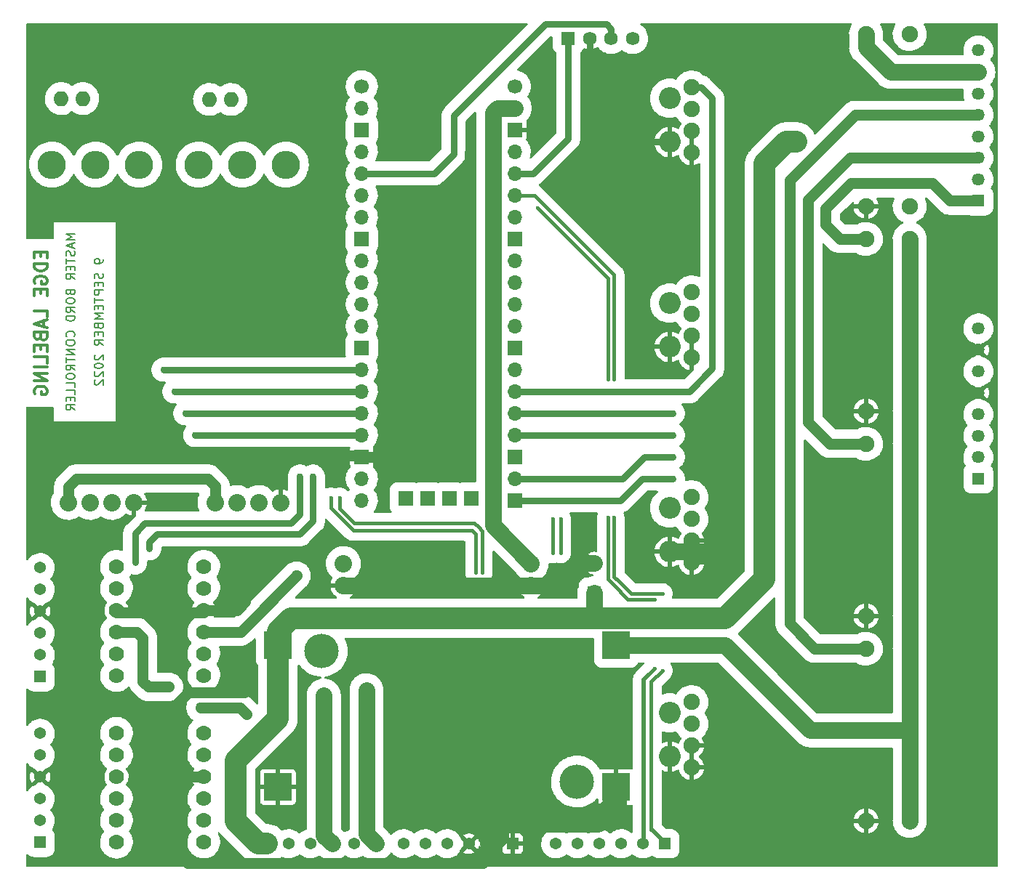
<source format=gbr>
%TF.GenerationSoftware,KiCad,Pcbnew,(6.0.6)*%
%TF.CreationDate,2022-09-13T11:19:58+07:00*%
%TF.ProjectId,Master,4d617374-6572-42e6-9b69-6361645f7063,rev?*%
%TF.SameCoordinates,Original*%
%TF.FileFunction,Copper,L2,Bot*%
%TF.FilePolarity,Positive*%
%FSLAX46Y46*%
G04 Gerber Fmt 4.6, Leading zero omitted, Abs format (unit mm)*
G04 Created by KiCad (PCBNEW (6.0.6)) date 2022-09-13 11:19:58*
%MOMM*%
%LPD*%
G01*
G04 APERTURE LIST*
G04 Aperture macros list*
%AMOutline4P*
0 Free polygon, 4 corners , with rotation*
0 The origin of the aperture is its center*
0 number of corners: always 4*
0 $1 to $8 corner X, Y*
0 $9 Rotation angle, in degrees counterclockwise*
0 create outline with 4 corners*
4,1,4,$1,$2,$3,$4,$5,$6,$7,$8,$1,$2,$9*%
G04 Aperture macros list end*
%ADD10C,0.190500*%
%TA.AperFunction,NonConductor*%
%ADD11C,0.190500*%
%TD*%
%ADD12C,0.300000*%
%TA.AperFunction,NonConductor*%
%ADD13C,0.300000*%
%TD*%
%TA.AperFunction,ComponentPad*%
%ADD14C,1.778000*%
%TD*%
%TA.AperFunction,ComponentPad*%
%ADD15O,1.905000X1.905000*%
%TD*%
%TA.AperFunction,ComponentPad*%
%ADD16O,2.540000X2.540000*%
%TD*%
%TA.AperFunction,ComponentPad*%
%ADD17R,1.458000X1.458000*%
%TD*%
%TA.AperFunction,ComponentPad*%
%ADD18C,1.458000*%
%TD*%
%TA.AperFunction,ComponentPad*%
%ADD19R,1.370000X1.370000*%
%TD*%
%TA.AperFunction,ComponentPad*%
%ADD20C,1.370000*%
%TD*%
%TA.AperFunction,ComponentPad*%
%ADD21O,1.778000X1.778000*%
%TD*%
%TA.AperFunction,ComponentPad*%
%ADD22O,3.302000X3.302000*%
%TD*%
%TA.AperFunction,ComponentPad*%
%ADD23O,2.032000X2.032000*%
%TD*%
%TA.AperFunction,WasherPad*%
%ADD24O,4.000000X4.000000*%
%TD*%
%TA.AperFunction,ComponentPad*%
%ADD25Outline4P,-1.587500X-1.587500X1.587500X-1.587500X1.587500X1.587500X-1.587500X1.587500X180.000000*%
%TD*%
%TA.AperFunction,ComponentPad*%
%ADD26R,1.590000X1.590000*%
%TD*%
%TA.AperFunction,ComponentPad*%
%ADD27C,1.590000*%
%TD*%
%TA.AperFunction,ComponentPad*%
%ADD28R,1.600000X1.600000*%
%TD*%
%TA.AperFunction,ComponentPad*%
%ADD29C,1.600000*%
%TD*%
%TA.AperFunction,ComponentPad*%
%ADD30C,1.700000*%
%TD*%
%TA.AperFunction,ComponentPad*%
%ADD31O,1.700000X1.700000*%
%TD*%
%TA.AperFunction,ComponentPad*%
%ADD32R,1.700000X1.700000*%
%TD*%
%TA.AperFunction,ViaPad*%
%ADD33C,0.381000*%
%TD*%
%TA.AperFunction,ViaPad*%
%ADD34C,1.270000*%
%TD*%
%TA.AperFunction,ViaPad*%
%ADD35C,1.778000*%
%TD*%
%TA.AperFunction,ViaPad*%
%ADD36C,0.762000*%
%TD*%
%TA.AperFunction,Conductor*%
%ADD37C,0.381000*%
%TD*%
%TA.AperFunction,Conductor*%
%ADD38C,1.270000*%
%TD*%
%TA.AperFunction,Conductor*%
%ADD39C,0.762000*%
%TD*%
%TA.AperFunction,Conductor*%
%ADD40C,1.905000*%
%TD*%
%TA.AperFunction,Conductor*%
%ADD41C,2.540000*%
%TD*%
G04 APERTURE END LIST*
D10*
D11*
X94708859Y-65967428D02*
X93692859Y-65967428D01*
X94418573Y-66306095D01*
X93692859Y-66644761D01*
X94708859Y-66644761D01*
X94418573Y-67080190D02*
X94418573Y-67564000D01*
X94708859Y-66983428D02*
X93692859Y-67322095D01*
X94708859Y-67660761D01*
X94660478Y-67951047D02*
X94708859Y-68096190D01*
X94708859Y-68338095D01*
X94660478Y-68434857D01*
X94612097Y-68483238D01*
X94515335Y-68531619D01*
X94418573Y-68531619D01*
X94321811Y-68483238D01*
X94273430Y-68434857D01*
X94225049Y-68338095D01*
X94176668Y-68144571D01*
X94128287Y-68047809D01*
X94079906Y-67999428D01*
X93983144Y-67951047D01*
X93886382Y-67951047D01*
X93789620Y-67999428D01*
X93741240Y-68047809D01*
X93692859Y-68144571D01*
X93692859Y-68386476D01*
X93741240Y-68531619D01*
X93692859Y-68821904D02*
X93692859Y-69402476D01*
X94708859Y-69112190D02*
X93692859Y-69112190D01*
X94176668Y-69741142D02*
X94176668Y-70079809D01*
X94708859Y-70224952D02*
X94708859Y-69741142D01*
X93692859Y-69741142D01*
X93692859Y-70224952D01*
X94708859Y-71240952D02*
X94225049Y-70902285D01*
X94708859Y-70660380D02*
X93692859Y-70660380D01*
X93692859Y-71047428D01*
X93741240Y-71144190D01*
X93789620Y-71192571D01*
X93886382Y-71240952D01*
X94031525Y-71240952D01*
X94128287Y-71192571D01*
X94176668Y-71144190D01*
X94225049Y-71047428D01*
X94225049Y-70660380D01*
X94176668Y-72789142D02*
X94225049Y-72934285D01*
X94273430Y-72982666D01*
X94370192Y-73031047D01*
X94515335Y-73031047D01*
X94612097Y-72982666D01*
X94660478Y-72934285D01*
X94708859Y-72837523D01*
X94708859Y-72450476D01*
X93692859Y-72450476D01*
X93692859Y-72789142D01*
X93741240Y-72885904D01*
X93789620Y-72934285D01*
X93886382Y-72982666D01*
X93983144Y-72982666D01*
X94079906Y-72934285D01*
X94128287Y-72885904D01*
X94176668Y-72789142D01*
X94176668Y-72450476D01*
X93692859Y-73660000D02*
X93692859Y-73853523D01*
X93741240Y-73950285D01*
X93838001Y-74047047D01*
X94031525Y-74095428D01*
X94370192Y-74095428D01*
X94563716Y-74047047D01*
X94660478Y-73950285D01*
X94708859Y-73853523D01*
X94708859Y-73660000D01*
X94660478Y-73563238D01*
X94563716Y-73466476D01*
X94370192Y-73418095D01*
X94031525Y-73418095D01*
X93838001Y-73466476D01*
X93741240Y-73563238D01*
X93692859Y-73660000D01*
X94708859Y-75111428D02*
X94225049Y-74772761D01*
X94708859Y-74530857D02*
X93692859Y-74530857D01*
X93692859Y-74917904D01*
X93741240Y-75014666D01*
X93789620Y-75063047D01*
X93886382Y-75111428D01*
X94031525Y-75111428D01*
X94128287Y-75063047D01*
X94176668Y-75014666D01*
X94225049Y-74917904D01*
X94225049Y-74530857D01*
X94708859Y-75546857D02*
X93692859Y-75546857D01*
X93692859Y-75788761D01*
X93741240Y-75933904D01*
X93838001Y-76030666D01*
X93934763Y-76079047D01*
X94128287Y-76127428D01*
X94273430Y-76127428D01*
X94466954Y-76079047D01*
X94563716Y-76030666D01*
X94660478Y-75933904D01*
X94708859Y-75788761D01*
X94708859Y-75546857D01*
X94612097Y-77917523D02*
X94660478Y-77869142D01*
X94708859Y-77724000D01*
X94708859Y-77627238D01*
X94660478Y-77482095D01*
X94563716Y-77385333D01*
X94466954Y-77336952D01*
X94273430Y-77288571D01*
X94128287Y-77288571D01*
X93934763Y-77336952D01*
X93838001Y-77385333D01*
X93741240Y-77482095D01*
X93692859Y-77627238D01*
X93692859Y-77724000D01*
X93741240Y-77869142D01*
X93789620Y-77917523D01*
X93692859Y-78546476D02*
X93692859Y-78740000D01*
X93741240Y-78836761D01*
X93838001Y-78933523D01*
X94031525Y-78981904D01*
X94370192Y-78981904D01*
X94563716Y-78933523D01*
X94660478Y-78836761D01*
X94708859Y-78740000D01*
X94708859Y-78546476D01*
X94660478Y-78449714D01*
X94563716Y-78352952D01*
X94370192Y-78304571D01*
X94031525Y-78304571D01*
X93838001Y-78352952D01*
X93741240Y-78449714D01*
X93692859Y-78546476D01*
X94708859Y-79417333D02*
X93692859Y-79417333D01*
X94708859Y-79997904D01*
X93692859Y-79997904D01*
X93692859Y-80336571D02*
X93692859Y-80917142D01*
X94708859Y-80626857D02*
X93692859Y-80626857D01*
X94708859Y-81836380D02*
X94225049Y-81497714D01*
X94708859Y-81255809D02*
X93692859Y-81255809D01*
X93692859Y-81642857D01*
X93741240Y-81739619D01*
X93789620Y-81788000D01*
X93886382Y-81836380D01*
X94031525Y-81836380D01*
X94128287Y-81788000D01*
X94176668Y-81739619D01*
X94225049Y-81642857D01*
X94225049Y-81255809D01*
X93692859Y-82465333D02*
X93692859Y-82658857D01*
X93741240Y-82755619D01*
X93838001Y-82852380D01*
X94031525Y-82900761D01*
X94370192Y-82900761D01*
X94563716Y-82852380D01*
X94660478Y-82755619D01*
X94708859Y-82658857D01*
X94708859Y-82465333D01*
X94660478Y-82368571D01*
X94563716Y-82271809D01*
X94370192Y-82223428D01*
X94031525Y-82223428D01*
X93838001Y-82271809D01*
X93741240Y-82368571D01*
X93692859Y-82465333D01*
X94708859Y-83820000D02*
X94708859Y-83336190D01*
X93692859Y-83336190D01*
X94708859Y-84642476D02*
X94708859Y-84158666D01*
X93692859Y-84158666D01*
X94176668Y-84981142D02*
X94176668Y-85319809D01*
X94708859Y-85464952D02*
X94708859Y-84981142D01*
X93692859Y-84981142D01*
X93692859Y-85464952D01*
X94708859Y-86480952D02*
X94225049Y-86142285D01*
X94708859Y-85900380D02*
X93692859Y-85900380D01*
X93692859Y-86287428D01*
X93741240Y-86384190D01*
X93789620Y-86432571D01*
X93886382Y-86480952D01*
X94031525Y-86480952D01*
X94128287Y-86432571D01*
X94176668Y-86384190D01*
X94225049Y-86287428D01*
X94225049Y-85900380D01*
X97980379Y-68942857D02*
X97980379Y-69136380D01*
X97931998Y-69233142D01*
X97883617Y-69281523D01*
X97738474Y-69378285D01*
X97544950Y-69426666D01*
X97157902Y-69426666D01*
X97061140Y-69378285D01*
X97012760Y-69329904D01*
X96964379Y-69233142D01*
X96964379Y-69039619D01*
X97012760Y-68942857D01*
X97061140Y-68894476D01*
X97157902Y-68846095D01*
X97399807Y-68846095D01*
X97496569Y-68894476D01*
X97544950Y-68942857D01*
X97593331Y-69039619D01*
X97593331Y-69233142D01*
X97544950Y-69329904D01*
X97496569Y-69378285D01*
X97399807Y-69426666D01*
X97931998Y-70587809D02*
X97980379Y-70732952D01*
X97980379Y-70974857D01*
X97931998Y-71071619D01*
X97883617Y-71120000D01*
X97786855Y-71168380D01*
X97690093Y-71168380D01*
X97593331Y-71120000D01*
X97544950Y-71071619D01*
X97496569Y-70974857D01*
X97448188Y-70781333D01*
X97399807Y-70684571D01*
X97351426Y-70636190D01*
X97254664Y-70587809D01*
X97157902Y-70587809D01*
X97061140Y-70636190D01*
X97012760Y-70684571D01*
X96964379Y-70781333D01*
X96964379Y-71023238D01*
X97012760Y-71168380D01*
X97448188Y-71603809D02*
X97448188Y-71942476D01*
X97980379Y-72087619D02*
X97980379Y-71603809D01*
X96964379Y-71603809D01*
X96964379Y-72087619D01*
X97980379Y-72523047D02*
X96964379Y-72523047D01*
X96964379Y-72910095D01*
X97012760Y-73006857D01*
X97061140Y-73055238D01*
X97157902Y-73103619D01*
X97303045Y-73103619D01*
X97399807Y-73055238D01*
X97448188Y-73006857D01*
X97496569Y-72910095D01*
X97496569Y-72523047D01*
X96964379Y-73393904D02*
X96964379Y-73974476D01*
X97980379Y-73684190D02*
X96964379Y-73684190D01*
X97448188Y-74313142D02*
X97448188Y-74651809D01*
X97980379Y-74796952D02*
X97980379Y-74313142D01*
X96964379Y-74313142D01*
X96964379Y-74796952D01*
X97980379Y-75232380D02*
X96964379Y-75232380D01*
X97690093Y-75571047D01*
X96964379Y-75909714D01*
X97980379Y-75909714D01*
X97448188Y-76732190D02*
X97496569Y-76877333D01*
X97544950Y-76925714D01*
X97641712Y-76974095D01*
X97786855Y-76974095D01*
X97883617Y-76925714D01*
X97931998Y-76877333D01*
X97980379Y-76780571D01*
X97980379Y-76393523D01*
X96964379Y-76393523D01*
X96964379Y-76732190D01*
X97012760Y-76828952D01*
X97061140Y-76877333D01*
X97157902Y-76925714D01*
X97254664Y-76925714D01*
X97351426Y-76877333D01*
X97399807Y-76828952D01*
X97448188Y-76732190D01*
X97448188Y-76393523D01*
X97448188Y-77409523D02*
X97448188Y-77748190D01*
X97980379Y-77893333D02*
X97980379Y-77409523D01*
X96964379Y-77409523D01*
X96964379Y-77893333D01*
X97980379Y-78909333D02*
X97496569Y-78570666D01*
X97980379Y-78328761D02*
X96964379Y-78328761D01*
X96964379Y-78715809D01*
X97012760Y-78812571D01*
X97061140Y-78860952D01*
X97157902Y-78909333D01*
X97303045Y-78909333D01*
X97399807Y-78860952D01*
X97448188Y-78812571D01*
X97496569Y-78715809D01*
X97496569Y-78328761D01*
X97061140Y-80070476D02*
X97012760Y-80118857D01*
X96964379Y-80215619D01*
X96964379Y-80457523D01*
X97012760Y-80554285D01*
X97061140Y-80602666D01*
X97157902Y-80651047D01*
X97254664Y-80651047D01*
X97399807Y-80602666D01*
X97980379Y-80022095D01*
X97980379Y-80651047D01*
X96964379Y-81280000D02*
X96964379Y-81376761D01*
X97012760Y-81473523D01*
X97061140Y-81521904D01*
X97157902Y-81570285D01*
X97351426Y-81618666D01*
X97593331Y-81618666D01*
X97786855Y-81570285D01*
X97883617Y-81521904D01*
X97931998Y-81473523D01*
X97980379Y-81376761D01*
X97980379Y-81280000D01*
X97931998Y-81183238D01*
X97883617Y-81134857D01*
X97786855Y-81086476D01*
X97593331Y-81038095D01*
X97351426Y-81038095D01*
X97157902Y-81086476D01*
X97061140Y-81134857D01*
X97012760Y-81183238D01*
X96964379Y-81280000D01*
X97061140Y-82005714D02*
X97012760Y-82054095D01*
X96964379Y-82150857D01*
X96964379Y-82392761D01*
X97012760Y-82489523D01*
X97061140Y-82537904D01*
X97157902Y-82586285D01*
X97254664Y-82586285D01*
X97399807Y-82537904D01*
X97980379Y-81957333D01*
X97980379Y-82586285D01*
X97061140Y-82973333D02*
X97012760Y-83021714D01*
X96964379Y-83118476D01*
X96964379Y-83360380D01*
X97012760Y-83457142D01*
X97061140Y-83505523D01*
X97157902Y-83553904D01*
X97254664Y-83553904D01*
X97399807Y-83505523D01*
X97980379Y-82924952D01*
X97980379Y-83553904D01*
D12*
D13*
X90697857Y-68077000D02*
X90697857Y-68577000D01*
X91483571Y-68791285D02*
X91483571Y-68077000D01*
X89983571Y-68077000D01*
X89983571Y-68791285D01*
X91483571Y-69434142D02*
X89983571Y-69434142D01*
X89983571Y-69791285D01*
X90055000Y-70005571D01*
X90197857Y-70148428D01*
X90340714Y-70219857D01*
X90626428Y-70291285D01*
X90840714Y-70291285D01*
X91126428Y-70219857D01*
X91269285Y-70148428D01*
X91412142Y-70005571D01*
X91483571Y-69791285D01*
X91483571Y-69434142D01*
X90055000Y-71719857D02*
X89983571Y-71577000D01*
X89983571Y-71362714D01*
X90055000Y-71148428D01*
X90197857Y-71005571D01*
X90340714Y-70934142D01*
X90626428Y-70862714D01*
X90840714Y-70862714D01*
X91126428Y-70934142D01*
X91269285Y-71005571D01*
X91412142Y-71148428D01*
X91483571Y-71362714D01*
X91483571Y-71505571D01*
X91412142Y-71719857D01*
X91340714Y-71791285D01*
X90840714Y-71791285D01*
X90840714Y-71505571D01*
X90697857Y-72434142D02*
X90697857Y-72934142D01*
X91483571Y-73148428D02*
X91483571Y-72434142D01*
X89983571Y-72434142D01*
X89983571Y-73148428D01*
X91483571Y-75648428D02*
X91483571Y-74934142D01*
X89983571Y-74934142D01*
X91055000Y-76077000D02*
X91055000Y-76791285D01*
X91483571Y-75934142D02*
X89983571Y-76434142D01*
X91483571Y-76934142D01*
X90697857Y-77934142D02*
X90769285Y-78148428D01*
X90840714Y-78219857D01*
X90983571Y-78291285D01*
X91197857Y-78291285D01*
X91340714Y-78219857D01*
X91412142Y-78148428D01*
X91483571Y-78005571D01*
X91483571Y-77434142D01*
X89983571Y-77434142D01*
X89983571Y-77934142D01*
X90055000Y-78077000D01*
X90126428Y-78148428D01*
X90269285Y-78219857D01*
X90412142Y-78219857D01*
X90555000Y-78148428D01*
X90626428Y-78077000D01*
X90697857Y-77934142D01*
X90697857Y-77434142D01*
X90697857Y-78934142D02*
X90697857Y-79434142D01*
X91483571Y-79648428D02*
X91483571Y-78934142D01*
X89983571Y-78934142D01*
X89983571Y-79648428D01*
X91483571Y-81005571D02*
X91483571Y-80291285D01*
X89983571Y-80291285D01*
X91483571Y-81505571D02*
X89983571Y-81505571D01*
X91483571Y-82219857D02*
X89983571Y-82219857D01*
X91483571Y-83077000D01*
X89983571Y-83077000D01*
X90055000Y-84576999D02*
X89983571Y-84434142D01*
X89983571Y-84219857D01*
X90055000Y-84005571D01*
X90197857Y-83862714D01*
X90340714Y-83791285D01*
X90626428Y-83719857D01*
X90840714Y-83719857D01*
X91126428Y-83791285D01*
X91269285Y-83862714D01*
X91412142Y-84005571D01*
X91483571Y-84219857D01*
X91483571Y-84362714D01*
X91412142Y-84576999D01*
X91340714Y-84648428D01*
X90840714Y-84648428D01*
X90840714Y-84362714D01*
D14*
%TO.P,U5,GND,GND*%
%TO.N,GND*%
X99562700Y-129222500D03*
X109722700Y-129222500D03*
%TO.P,U5,HV,HV*%
%TO.N,5V*%
X99562700Y-131762500D03*
%TO.P,U5,HV1,HV1*%
%TO.N,Net-(J4-Pad1)*%
X99562700Y-136842500D03*
%TO.P,U5,HV2,HV2*%
%TO.N,Net-(J4-Pad2)*%
X99562700Y-134302500D03*
%TO.P,U5,HV3,HV3*%
%TO.N,Net-(J4-Pad5)*%
X99562700Y-126682500D03*
%TO.P,U5,HV4,HV4*%
%TO.N,Net-(J4-Pad6)*%
X99562700Y-124142500D03*
%TO.P,U5,LV,LV*%
%TO.N,3.3V*%
X109722700Y-131762500D03*
%TO.P,U5,LV1,LV1*%
%TO.N,unconnected-(U5-PadLV1)*%
X109722700Y-136842500D03*
%TO.P,U5,LV2,LV2*%
%TO.N,unconnected-(U5-PadLV2)*%
X109722700Y-134302500D03*
%TO.P,U5,LV3,LV3*%
%TO.N,TUBE_DT*%
X109722700Y-126682500D03*
%TO.P,U5,LV4,LV4*%
%TO.N,ST_DT*%
X109722700Y-124142500D03*
%TD*%
D15*
%TO.P,U8,1,GND*%
%TO.N,GND*%
X166497000Y-77851000D03*
X166497000Y-80391000D03*
D16*
X163957000Y-79121000D03*
D15*
%TO.P,U8,2,TRIG/PWM*%
%TO.N,Drop_Solinoid*%
X166497000Y-72771000D03*
X166497000Y-75311000D03*
D16*
X163957000Y-74041000D03*
D15*
%TO.P,U8,3,OUT-*%
%TO.N,Drop_Tube*%
X186817000Y-66548000D03*
%TO.P,U8,4,OUT+*%
%TO.N,7V*%
X191897000Y-66548000D03*
%TO.P,U8,5,VIN-*%
%TO.N,GND*%
X186817000Y-86614000D03*
%TO.P,U8,6,VIN+*%
%TO.N,7V*%
X191897000Y-86614000D03*
%TD*%
D17*
%TO.P,J7,1,1*%
%TO.N,Drop_Tube*%
X199898000Y-62090000D03*
D18*
%TO.P,J7,2,2*%
%TO.N,7V*%
X199898000Y-59590000D03*
%TO.P,J7,3,3*%
%TO.N,Lock_Tube*%
X199898000Y-57090000D03*
%TO.P,J7,4,4*%
%TO.N,7V*%
X199898000Y-54590000D03*
%TO.P,J7,5,5*%
%TO.N,Rolling_tube*%
X199898000Y-52090000D03*
%TO.P,J7,6,6*%
%TO.N,7V*%
X199898000Y-49590000D03*
%TO.P,J7,7,7*%
%TO.N,Slide & Rolling*%
X199898000Y-47090000D03*
%TO.P,J7,8,8*%
%TO.N,24V*%
X199898000Y-44590000D03*
%TD*%
D19*
%TO.P,J5,1,1*%
%TO.N,5V*%
X129760500Y-137033000D03*
D20*
%TO.P,J5,2,2*%
X127220500Y-137033000D03*
%TO.P,J5,3,3*%
%TO.N,7V*%
X124680500Y-137033000D03*
%TO.P,J5,4,4*%
X122140500Y-137033000D03*
%TO.P,J5,5,5*%
%TO.N,24V*%
X119600500Y-137033000D03*
%TO.P,J5,6,6*%
X117060500Y-137033000D03*
%TD*%
D21*
%TO.P,J2,1,1*%
%TO.N,Net-(J2-Pad1)*%
X93136400Y-50194400D03*
%TO.P,J2,2,2*%
%TO.N,Net-(J2-Pad2)*%
X95636400Y-50194400D03*
%TD*%
D20*
%TO.P,J3,6,6*%
%TO.N,Net-(J3-Pad6)*%
X90678000Y-104868500D03*
%TO.P,J3,5,5*%
%TO.N,Net-(J3-Pad5)*%
X90678000Y-107408500D03*
%TO.P,J3,4,4*%
%TO.N,GND*%
X90678000Y-109948500D03*
%TO.P,J3,3,3*%
%TO.N,7V*%
X90678000Y-112488500D03*
%TO.P,J3,2,2*%
%TO.N,Net-(J3-Pad2)*%
X90678000Y-115028500D03*
D19*
%TO.P,J3,1,1*%
%TO.N,Net-(J3-Pad1)*%
X90678000Y-117568500D03*
%TD*%
D22*
%TO.P,U2,1,A+*%
%TO.N,Net-(J2-Pad1)*%
X92049600Y-57886600D03*
%TO.P,U2,2,B-*%
%TO.N,Net-(J2-Pad2)*%
X97129600Y-57886600D03*
%TO.P,U2,3,GND*%
%TO.N,unconnected-(U2-Pad3)*%
X102209600Y-57886600D03*
D23*
%TO.P,U2,4,VCC*%
%TO.N,3.3V*%
X93954600Y-97256600D03*
%TO.P,U2,5,TXD*%
%TO.N,PC_LINK_PIN0*%
X96494600Y-97256600D03*
%TO.P,U2,6,RXD*%
%TO.N,PC_LINK_PIN1*%
X99034600Y-97256600D03*
%TO.P,U2,7,GND*%
%TO.N,GND*%
X101574600Y-97256600D03*
%TD*%
D19*
%TO.P,J10,1,1*%
%TO.N,PIN_29*%
X163415500Y-137033000D03*
D20*
%TO.P,J10,2,2*%
%TO.N,PIN_23*%
X160875500Y-137033000D03*
%TO.P,J10,3,3*%
%TO.N,PIN_22*%
X158335500Y-137033000D03*
%TO.P,J10,4,4*%
%TO.N,PIN_21*%
X155795500Y-137033000D03*
%TO.P,J10,5,5*%
%TO.N,PIN_9*%
X153255500Y-137033000D03*
%TO.P,J10,6,6*%
%TO.N,PIN_8*%
X150715500Y-137033000D03*
%TD*%
D24*
%TO.P,U6,*%
%TO.N,*%
X123444000Y-114554000D03*
X153162000Y-129794000D03*
D25*
%TO.P,U6,1,IN+*%
%TO.N,24V*%
X118364000Y-113919000D03*
%TO.P,U6,2,IN-*%
%TO.N,GND*%
X118364000Y-130429000D03*
%TO.P,U6,3,Out+*%
%TO.N,7V*%
X157734000Y-113919000D03*
%TO.P,U6,4,Out-*%
%TO.N,GND*%
X157734000Y-130429000D03*
%TD*%
D14*
%TO.P,U4,GND,GND*%
%TO.N,GND*%
X99562700Y-109791500D03*
X109722700Y-109791500D03*
%TO.P,U4,HV,HV*%
%TO.N,7V*%
X99562700Y-112331500D03*
%TO.P,U4,HV1,HV1*%
%TO.N,Net-(J3-Pad1)*%
X99562700Y-117411500D03*
%TO.P,U4,HV2,HV2*%
%TO.N,Net-(J3-Pad2)*%
X99562700Y-114871500D03*
%TO.P,U4,HV3,HV3*%
%TO.N,Net-(J3-Pad5)*%
X99562700Y-107251500D03*
%TO.P,U4,HV4,HV4*%
%TO.N,Net-(J3-Pad6)*%
X99562700Y-104711500D03*
%TO.P,U4,LV,LV*%
%TO.N,3.3V*%
X109722700Y-112331500D03*
%TO.P,U4,LV1,LV1*%
%TO.N,PROX1*%
X109722700Y-117411500D03*
%TO.P,U4,LV2,LV2*%
%TO.N,PROX2*%
X109722700Y-114871500D03*
%TO.P,U4,LV3,LV3*%
%TO.N,PROX3*%
X109722700Y-107251500D03*
%TO.P,U4,LV4,LV4*%
%TO.N,PROX4*%
X109722700Y-104711500D03*
%TD*%
D26*
%TO.P,J9,1,1*%
%TO.N,3.3V*%
X152146000Y-43180000D03*
D27*
%TO.P,J9,2,2*%
%TO.N,GND*%
X154646000Y-43180000D03*
%TO.P,J9,3,3*%
%TO.N,SCL*%
X157146000Y-43180000D03*
%TO.P,J9,4,4*%
%TO.N,SDA*%
X159646000Y-43180000D03*
%TD*%
D22*
%TO.P,U3,1,A+*%
%TO.N,Net-(J1-Pad1)*%
X109118400Y-57886600D03*
%TO.P,U3,2,B-*%
%TO.N,Net-(J1-Pad2)*%
X114198400Y-57886600D03*
%TO.P,U3,3,GND*%
%TO.N,unconnected-(U3-Pad3)*%
X119278400Y-57886600D03*
D23*
%TO.P,U3,4,VCC*%
%TO.N,3.3V*%
X111023400Y-97256600D03*
%TO.P,U3,5,TXD*%
%TO.N,DV_LINK_PIN4*%
X113563400Y-97256600D03*
%TO.P,U3,6,RXD*%
%TO.N,DV_LINK_PIN5*%
X116103400Y-97256600D03*
%TO.P,U3,7,GND*%
%TO.N,GND*%
X118643400Y-97256600D03*
%TD*%
D28*
%TO.P,C1,1*%
%TO.N,24V*%
X155194000Y-107823000D03*
D29*
%TO.P,C1,2*%
%TO.N,GND*%
X155194000Y-104323000D03*
%TD*%
D15*
%TO.P,U11,1,GND*%
%TO.N,GND*%
X166497000Y-53975000D03*
X166497000Y-56515000D03*
D16*
X163957000Y-55245000D03*
D15*
%TO.P,U11,2,TRIG/PWM*%
%TO.N,Relay_Slide & Rolling*%
X166497000Y-48895000D03*
X166497000Y-51435000D03*
D16*
X163957000Y-50165000D03*
D15*
%TO.P,U11,3,OUT-*%
%TO.N,Slide & Rolling*%
X186817000Y-42672000D03*
%TO.P,U11,4,OUT+*%
%TO.N,24V*%
X191897000Y-42672000D03*
%TO.P,U11,5,VIN-*%
%TO.N,GND*%
X186817000Y-62738000D03*
%TO.P,U11,6,VIN+*%
%TO.N,24V*%
X191897000Y-62738000D03*
%TD*%
%TO.P,U9,1,GND*%
%TO.N,GND*%
X166497000Y-101727000D03*
D16*
X163957000Y-102997000D03*
D15*
X166497000Y-104267000D03*
%TO.P,U9,2,TRIG/PWM*%
%TO.N,Lock_Solinoid*%
X166497000Y-96647000D03*
D16*
X163957000Y-97917000D03*
D15*
X166497000Y-99187000D03*
%TO.P,U9,3,OUT-*%
%TO.N,Lock_Tube*%
X186817000Y-90424000D03*
%TO.P,U9,4,OUT+*%
%TO.N,7V*%
X191897000Y-90424000D03*
%TO.P,U9,5,VIN-*%
%TO.N,GND*%
X186817000Y-110490000D03*
%TO.P,U9,6,VIN+*%
%TO.N,7V*%
X191897000Y-110490000D03*
%TD*%
D19*
%TO.P,J6,1,1*%
%TO.N,GND*%
X145669000Y-137033000D03*
D20*
%TO.P,J6,2,2*%
X143129000Y-137033000D03*
%TO.P,J6,3,3*%
X140589000Y-137033000D03*
%TO.P,J6,4,4*%
%TO.N,3.3V*%
X138049000Y-137033000D03*
%TO.P,J6,5,5*%
X135509000Y-137033000D03*
%TO.P,J6,6,6*%
X132969000Y-137033000D03*
%TD*%
D23*
%TO.P,U7,1,Vout*%
%TO.N,5V*%
X147828000Y-104394000D03*
%TO.P,U7,2,GND*%
%TO.N,GND*%
X147828000Y-106934000D03*
%TO.P,U7,3,Vin*%
%TO.N,7V*%
X125984000Y-104394000D03*
%TO.P,U7,4,GND*%
%TO.N,GND*%
X125984000Y-106934000D03*
%TD*%
D30*
%TO.P,U1,1,GP0*%
%TO.N,PC_LINK_PIN0*%
X128116000Y-48756000D03*
D31*
%TO.P,U1,2,GP1*%
%TO.N,PC_LINK_PIN1*%
X128116000Y-51296000D03*
D32*
%TO.P,U1,3,GND*%
%TO.N,unconnected-(U1-Pad3)*%
X128116000Y-53836000D03*
D31*
%TO.P,U1,4,GP2*%
%TO.N,SDA*%
X128116000Y-56376000D03*
%TO.P,U1,5,GP3*%
%TO.N,SCL*%
X128116000Y-58916000D03*
%TO.P,U1,6,GP4*%
%TO.N,DV_LINK_PIN4*%
X128116000Y-61456000D03*
%TO.P,U1,7,GP5*%
%TO.N,DV_LINK_PIN5*%
X128116000Y-63996000D03*
D32*
%TO.P,U1,8,GND*%
%TO.N,unconnected-(U1-Pad8)*%
X128116000Y-66536000D03*
D31*
%TO.P,U1,9,GP6*%
%TO.N,TUBE_DT*%
X128116000Y-69076000D03*
%TO.P,U1,10,GP7*%
%TO.N,ST_DT*%
X128116000Y-71616000D03*
%TO.P,U1,11,GP8*%
%TO.N,PIN_8*%
X128116000Y-74156000D03*
%TO.P,U1,12,GP9*%
%TO.N,PIN_9*%
X128116000Y-76696000D03*
D32*
%TO.P,U1,13,GND*%
%TO.N,unconnected-(U1-Pad13)*%
X128116000Y-79236000D03*
D31*
%TO.P,U1,14,GP10*%
%TO.N,PROX1*%
X128116000Y-81776000D03*
%TO.P,U1,15,GP11*%
%TO.N,PROX2*%
X128116000Y-84316000D03*
%TO.P,U1,16,GP12*%
%TO.N,PROX3*%
X128116000Y-86856000D03*
%TO.P,U1,17,GP13*%
%TO.N,PROX4*%
X128116000Y-89396000D03*
D32*
%TO.P,U1,18,GND*%
%TO.N,GND*%
X128116000Y-91936000D03*
D31*
%TO.P,U1,19,GP14*%
%TO.N,roller_limit*%
X128116000Y-94476000D03*
%TO.P,U1,20,GP15*%
%TO.N,F{slash}B_limit*%
X128116000Y-97016000D03*
D32*
%TO.P,U1,21,GP16*%
%TO.N,Sliding_step*%
X145923000Y-97016000D03*
D31*
%TO.P,U1,22,GP17*%
%TO.N,Sliding_DIR*%
X145923000Y-94476000D03*
D32*
%TO.P,U1,23,GND*%
%TO.N,unconnected-(U1-Pad23)*%
X145923000Y-91948000D03*
D31*
%TO.P,U1,24,GP18*%
%TO.N,Rolling_step*%
X145923000Y-89396000D03*
%TO.P,U1,25,GP19*%
%TO.N,Rolling_DIR*%
X145923000Y-86856000D03*
%TO.P,U1,26,GP20*%
%TO.N,Relay_Slide & Rolling*%
X145923000Y-84316000D03*
%TO.P,U1,27,GP21*%
%TO.N,PIN_21*%
X145923000Y-81776000D03*
D32*
%TO.P,U1,28,GND*%
%TO.N,unconnected-(U1-Pad28)*%
X145923000Y-79236000D03*
D31*
%TO.P,U1,29,GP22*%
%TO.N,PIN_22*%
X145923000Y-76696000D03*
%TO.P,U1,30,RUN*%
%TO.N,unconnected-(U1-Pad30)*%
X145923000Y-74168000D03*
%TO.P,U1,31,GP26*%
%TO.N,Rolling_Solinoid*%
X145923000Y-71616000D03*
%TO.P,U1,32,GP27*%
%TO.N,Lock_Solinoid*%
X145923000Y-69076000D03*
D32*
%TO.P,U1,33,GND*%
%TO.N,unconnected-(U1-Pad33)*%
X145923000Y-66536000D03*
D31*
%TO.P,U1,34,GP28*%
%TO.N,Drop_Solinoid*%
X145923000Y-63996000D03*
%TO.P,U1,35,GP29*%
%TO.N,PIN_29*%
X145923000Y-61456000D03*
%TO.P,U1,36,3V3*%
%TO.N,3.3V*%
X145923000Y-58916000D03*
%TO.P,U1,37,GP23*%
%TO.N,PIN_23*%
X145923000Y-56376000D03*
D32*
%TO.P,U1,38,GND*%
%TO.N,GND*%
X145923000Y-53836000D03*
D31*
%TO.P,U1,39,VSYS*%
%TO.N,5V*%
X145923000Y-51296000D03*
D30*
%TO.P,U1,40,VBUS*%
%TO.N,unconnected-(U1-Pad40)*%
X145923000Y-48756000D03*
D32*
%TO.P,U1,41,GND*%
%TO.N,unconnected-(U1-Pad41)*%
X133223000Y-96774000D03*
%TO.P,U1,42,SWDIO*%
%TO.N,unconnected-(U1-Pad42)*%
X135763000Y-96774000D03*
%TO.P,U1,43,SWCLK*%
%TO.N,unconnected-(U1-Pad43)*%
X138303000Y-96774000D03*
%TO.P,U1,44,3V3*%
%TO.N,unconnected-(U1-Pad44)*%
X140843000Y-96774000D03*
%TD*%
D21*
%TO.P,J1,1,1*%
%TO.N,Net-(J1-Pad1)*%
X110383000Y-50296000D03*
%TO.P,J1,2,2*%
%TO.N,Net-(J1-Pad2)*%
X112883000Y-50296000D03*
%TD*%
D17*
%TO.P,J8,1,1*%
%TO.N,Sliding_step*%
X199898000Y-94475000D03*
D18*
%TO.P,J8,2,2*%
%TO.N,Sliding_DIR*%
X199898000Y-91975000D03*
%TO.P,J8,3,3*%
%TO.N,Rolling_step*%
X199898000Y-89475000D03*
%TO.P,J8,4,4*%
%TO.N,Rolling_DIR*%
X199898000Y-86975000D03*
%TO.P,J8,5,5*%
%TO.N,GND*%
X199898000Y-84475000D03*
%TO.P,J8,6,6*%
%TO.N,F{slash}B_limit*%
X199898000Y-81975000D03*
%TO.P,J8,7,7*%
%TO.N,GND*%
X199898000Y-79475000D03*
%TO.P,J8,8,8*%
%TO.N,roller_limit*%
X199898000Y-76975000D03*
%TD*%
D16*
%TO.P,U10,1,GND*%
%TO.N,GND*%
X163957000Y-126873000D03*
D15*
X166497000Y-125603000D03*
X166497000Y-128143000D03*
D16*
%TO.P,U10,2,TRIG/PWM*%
%TO.N,Rolling_Solinoid*%
X163957000Y-121793000D03*
D15*
X166497000Y-120523000D03*
X166497000Y-123063000D03*
%TO.P,U10,3,OUT-*%
%TO.N,Rolling_tube*%
X186817000Y-114300000D03*
%TO.P,U10,4,OUT+*%
%TO.N,7V*%
X191897000Y-114300000D03*
%TO.P,U10,5,VIN-*%
%TO.N,GND*%
X186817000Y-134366000D03*
%TO.P,U10,6,VIN+*%
%TO.N,7V*%
X191897000Y-134366000D03*
%TD*%
D19*
%TO.P,J4,1,1*%
%TO.N,Net-(J4-Pad1)*%
X90678000Y-136872500D03*
D20*
%TO.P,J4,2,2*%
%TO.N,Net-(J4-Pad2)*%
X90678000Y-134332500D03*
%TO.P,J4,3,3*%
%TO.N,5V*%
X90678000Y-131792500D03*
%TO.P,J4,4,4*%
%TO.N,GND*%
X90678000Y-129252500D03*
%TO.P,J4,5,5*%
%TO.N,Net-(J4-Pad5)*%
X90678000Y-126712500D03*
%TO.P,J4,6,6*%
%TO.N,Net-(J4-Pad6)*%
X90678000Y-124172500D03*
%TD*%
D33*
%TO.N,PIN_23*%
X162179000Y-116586000D03*
X148564600Y-62915800D03*
X162179000Y-108534200D03*
X156743400Y-82931000D03*
X156743400Y-98983800D03*
%TO.N,PIN_29*%
X163093400Y-107873800D03*
X157480000Y-82931000D03*
X163093400Y-116840000D03*
X157480000Y-98983800D03*
D34*
%TO.N,3.3V*%
X120523000Y-105791000D03*
D35*
%TO.N,GND*%
X171323000Y-102997000D03*
D34*
X114427000Y-119380000D03*
D35*
X171323000Y-55118000D03*
X118745000Y-91821000D03*
X132334000Y-130429000D03*
X171323000Y-79121000D03*
X139446000Y-106934000D03*
D34*
X114554000Y-107315000D03*
X140716000Y-56515000D03*
D35*
X101473000Y-91821000D03*
D34*
%TO.N,7V*%
X109347000Y-121158000D03*
X105664000Y-118745000D03*
D35*
X123698000Y-119761000D03*
D34*
X114681000Y-121920000D03*
D35*
%TO.N,5V*%
X128651000Y-119126000D03*
D36*
%TO.N,PROX4*%
X108712000Y-89408000D03*
%TO.N,PROX3*%
X107569000Y-86868000D03*
%TO.N,PROX2*%
X106299000Y-84328000D03*
%TO.N,PROX1*%
X105029000Y-81788000D03*
%TO.N,ST_DT*%
X122428000Y-94234000D03*
X103378000Y-102616000D03*
%TO.N,TUBE_DT*%
X120904000Y-94234000D03*
X101727000Y-104267000D03*
D35*
%TO.N,24V*%
X178689000Y-55245000D03*
D36*
%TO.N,Sliding_step*%
X164338000Y-94488000D03*
%TO.N,Sliding_DIR*%
X164338000Y-91948000D03*
%TO.N,Rolling_step*%
X164338000Y-89408000D03*
%TO.N,Rolling_DIR*%
X164338000Y-86868000D03*
D33*
%TO.N,PIN_8*%
X141365300Y-105410000D03*
X124510800Y-96723200D03*
%TO.N,PIN_9*%
X142138400Y-105410000D03*
X125526800Y-96723200D03*
%TO.N,PIN_21*%
X150317200Y-99161600D03*
X150317200Y-103124000D03*
%TO.N,PIN_22*%
X151257000Y-99161600D03*
X151257000Y-103124000D03*
%TD*%
D37*
%TO.N,PIN_23*%
X156743400Y-72593200D02*
X156743400Y-82931000D01*
X156743400Y-98983800D02*
X156743400Y-106197400D01*
X160909000Y-137033000D02*
X160909000Y-117856000D01*
X156743400Y-106197400D02*
X157429200Y-106883200D01*
X160875500Y-137033000D02*
X160875500Y-117889500D01*
X159080200Y-108534200D02*
X162179000Y-108534200D01*
X157429200Y-106883200D02*
X159080200Y-108534200D01*
X148564600Y-62915800D02*
X156743400Y-71094600D01*
X160909000Y-117856000D02*
X162179000Y-116586000D01*
X160875500Y-117889500D02*
X162179000Y-116586000D01*
X156743400Y-71094600D02*
X156743400Y-72593200D01*
%TO.N,PIN_29*%
X157480000Y-70739000D02*
X148197000Y-61456000D01*
X159461200Y-107873800D02*
X163093400Y-107873800D01*
X161823400Y-135407400D02*
X161798000Y-135407400D01*
X163415500Y-136872500D02*
X161798000Y-135255000D01*
X163093400Y-116840000D02*
X161798000Y-118135400D01*
X157480000Y-105892600D02*
X158064200Y-106476800D01*
X161798000Y-135255000D02*
X161798000Y-135407400D01*
X158064200Y-106476800D02*
X159461200Y-107873800D01*
X163415500Y-137033000D02*
X163415500Y-136872500D01*
X157480000Y-82931000D02*
X157480000Y-70739000D01*
X157480000Y-98983800D02*
X157480000Y-105892600D01*
X163449000Y-137033000D02*
X161823400Y-135407400D01*
X161798000Y-118135400D02*
X161798000Y-135255000D01*
X148197000Y-61456000D02*
X145923000Y-61456000D01*
D38*
%TO.N,3.3V*%
X111099600Y-95351600D02*
X111099600Y-97256600D01*
X93954600Y-95402400D02*
X94869000Y-94488000D01*
X110236000Y-94488000D02*
X111099600Y-95351600D01*
D39*
X152146000Y-43180000D02*
X152146000Y-54864000D01*
D38*
X94869000Y-94488000D02*
X110236000Y-94488000D01*
X93954600Y-97256600D02*
X93954600Y-95402400D01*
X120523000Y-105791000D02*
X113982500Y-112331500D01*
D39*
X148094000Y-58916000D02*
X145923000Y-58916000D01*
D38*
X113982500Y-112331500D02*
X109722700Y-112331500D01*
D39*
X152146000Y-54864000D02*
X148094000Y-58916000D01*
D38*
%TO.N,GND*%
X118745000Y-91821000D02*
X128001000Y-91821000D01*
D40*
X171323000Y-55118000D02*
X171323000Y-102743000D01*
D38*
X106807000Y-129413000D02*
X106807000Y-138303000D01*
X107823000Y-139319000D02*
X142240000Y-139319000D01*
D40*
X155194000Y-104323000D02*
X153487000Y-104323000D01*
D38*
X114554000Y-108839000D02*
X114554000Y-107315000D01*
X106807000Y-138303000D02*
X107823000Y-139319000D01*
D41*
X139827000Y-130429000D02*
X144018000Y-130429000D01*
D38*
X198521000Y-84475000D02*
X197231000Y-83185000D01*
X106997500Y-129222500D02*
X106807000Y-129413000D01*
D40*
X171323000Y-102743000D02*
X171069000Y-102997000D01*
D41*
X144018000Y-130429000D02*
X144018000Y-135001000D01*
D38*
X118745000Y-91821000D02*
X101473000Y-91821000D01*
X138432500Y-91936000D02*
X128116000Y-91936000D01*
X142240000Y-139319000D02*
X143129000Y-138430000D01*
X197231000Y-83185000D02*
X197231000Y-80645000D01*
D40*
X171069000Y-102997000D02*
X163957000Y-102997000D01*
D38*
X106807000Y-120523000D02*
X107950000Y-119380000D01*
D40*
X153487000Y-104323000D02*
X150876000Y-106934000D01*
D38*
X198401000Y-79475000D02*
X197231000Y-80645000D01*
D39*
X154646000Y-43180000D02*
X154646000Y-54189000D01*
D41*
X157734000Y-130429000D02*
X157734000Y-132334000D01*
D39*
X155702000Y-55245000D02*
X154646000Y-54189000D01*
D38*
X106807000Y-128270000D02*
X106807000Y-129413000D01*
X106807000Y-128270000D02*
X106807000Y-120523000D01*
D41*
X144018000Y-136144000D02*
X143129000Y-137033000D01*
D40*
X139446000Y-130048000D02*
X139827000Y-130429000D01*
D38*
X109791500Y-109982000D02*
X109728000Y-110045500D01*
D41*
X132334000Y-130429000D02*
X139827000Y-130429000D01*
X155575000Y-134493000D02*
X144526000Y-134493000D01*
D38*
X107950000Y-119380000D02*
X114427000Y-119380000D01*
X199898000Y-84475000D02*
X198521000Y-84475000D01*
X109722700Y-129222500D02*
X106997500Y-129222500D01*
D41*
X144018000Y-135001000D02*
X144018000Y-136144000D01*
D39*
X163957000Y-55245000D02*
X155702000Y-55245000D01*
D40*
X139446000Y-106934000D02*
X147828000Y-106934000D01*
D41*
X157734000Y-132334000D02*
X155575000Y-134493000D01*
X144526000Y-134493000D02*
X144018000Y-135001000D01*
D38*
X143129000Y-138430000D02*
X143129000Y-137033000D01*
X109722700Y-109791500D02*
X113601500Y-109791500D01*
D40*
X150876000Y-106934000D02*
X147828000Y-106934000D01*
D38*
X109728000Y-110045500D02*
X99568000Y-110045500D01*
X113601500Y-109791500D02*
X114554000Y-108839000D01*
X199898000Y-79475000D02*
X198401000Y-79475000D01*
X128001000Y-91821000D02*
X128116000Y-91936000D01*
X140716000Y-56515000D02*
X140716000Y-89652500D01*
D40*
X125984000Y-106934000D02*
X139446000Y-106934000D01*
D38*
X140716000Y-89652500D02*
X138432500Y-91936000D01*
D40*
%TO.N,7V*%
X123698000Y-136050500D02*
X124680500Y-137033000D01*
X191897000Y-124079000D02*
X191897000Y-134366000D01*
D38*
X113919000Y-121158000D02*
X114681000Y-121920000D01*
X109347000Y-121158000D02*
X113919000Y-121158000D01*
D40*
X191897000Y-90424000D02*
X191897000Y-110490000D01*
X191643000Y-123825000D02*
X191897000Y-124079000D01*
X191897000Y-110490000D02*
X191897000Y-114300000D01*
X191897000Y-86614000D02*
X191897000Y-90424000D01*
D38*
X99562700Y-112331500D02*
X101917500Y-112331500D01*
D40*
X180340000Y-123825000D02*
X191643000Y-123825000D01*
X170434000Y-113919000D02*
X180340000Y-123825000D01*
D38*
X123444000Y-121158000D02*
X123698000Y-120904000D01*
X101917500Y-112331500D02*
X102616000Y-113030000D01*
D40*
X157734000Y-113919000D02*
X170434000Y-113919000D01*
X191897000Y-66548000D02*
X191897000Y-86614000D01*
D38*
X102616000Y-118110000D02*
X103251000Y-118745000D01*
X102616000Y-113030000D02*
X102616000Y-118110000D01*
D40*
X191897000Y-114300000D02*
X191897000Y-124079000D01*
D38*
X103251000Y-118745000D02*
X105664000Y-118745000D01*
D40*
X123698000Y-119761000D02*
X123698000Y-120904000D01*
X123698000Y-120904000D02*
X123698000Y-136050500D01*
%TO.N,5V*%
X143383000Y-99949000D02*
X147828000Y-104394000D01*
X143383000Y-51816000D02*
X143383000Y-99949000D01*
X128651000Y-135923500D02*
X129760500Y-137033000D01*
X145923000Y-51296000D02*
X143903000Y-51296000D01*
X143903000Y-51296000D02*
X143383000Y-51816000D01*
X128651000Y-119126000D02*
X128651000Y-135923500D01*
D39*
%TO.N,PROX4*%
X108712000Y-89408000D02*
X108724000Y-89396000D01*
X108724000Y-89396000D02*
X128116000Y-89396000D01*
%TO.N,PROX3*%
X107569000Y-86868000D02*
X107581000Y-86856000D01*
X107581000Y-86856000D02*
X128116000Y-86856000D01*
%TO.N,PROX2*%
X106299000Y-84328000D02*
X106311000Y-84316000D01*
X106311000Y-84316000D02*
X128116000Y-84316000D01*
%TO.N,PROX1*%
X105029000Y-81788000D02*
X105041000Y-81776000D01*
X105041000Y-81776000D02*
X128116000Y-81776000D01*
%TO.N,ST_DT*%
X104267000Y-100965000D02*
X103378000Y-101854000D01*
X120904000Y-100965000D02*
X104267000Y-100965000D01*
X122428000Y-94234000D02*
X122428000Y-99441000D01*
X103378000Y-101854000D02*
X103378000Y-102616000D01*
X122428000Y-99441000D02*
X120904000Y-100965000D01*
%TO.N,TUBE_DT*%
X101727000Y-100838000D02*
X101727000Y-104267000D01*
X120904000Y-94234000D02*
X120904000Y-94361000D01*
X105918000Y-99695000D02*
X119888000Y-99695000D01*
X119888000Y-99695000D02*
X120904000Y-98679000D01*
X105918000Y-99695000D02*
X102870000Y-99695000D01*
X102870000Y-99695000D02*
X101727000Y-100838000D01*
X120904000Y-98679000D02*
X120904000Y-94234000D01*
D40*
%TO.N,24V*%
X155194000Y-107823000D02*
X155194000Y-110109000D01*
D41*
X177546000Y-55245000D02*
X175006000Y-57785000D01*
X117060500Y-137033000D02*
X116078000Y-137033000D01*
X175006000Y-57785000D02*
X175006000Y-106172000D01*
X175006000Y-106172000D02*
X170434000Y-110744000D01*
X113411000Y-127381000D02*
X118364000Y-122428000D01*
X116078000Y-137033000D02*
X113411000Y-134366000D01*
X155829000Y-110744000D02*
X119888000Y-110744000D01*
X118364000Y-112268000D02*
X118364000Y-113919000D01*
X118364000Y-122428000D02*
X118364000Y-113919000D01*
X178689000Y-55245000D02*
X177546000Y-55245000D01*
X170434000Y-110744000D02*
X155829000Y-110744000D01*
X113411000Y-134366000D02*
X113411000Y-127381000D01*
D40*
X155194000Y-110109000D02*
X155829000Y-110744000D01*
D41*
X119888000Y-110744000D02*
X118364000Y-112268000D01*
D38*
%TO.N,Lock_Tube*%
X182626000Y-90424000D02*
X180086000Y-87884000D01*
X186817000Y-90424000D02*
X182626000Y-90424000D01*
X180086000Y-61976000D02*
X184972000Y-57090000D01*
X180086000Y-87884000D02*
X180086000Y-61976000D01*
X184972000Y-57090000D02*
X199898000Y-57090000D01*
%TO.N,Drop_Tube*%
X194564000Y-60071000D02*
X196583000Y-62090000D01*
X196583000Y-62090000D02*
X199898000Y-62090000D01*
X183769000Y-66548000D02*
X182118000Y-64897000D01*
X186817000Y-66548000D02*
X183769000Y-66548000D01*
X182118000Y-64897000D02*
X182118000Y-62992000D01*
X182118000Y-62992000D02*
X185039000Y-60071000D01*
X185039000Y-60071000D02*
X194564000Y-60071000D01*
%TO.N,Rolling_tube*%
X180848000Y-114300000D02*
X177927000Y-111379000D01*
X177927000Y-111379000D02*
X177927000Y-59690000D01*
X185527000Y-52090000D02*
X199898000Y-52090000D01*
X186817000Y-114300000D02*
X180848000Y-114300000D01*
X177927000Y-59690000D02*
X185527000Y-52090000D01*
D40*
%TO.N,Slide & Rolling*%
X199898000Y-47090000D02*
X189711000Y-47090000D01*
X189711000Y-47090000D02*
X186817000Y-44196000D01*
X186817000Y-44196000D02*
X186817000Y-42672000D01*
D39*
%TO.N,Relay_Slide & Rolling*%
X166231000Y-84316000D02*
X145923000Y-84316000D01*
X166243000Y-84328000D02*
X166231000Y-84316000D01*
X167640000Y-48895000D02*
X168910000Y-50165000D01*
X168910000Y-50165000D02*
X168910000Y-81661000D01*
X168910000Y-81661000D02*
X166243000Y-84328000D01*
X166497000Y-48895000D02*
X167640000Y-48895000D01*
%TO.N,Sliding_step*%
X158254000Y-97016000D02*
X160782000Y-94488000D01*
X160782000Y-94488000D02*
X164338000Y-94488000D01*
X158254000Y-97016000D02*
X145923000Y-97016000D01*
%TO.N,Sliding_DIR*%
X145923000Y-94476000D02*
X158508000Y-94476000D01*
X158508000Y-94476000D02*
X159512000Y-93472000D01*
X164338000Y-91948000D02*
X161036000Y-91948000D01*
X159512000Y-93472000D02*
X160528000Y-92456000D01*
X161036000Y-91948000D02*
X158508000Y-94476000D01*
%TO.N,Rolling_step*%
X164326000Y-89396000D02*
X145923000Y-89396000D01*
X164338000Y-89408000D02*
X164326000Y-89396000D01*
%TO.N,Rolling_DIR*%
X164326000Y-86856000D02*
X164338000Y-86868000D01*
X145923000Y-86856000D02*
X164326000Y-86856000D01*
%TO.N,SCL*%
X145161000Y-45847000D02*
X149479000Y-41529000D01*
X156591000Y-41529000D02*
X157146000Y-42084000D01*
X138811000Y-56642000D02*
X136537000Y-58916000D01*
X157146000Y-42084000D02*
X157146000Y-43180000D01*
X149479000Y-41529000D02*
X156591000Y-41529000D01*
X136537000Y-58916000D02*
X128116000Y-58916000D01*
X145161000Y-45847000D02*
X138811000Y-52197000D01*
X138811000Y-52451000D02*
X138811000Y-56642000D01*
D37*
%TO.N,PIN_8*%
X140970000Y-100533200D02*
X141365300Y-100928500D01*
X127152400Y-100533200D02*
X140970000Y-100533200D01*
X141365300Y-100928500D02*
X141365300Y-105410000D01*
X124510800Y-96723200D02*
X124510800Y-97891600D01*
X124510800Y-97891600D02*
X127152400Y-100533200D01*
%TO.N,PIN_9*%
X141681200Y-100126800D02*
X142138400Y-100584000D01*
X125526800Y-97967800D02*
X127215900Y-99656900D01*
X127215900Y-99656900D02*
X139992100Y-99656900D01*
X142138400Y-100584000D02*
X142138400Y-105410000D01*
X139992100Y-99656900D02*
X141211300Y-99656900D01*
X125526800Y-96723200D02*
X125526800Y-97967800D01*
X141211300Y-99656900D02*
X141681200Y-100126800D01*
%TO.N,PIN_21*%
X150317200Y-99161600D02*
X150317200Y-103124000D01*
%TO.N,PIN_22*%
X151257000Y-99161600D02*
X151257000Y-103124000D01*
%TD*%
%TA.AperFunction,Conductor*%
%TO.N,GND*%
G36*
X147393067Y-41422502D02*
G01*
X147439560Y-41476158D01*
X147449664Y-41546432D01*
X147420170Y-41611012D01*
X147414041Y-41617595D01*
X137780710Y-51250926D01*
X137778985Y-51252971D01*
X137704905Y-51340789D01*
X137666324Y-51386524D01*
X137663622Y-51391121D01*
X137663618Y-51391126D01*
X137607386Y-51486781D01*
X137546132Y-51590977D01*
X137462107Y-51812757D01*
X137461085Y-51817989D01*
X137461085Y-51817990D01*
X137417672Y-52040289D01*
X137417671Y-52040295D01*
X137416650Y-52045525D01*
X137416524Y-52050855D01*
X137416524Y-52050859D01*
X137415471Y-52095557D01*
X137411063Y-52282624D01*
X137411838Y-52287902D01*
X137413323Y-52298017D01*
X137414519Y-52322253D01*
X137413500Y-52343859D01*
X137413500Y-56010947D01*
X137393498Y-56079068D01*
X137376595Y-56100042D01*
X135995041Y-57481595D01*
X135932729Y-57515621D01*
X135905946Y-57518500D01*
X129830398Y-57518500D01*
X129762277Y-57498498D01*
X129715784Y-57444842D01*
X129705680Y-57374568D01*
X129723484Y-57325827D01*
X129769762Y-57251622D01*
X129876640Y-57009869D01*
X129948388Y-56755469D01*
X129954609Y-56709151D01*
X129983148Y-56496680D01*
X129983149Y-56496672D01*
X129983575Y-56493498D01*
X129985013Y-56447759D01*
X129987167Y-56379222D01*
X129987167Y-56379217D01*
X129987268Y-56376000D01*
X129968600Y-56112336D01*
X129912967Y-55853933D01*
X129909787Y-55845311D01*
X129823021Y-55610123D01*
X129821480Y-55605946D01*
X129819366Y-55602028D01*
X129746641Y-55467244D01*
X129731897Y-55397795D01*
X129756948Y-55335439D01*
X129755284Y-55334325D01*
X129798398Y-55269922D01*
X129866179Y-55168672D01*
X129942787Y-54984634D01*
X129945808Y-54969654D01*
X129981264Y-54793809D01*
X129981264Y-54793808D01*
X129982189Y-54789221D01*
X129982500Y-54783082D01*
X129982500Y-52888918D01*
X129982189Y-52882779D01*
X129953190Y-52738959D01*
X129944006Y-52693411D01*
X129944006Y-52693410D01*
X129942787Y-52687366D01*
X129866179Y-52503328D01*
X129755284Y-52337675D01*
X129757388Y-52336267D01*
X129733944Y-52281121D01*
X129745901Y-52211139D01*
X129752173Y-52199826D01*
X129769762Y-52171622D01*
X129778772Y-52151243D01*
X129814562Y-52070286D01*
X129876640Y-51929869D01*
X129948388Y-51675469D01*
X129957879Y-51604806D01*
X129983148Y-51416680D01*
X129983149Y-51416672D01*
X129983575Y-51413498D01*
X129986154Y-51331439D01*
X129987167Y-51299222D01*
X129987167Y-51299217D01*
X129987268Y-51296000D01*
X129974471Y-51115250D01*
X129968915Y-51036785D01*
X129968600Y-51032336D01*
X129912967Y-50773933D01*
X129907112Y-50758060D01*
X129823021Y-50530123D01*
X129821480Y-50525946D01*
X129695964Y-50293324D01*
X129552099Y-50098548D01*
X129527717Y-50031872D01*
X129543253Y-49962596D01*
X129557000Y-49942614D01*
X129560062Y-49938972D01*
X129595796Y-49896461D01*
X129627027Y-49859308D01*
X129627029Y-49859305D01*
X129629888Y-49855904D01*
X129769762Y-49631622D01*
X129780032Y-49608393D01*
X129839213Y-49474526D01*
X129876640Y-49389869D01*
X129948388Y-49135469D01*
X129955464Y-49082791D01*
X129983148Y-48876680D01*
X129983149Y-48876672D01*
X129983575Y-48873498D01*
X129984197Y-48853720D01*
X129987167Y-48759222D01*
X129987167Y-48759217D01*
X129987268Y-48756000D01*
X129983129Y-48697534D01*
X129968915Y-48496785D01*
X129968600Y-48492336D01*
X129912967Y-48233933D01*
X129890779Y-48173788D01*
X129823021Y-47990123D01*
X129821480Y-47985946D01*
X129695964Y-47753324D01*
X129689868Y-47745070D01*
X129541565Y-47544286D01*
X129538923Y-47540709D01*
X129353492Y-47352341D01*
X129349952Y-47349639D01*
X129146910Y-47194682D01*
X129146906Y-47194679D01*
X129143369Y-47191980D01*
X128912747Y-47062826D01*
X128666228Y-46967455D01*
X128661903Y-46966452D01*
X128661898Y-46966451D01*
X128531778Y-46936291D01*
X128408731Y-46907770D01*
X128145393Y-46884963D01*
X128140958Y-46885207D01*
X128140954Y-46885207D01*
X127885911Y-46899243D01*
X127885904Y-46899244D01*
X127881468Y-46899488D01*
X127752813Y-46925079D01*
X127626595Y-46950185D01*
X127626590Y-46950186D01*
X127622223Y-46951055D01*
X127618020Y-46952531D01*
X127377037Y-47037157D01*
X127377029Y-47037160D01*
X127372830Y-47038635D01*
X127368877Y-47040688D01*
X127368871Y-47040691D01*
X127286798Y-47083325D01*
X127138265Y-47160482D01*
X127134650Y-47163065D01*
X127134644Y-47163069D01*
X126926830Y-47311575D01*
X126926826Y-47311578D01*
X126923209Y-47314163D01*
X126731952Y-47496613D01*
X126568311Y-47704191D01*
X126435550Y-47932756D01*
X126433882Y-47936873D01*
X126433879Y-47936880D01*
X126389401Y-48046691D01*
X126336318Y-48177746D01*
X126323400Y-48229752D01*
X126278932Y-48408769D01*
X126272596Y-48434275D01*
X126259116Y-48565844D01*
X126248341Y-48671011D01*
X126245655Y-48697222D01*
X126247812Y-48752120D01*
X126255061Y-48936594D01*
X126256033Y-48961342D01*
X126271150Y-49044115D01*
X126287028Y-49131054D01*
X126303521Y-49221365D01*
X126355010Y-49375696D01*
X126383622Y-49461455D01*
X126387174Y-49472103D01*
X126389166Y-49476090D01*
X126389167Y-49476092D01*
X126500611Y-49699126D01*
X126505321Y-49708553D01*
X126507850Y-49712212D01*
X126652065Y-49920873D01*
X126655606Y-49925997D01*
X126670829Y-49942465D01*
X126702380Y-50006063D01*
X126694539Y-50076625D01*
X126677253Y-50105998D01*
X126607563Y-50194400D01*
X126568311Y-50244191D01*
X126435550Y-50472756D01*
X126433882Y-50476873D01*
X126433879Y-50476880D01*
X126393171Y-50577383D01*
X126336318Y-50717746D01*
X126320957Y-50779585D01*
X126274130Y-50968101D01*
X126272596Y-50974275D01*
X126245655Y-51237222D01*
X126256033Y-51501342D01*
X126271676Y-51586998D01*
X126293717Y-51707680D01*
X126303521Y-51761365D01*
X126363102Y-51939951D01*
X126382519Y-51998149D01*
X126387174Y-52012103D01*
X126467596Y-52173052D01*
X126485946Y-52209777D01*
X126498501Y-52279654D01*
X126474690Y-52336319D01*
X126476716Y-52337675D01*
X126365821Y-52503328D01*
X126289213Y-52687366D01*
X126287994Y-52693410D01*
X126287994Y-52693411D01*
X126278810Y-52738959D01*
X126249811Y-52882779D01*
X126249500Y-52888918D01*
X126249500Y-54783082D01*
X126249811Y-54789221D01*
X126250736Y-54793808D01*
X126250736Y-54793809D01*
X126286193Y-54969654D01*
X126289213Y-54984634D01*
X126365821Y-55168672D01*
X126433602Y-55269922D01*
X126476716Y-55334325D01*
X126475152Y-55335372D01*
X126499494Y-55392627D01*
X126487539Y-55462610D01*
X126483301Y-55470546D01*
X126456252Y-55517115D01*
X126435550Y-55552756D01*
X126433882Y-55556873D01*
X126433879Y-55556880D01*
X126352824Y-55756995D01*
X126336318Y-55797746D01*
X126313079Y-55891302D01*
X126283359Y-56010947D01*
X126272596Y-56054275D01*
X126245655Y-56317222D01*
X126245830Y-56321674D01*
X126254400Y-56539772D01*
X126256033Y-56581342D01*
X126256833Y-56585722D01*
X126300847Y-56826721D01*
X126303521Y-56841365D01*
X126387174Y-57092103D01*
X126389166Y-57096090D01*
X126389167Y-57096092D01*
X126477707Y-57273288D01*
X126505321Y-57328553D01*
X126507850Y-57332212D01*
X126652544Y-57541566D01*
X126655606Y-57545997D01*
X126670829Y-57562465D01*
X126702380Y-57626063D01*
X126694539Y-57696625D01*
X126677253Y-57725998D01*
X126608541Y-57813159D01*
X126568311Y-57864191D01*
X126435550Y-58092756D01*
X126433882Y-58096873D01*
X126433879Y-58096880D01*
X126398758Y-58183590D01*
X126336318Y-58337746D01*
X126319003Y-58407451D01*
X126275683Y-58581849D01*
X126272596Y-58594275D01*
X126272142Y-58598708D01*
X126251996Y-58795338D01*
X126245655Y-58857222D01*
X126245830Y-58861674D01*
X126255317Y-59103108D01*
X126256033Y-59121342D01*
X126303521Y-59381365D01*
X126387174Y-59632103D01*
X126389166Y-59636090D01*
X126389167Y-59636092D01*
X126501273Y-59860451D01*
X126505321Y-59868553D01*
X126507850Y-59872212D01*
X126602434Y-60009063D01*
X126655606Y-60085997D01*
X126670829Y-60102465D01*
X126702380Y-60166063D01*
X126694539Y-60236625D01*
X126677253Y-60265998D01*
X126597851Y-60366719D01*
X126568311Y-60404191D01*
X126435550Y-60632756D01*
X126433882Y-60636873D01*
X126433879Y-60636880D01*
X126404946Y-60708313D01*
X126336318Y-60877746D01*
X126335243Y-60882075D01*
X126288957Y-61068411D01*
X126272596Y-61134275D01*
X126245655Y-61397222D01*
X126256033Y-61661342D01*
X126269311Y-61734045D01*
X126287028Y-61831054D01*
X126303521Y-61921365D01*
X126387174Y-62172103D01*
X126389166Y-62176090D01*
X126389167Y-62176092D01*
X126464839Y-62327535D01*
X126505321Y-62408553D01*
X126655606Y-62625997D01*
X126670829Y-62642465D01*
X126702380Y-62706063D01*
X126694539Y-62776625D01*
X126677253Y-62805998D01*
X126568311Y-62944191D01*
X126435550Y-63172756D01*
X126433882Y-63176873D01*
X126433879Y-63176880D01*
X126383333Y-63301672D01*
X126336318Y-63417746D01*
X126304755Y-63544812D01*
X126276107Y-63660142D01*
X126272596Y-63674275D01*
X126245655Y-63937222D01*
X126245830Y-63941674D01*
X126254928Y-64173211D01*
X126256033Y-64201342D01*
X126256833Y-64205722D01*
X126287028Y-64371054D01*
X126303521Y-64461365D01*
X126387174Y-64712103D01*
X126467578Y-64873016D01*
X126485946Y-64909777D01*
X126498501Y-64979654D01*
X126474690Y-65036319D01*
X126476716Y-65037675D01*
X126365821Y-65203328D01*
X126289213Y-65387366D01*
X126287994Y-65393410D01*
X126287994Y-65393411D01*
X126278140Y-65442283D01*
X126249811Y-65582779D01*
X126249500Y-65588918D01*
X126249500Y-67483082D01*
X126249811Y-67489221D01*
X126289213Y-67684634D01*
X126365821Y-67868672D01*
X126468104Y-68021460D01*
X126476716Y-68034325D01*
X126475152Y-68035372D01*
X126499494Y-68092627D01*
X126487539Y-68162610D01*
X126483301Y-68170546D01*
X126463517Y-68204607D01*
X126435550Y-68252756D01*
X126433882Y-68256873D01*
X126433879Y-68256880D01*
X126369590Y-68415601D01*
X126336318Y-68497746D01*
X126272596Y-68754275D01*
X126245655Y-69017222D01*
X126256033Y-69281342D01*
X126256833Y-69285722D01*
X126287028Y-69451054D01*
X126303521Y-69541365D01*
X126387174Y-69792103D01*
X126389166Y-69796090D01*
X126389167Y-69796092D01*
X126464839Y-69947535D01*
X126505321Y-70028553D01*
X126507850Y-70032212D01*
X126652953Y-70242158D01*
X126655606Y-70245997D01*
X126670829Y-70262465D01*
X126702380Y-70326063D01*
X126694539Y-70396625D01*
X126677253Y-70425998D01*
X126595281Y-70529980D01*
X126568311Y-70564191D01*
X126435550Y-70792756D01*
X126433882Y-70796873D01*
X126433879Y-70796880D01*
X126368082Y-70959325D01*
X126336318Y-71037746D01*
X126272596Y-71294275D01*
X126245655Y-71557222D01*
X126245830Y-71561674D01*
X126254016Y-71770000D01*
X126256033Y-71821342D01*
X126256833Y-71825722D01*
X126287028Y-71991054D01*
X126303521Y-72081365D01*
X126387174Y-72332103D01*
X126389166Y-72336090D01*
X126389167Y-72336092D01*
X126464839Y-72487535D01*
X126505321Y-72568553D01*
X126655606Y-72785997D01*
X126670829Y-72802465D01*
X126702380Y-72866063D01*
X126694539Y-72936625D01*
X126677253Y-72965998D01*
X126568311Y-73104191D01*
X126435550Y-73332756D01*
X126433882Y-73336873D01*
X126433879Y-73336880D01*
X126410732Y-73394028D01*
X126336318Y-73577746D01*
X126335243Y-73582075D01*
X126296543Y-73737872D01*
X126272596Y-73834275D01*
X126245655Y-74097222D01*
X126245830Y-74101674D01*
X126255357Y-74344128D01*
X126256033Y-74361342D01*
X126256833Y-74365722D01*
X126287028Y-74531054D01*
X126303521Y-74621365D01*
X126387174Y-74872103D01*
X126389166Y-74876090D01*
X126389167Y-74876092D01*
X126470835Y-75039535D01*
X126505321Y-75108553D01*
X126507850Y-75112212D01*
X126619942Y-75274395D01*
X126655606Y-75325997D01*
X126670829Y-75342465D01*
X126702380Y-75406063D01*
X126694539Y-75476625D01*
X126677253Y-75505998D01*
X126611476Y-75589436D01*
X126568311Y-75644191D01*
X126435550Y-75872756D01*
X126433882Y-75876873D01*
X126433879Y-75876880D01*
X126385553Y-75996192D01*
X126336318Y-76117746D01*
X126311569Y-76217380D01*
X126286197Y-76319522D01*
X126272596Y-76374275D01*
X126245655Y-76637222D01*
X126256033Y-76901342D01*
X126256833Y-76905722D01*
X126287028Y-77071054D01*
X126303521Y-77161365D01*
X126387174Y-77412103D01*
X126484980Y-77607843D01*
X126485946Y-77609777D01*
X126498501Y-77679654D01*
X126474690Y-77736319D01*
X126476716Y-77737675D01*
X126365821Y-77903328D01*
X126289213Y-78087366D01*
X126249811Y-78282779D01*
X126249500Y-78288918D01*
X126249500Y-80183082D01*
X126249811Y-80189221D01*
X126250735Y-80193802D01*
X126257549Y-80227597D01*
X126251405Y-80298327D01*
X126207996Y-80354508D01*
X126134034Y-80378500D01*
X105095314Y-80378500D01*
X105086415Y-80378185D01*
X105026746Y-80373960D01*
X105026743Y-80373960D01*
X105021418Y-80373583D01*
X104962601Y-80379402D01*
X104913928Y-80384217D01*
X104912176Y-80384378D01*
X104866370Y-80388265D01*
X104804685Y-80393499D01*
X104799514Y-80394841D01*
X104795002Y-80395612D01*
X104790717Y-80396406D01*
X104785405Y-80396932D01*
X104681202Y-80425536D01*
X104679615Y-80425960D01*
X104617376Y-80442114D01*
X104580288Y-80451740D01*
X104580286Y-80451741D01*
X104575126Y-80453080D01*
X104570267Y-80455269D01*
X104566022Y-80456764D01*
X104561844Y-80458302D01*
X104556701Y-80459713D01*
X104458819Y-80505460D01*
X104457319Y-80506149D01*
X104358889Y-80550488D01*
X104354458Y-80553471D01*
X104350499Y-80555675D01*
X104346680Y-80557871D01*
X104341844Y-80560131D01*
X104337463Y-80563170D01*
X104337460Y-80563172D01*
X104284213Y-80600112D01*
X104283572Y-80599189D01*
X104281603Y-80601196D01*
X104281751Y-80601394D01*
X104277610Y-80604503D01*
X104276197Y-80605564D01*
X104272362Y-80608332D01*
X104253110Y-80621687D01*
X104251692Y-80622657D01*
X104162155Y-80682937D01*
X104158292Y-80686622D01*
X104154132Y-80689967D01*
X104153549Y-80689242D01*
X104153053Y-80689630D01*
X104153637Y-80690364D01*
X104150393Y-80692946D01*
X104146980Y-80695314D01*
X104128579Y-80712058D01*
X104117477Y-80723160D01*
X104104035Y-80734825D01*
X104102124Y-80736260D01*
X104102118Y-80736266D01*
X104097983Y-80739370D01*
X104048259Y-80791403D01*
X104044154Y-80795504D01*
X104034200Y-80805000D01*
X103990550Y-80846640D01*
X103987367Y-80850918D01*
X103977871Y-80863681D01*
X103967876Y-80875519D01*
X103939216Y-80905510D01*
X103936302Y-80909782D01*
X103918093Y-80936475D01*
X103910318Y-80946710D01*
X103884324Y-80977524D01*
X103851022Y-81034172D01*
X103849519Y-81033288D01*
X103846548Y-81041355D01*
X103812631Y-81091076D01*
X103812628Y-81091081D01*
X103809716Y-81095350D01*
X103807542Y-81100034D01*
X103807540Y-81100037D01*
X103792242Y-81132994D01*
X103786576Y-81143797D01*
X103766837Y-81177374D01*
X103766833Y-81177383D01*
X103764132Y-81181977D01*
X103762243Y-81186963D01*
X103741888Y-81240689D01*
X103738351Y-81249093D01*
X103712961Y-81303792D01*
X103711581Y-81308767D01*
X103711581Y-81308768D01*
X103700797Y-81347656D01*
X103697205Y-81358627D01*
X103681997Y-81398765D01*
X103681993Y-81398779D01*
X103680107Y-81403757D01*
X103676130Y-81424120D01*
X103668832Y-81461490D01*
X103666586Y-81471011D01*
X103651548Y-81525237D01*
X103651000Y-81530364D01*
X103650997Y-81530380D01*
X103646281Y-81574510D01*
X103644659Y-81585269D01*
X103635673Y-81631286D01*
X103634650Y-81636525D01*
X103634524Y-81641856D01*
X103634524Y-81641859D01*
X103633357Y-81691382D01*
X103632679Y-81701801D01*
X103630635Y-81720927D01*
X103627129Y-81753739D01*
X103627426Y-81758892D01*
X103627426Y-81758894D01*
X103627959Y-81768141D01*
X103629904Y-81801860D01*
X103630213Y-81807223D01*
X103630387Y-81817433D01*
X103629063Y-81873624D01*
X103636456Y-81923996D01*
X103637581Y-81935023D01*
X103640357Y-81983161D01*
X103641494Y-81988207D01*
X103641495Y-81988213D01*
X103653023Y-82039364D01*
X103654770Y-82048768D01*
X103657389Y-82066609D01*
X103663504Y-82108275D01*
X103665156Y-82113345D01*
X103665157Y-82113348D01*
X103678045Y-82152894D01*
X103681164Y-82164235D01*
X103690878Y-82207342D01*
X103707917Y-82249304D01*
X103714072Y-82264462D01*
X103717128Y-82272825D01*
X103735336Y-82328698D01*
X103735339Y-82328706D01*
X103736989Y-82333768D01*
X103739470Y-82338483D01*
X103756995Y-82371794D01*
X103762227Y-82383052D01*
X103777336Y-82420261D01*
X103780036Y-82424666D01*
X103780037Y-82424669D01*
X103811653Y-82476260D01*
X103815729Y-82483429D01*
X103847415Y-82543655D01*
X103850654Y-82547884D01*
X103850658Y-82547890D01*
X103871127Y-82574613D01*
X103878525Y-82585386D01*
X103897408Y-82616200D01*
X103943062Y-82668905D01*
X103947840Y-82674770D01*
X103988381Y-82727698D01*
X103988387Y-82727704D01*
X103991628Y-82731936D01*
X103995541Y-82735566D01*
X103995542Y-82735567D01*
X104017295Y-82755747D01*
X104026841Y-82765623D01*
X104044484Y-82785991D01*
X104044488Y-82785995D01*
X104047869Y-82789898D01*
X104104660Y-82837047D01*
X104109840Y-82841593D01*
X104165502Y-82893227D01*
X104191478Y-82910193D01*
X104203054Y-82918735D01*
X104224679Y-82936689D01*
X104229138Y-82939295D01*
X104229140Y-82939296D01*
X104291934Y-82975991D01*
X104297262Y-82979285D01*
X104302332Y-82982596D01*
X104364066Y-83022916D01*
X104368960Y-83025039D01*
X104388867Y-83033675D01*
X104402289Y-83040477D01*
X104413467Y-83047008D01*
X104423090Y-83052631D01*
X104486780Y-83076951D01*
X104499679Y-83081877D01*
X104504867Y-83083991D01*
X104581643Y-83117295D01*
X104586818Y-83118561D01*
X104586826Y-83118564D01*
X104604029Y-83122773D01*
X104619023Y-83127450D01*
X104637774Y-83134610D01*
X104675795Y-83142346D01*
X104722130Y-83151773D01*
X104726957Y-83152854D01*
X104787250Y-83167607D01*
X104812010Y-83173666D01*
X104817332Y-83174043D01*
X104817333Y-83174043D01*
X104831018Y-83175012D01*
X104847235Y-83177226D01*
X104857890Y-83179394D01*
X104857892Y-83179394D01*
X104862963Y-83180426D01*
X104868138Y-83180616D01*
X104868140Y-83180616D01*
X104896226Y-83181646D01*
X104953181Y-83183734D01*
X104957422Y-83183962D01*
X105011107Y-83187763D01*
X105043255Y-83190039D01*
X105043258Y-83190039D01*
X105048583Y-83190416D01*
X105053900Y-83189890D01*
X105053904Y-83189890D01*
X105063584Y-83188933D01*
X105080587Y-83188405D01*
X105092612Y-83188846D01*
X105097732Y-83188190D01*
X105097735Y-83188190D01*
X105147557Y-83181808D01*
X105217667Y-83192993D01*
X105270601Y-83240307D01*
X105289551Y-83308728D01*
X105268502Y-83376532D01*
X105261230Y-83385991D01*
X105260550Y-83386640D01*
X105257362Y-83390925D01*
X105247871Y-83403681D01*
X105237876Y-83415519D01*
X105209216Y-83445510D01*
X105198246Y-83461592D01*
X105188093Y-83476475D01*
X105180318Y-83486710D01*
X105154324Y-83517524D01*
X105121022Y-83574172D01*
X105119519Y-83573288D01*
X105116548Y-83581355D01*
X105082631Y-83631076D01*
X105082628Y-83631081D01*
X105079716Y-83635350D01*
X105077542Y-83640034D01*
X105077540Y-83640037D01*
X105062242Y-83672994D01*
X105056576Y-83683797D01*
X105036837Y-83717374D01*
X105036833Y-83717383D01*
X105034132Y-83721977D01*
X105032243Y-83726963D01*
X105011888Y-83780689D01*
X105008351Y-83789093D01*
X104982961Y-83843792D01*
X104981581Y-83848767D01*
X104981581Y-83848768D01*
X104970797Y-83887656D01*
X104967205Y-83898627D01*
X104951997Y-83938765D01*
X104951993Y-83938779D01*
X104950107Y-83943757D01*
X104949086Y-83948987D01*
X104938832Y-84001490D01*
X104936586Y-84011011D01*
X104927071Y-84045323D01*
X104921548Y-84065237D01*
X104921000Y-84070364D01*
X104920997Y-84070380D01*
X104916281Y-84114510D01*
X104914659Y-84125269D01*
X104905673Y-84171286D01*
X104904650Y-84176525D01*
X104904524Y-84181856D01*
X104904524Y-84181859D01*
X104903357Y-84231382D01*
X104902679Y-84241801D01*
X104897129Y-84293739D01*
X104897426Y-84298892D01*
X104897426Y-84298894D01*
X104900213Y-84347223D01*
X104900387Y-84357433D01*
X104899063Y-84413624D01*
X104906456Y-84463996D01*
X104907581Y-84475023D01*
X104910357Y-84523161D01*
X104911494Y-84528207D01*
X104911495Y-84528213D01*
X104923023Y-84579364D01*
X104924770Y-84588768D01*
X104933504Y-84648275D01*
X104935156Y-84653345D01*
X104935157Y-84653348D01*
X104948045Y-84692894D01*
X104951164Y-84704235D01*
X104960878Y-84747342D01*
X104962822Y-84752129D01*
X104984072Y-84804462D01*
X104987128Y-84812825D01*
X105005336Y-84868698D01*
X105005339Y-84868706D01*
X105006989Y-84873768D01*
X105009470Y-84878483D01*
X105026995Y-84911794D01*
X105032227Y-84923052D01*
X105047336Y-84960261D01*
X105050036Y-84964666D01*
X105050037Y-84964669D01*
X105081653Y-85016260D01*
X105085729Y-85023429D01*
X105117415Y-85083655D01*
X105120654Y-85087884D01*
X105120658Y-85087890D01*
X105141127Y-85114613D01*
X105148525Y-85125386D01*
X105167408Y-85156200D01*
X105213062Y-85208905D01*
X105217840Y-85214770D01*
X105258381Y-85267698D01*
X105258387Y-85267704D01*
X105261628Y-85271936D01*
X105265541Y-85275566D01*
X105265542Y-85275567D01*
X105287295Y-85295747D01*
X105296841Y-85305623D01*
X105314484Y-85325991D01*
X105314488Y-85325995D01*
X105317869Y-85329898D01*
X105374660Y-85377047D01*
X105379840Y-85381593D01*
X105435502Y-85433227D01*
X105461478Y-85450193D01*
X105473054Y-85458735D01*
X105494679Y-85476689D01*
X105499138Y-85479295D01*
X105499140Y-85479296D01*
X105561934Y-85515991D01*
X105567262Y-85519285D01*
X105608371Y-85546134D01*
X105634066Y-85562916D01*
X105638960Y-85565039D01*
X105658867Y-85573675D01*
X105672289Y-85580477D01*
X105682288Y-85586319D01*
X105693090Y-85592631D01*
X105750853Y-85614688D01*
X105769679Y-85621877D01*
X105774867Y-85623991D01*
X105851643Y-85657295D01*
X105856818Y-85658561D01*
X105856826Y-85658564D01*
X105874029Y-85662773D01*
X105889023Y-85667450D01*
X105907774Y-85674610D01*
X105945795Y-85682346D01*
X105992130Y-85691773D01*
X105996957Y-85692854D01*
X106049272Y-85705655D01*
X106082010Y-85713666D01*
X106087332Y-85714043D01*
X106087333Y-85714043D01*
X106101018Y-85715012D01*
X106117235Y-85717226D01*
X106127890Y-85719394D01*
X106127892Y-85719394D01*
X106132963Y-85720426D01*
X106138138Y-85720616D01*
X106138140Y-85720616D01*
X106166226Y-85721646D01*
X106223181Y-85723734D01*
X106227422Y-85723962D01*
X106281107Y-85727763D01*
X106313255Y-85730039D01*
X106313258Y-85730039D01*
X106318583Y-85730416D01*
X106323900Y-85729890D01*
X106323904Y-85729890D01*
X106333584Y-85728933D01*
X106350587Y-85728405D01*
X106362612Y-85728846D01*
X106367732Y-85728190D01*
X106367735Y-85728190D01*
X106417557Y-85721808D01*
X106487667Y-85732993D01*
X106540601Y-85780307D01*
X106559551Y-85848728D01*
X106538502Y-85916532D01*
X106531230Y-85925991D01*
X106530550Y-85926640D01*
X106527362Y-85930925D01*
X106517871Y-85943681D01*
X106507876Y-85955519D01*
X106501169Y-85962538D01*
X106479216Y-85985510D01*
X106472487Y-85995375D01*
X106458093Y-86016475D01*
X106450318Y-86026710D01*
X106424324Y-86057524D01*
X106391022Y-86114172D01*
X106389519Y-86113288D01*
X106386548Y-86121355D01*
X106352631Y-86171076D01*
X106352628Y-86171081D01*
X106349716Y-86175350D01*
X106347542Y-86180034D01*
X106347540Y-86180037D01*
X106332242Y-86212994D01*
X106326576Y-86223797D01*
X106306837Y-86257374D01*
X106306833Y-86257383D01*
X106304132Y-86261977D01*
X106302243Y-86266963D01*
X106281888Y-86320689D01*
X106278351Y-86329093D01*
X106272413Y-86341885D01*
X106255248Y-86378866D01*
X106252961Y-86383792D01*
X106241778Y-86424120D01*
X106240797Y-86427656D01*
X106237205Y-86438627D01*
X106221997Y-86478765D01*
X106221993Y-86478779D01*
X106220107Y-86483757D01*
X106213815Y-86515975D01*
X106208832Y-86541490D01*
X106206586Y-86551011D01*
X106191548Y-86605237D01*
X106191000Y-86610364D01*
X106190997Y-86610380D01*
X106186281Y-86654510D01*
X106184659Y-86665269D01*
X106175673Y-86711286D01*
X106174650Y-86716525D01*
X106174524Y-86721856D01*
X106174524Y-86721859D01*
X106173357Y-86771382D01*
X106172679Y-86781801D01*
X106167129Y-86833739D01*
X106169910Y-86881966D01*
X106170213Y-86887223D01*
X106170387Y-86897433D01*
X106169063Y-86953624D01*
X106176456Y-87003996D01*
X106177581Y-87015023D01*
X106180357Y-87063161D01*
X106181494Y-87068207D01*
X106181495Y-87068213D01*
X106193023Y-87119364D01*
X106194770Y-87128768D01*
X106200718Y-87169291D01*
X106203504Y-87188275D01*
X106205156Y-87193345D01*
X106205157Y-87193348D01*
X106218045Y-87232894D01*
X106221164Y-87244236D01*
X106229036Y-87279167D01*
X106230878Y-87287342D01*
X106244241Y-87320251D01*
X106254072Y-87344462D01*
X106257128Y-87352825D01*
X106275336Y-87408698D01*
X106275339Y-87408706D01*
X106276989Y-87413768D01*
X106294561Y-87447167D01*
X106296995Y-87451794D01*
X106302227Y-87463052D01*
X106317336Y-87500261D01*
X106320036Y-87504666D01*
X106320037Y-87504669D01*
X106351653Y-87556260D01*
X106355729Y-87563429D01*
X106387415Y-87623655D01*
X106390654Y-87627884D01*
X106390658Y-87627890D01*
X106411127Y-87654613D01*
X106418525Y-87665386D01*
X106437408Y-87696200D01*
X106483062Y-87748905D01*
X106487840Y-87754770D01*
X106528381Y-87807698D01*
X106528387Y-87807704D01*
X106531628Y-87811936D01*
X106535541Y-87815566D01*
X106535542Y-87815567D01*
X106557295Y-87835747D01*
X106566841Y-87845623D01*
X106584484Y-87865991D01*
X106584488Y-87865995D01*
X106587869Y-87869898D01*
X106644660Y-87917047D01*
X106649840Y-87921593D01*
X106705502Y-87973227D01*
X106731478Y-87990193D01*
X106743054Y-87998735D01*
X106764679Y-88016689D01*
X106769138Y-88019295D01*
X106769140Y-88019296D01*
X106831934Y-88055991D01*
X106837262Y-88059285D01*
X106842332Y-88062596D01*
X106904066Y-88102916D01*
X106908960Y-88105039D01*
X106928867Y-88113675D01*
X106942289Y-88120477D01*
X106952837Y-88126640D01*
X106963090Y-88132631D01*
X107026780Y-88156951D01*
X107039679Y-88161877D01*
X107044867Y-88163991D01*
X107121643Y-88197295D01*
X107126818Y-88198561D01*
X107126826Y-88198564D01*
X107144029Y-88202773D01*
X107159023Y-88207450D01*
X107177774Y-88214610D01*
X107215795Y-88222346D01*
X107262130Y-88231773D01*
X107266957Y-88232854D01*
X107320874Y-88246047D01*
X107352010Y-88253666D01*
X107357332Y-88254043D01*
X107357333Y-88254043D01*
X107371018Y-88255012D01*
X107387235Y-88257226D01*
X107397890Y-88259394D01*
X107397892Y-88259394D01*
X107402963Y-88260426D01*
X107408138Y-88260616D01*
X107408140Y-88260616D01*
X107436226Y-88261646D01*
X107493181Y-88263734D01*
X107497422Y-88263962D01*
X107578419Y-88269696D01*
X107644956Y-88294459D01*
X107687543Y-88351264D01*
X107692659Y-88422076D01*
X107670608Y-88470594D01*
X107660871Y-88483681D01*
X107650876Y-88495519D01*
X107622216Y-88525510D01*
X107613124Y-88538839D01*
X107601093Y-88556475D01*
X107593318Y-88566710D01*
X107567324Y-88597524D01*
X107534022Y-88654172D01*
X107532519Y-88653288D01*
X107529548Y-88661355D01*
X107495631Y-88711076D01*
X107495628Y-88711081D01*
X107492716Y-88715350D01*
X107490542Y-88720034D01*
X107490540Y-88720037D01*
X107475242Y-88752994D01*
X107469576Y-88763797D01*
X107449837Y-88797374D01*
X107449833Y-88797383D01*
X107447132Y-88801977D01*
X107445243Y-88806963D01*
X107424888Y-88860689D01*
X107421351Y-88869093D01*
X107409146Y-88895387D01*
X107398248Y-88918866D01*
X107395961Y-88923792D01*
X107386231Y-88958880D01*
X107383797Y-88967656D01*
X107380205Y-88978627D01*
X107364997Y-89018765D01*
X107364993Y-89018779D01*
X107363107Y-89023757D01*
X107356815Y-89055975D01*
X107351832Y-89081490D01*
X107349586Y-89091011D01*
X107334548Y-89145237D01*
X107334000Y-89150364D01*
X107333997Y-89150380D01*
X107329281Y-89194510D01*
X107327659Y-89205269D01*
X107318673Y-89251286D01*
X107317650Y-89256525D01*
X107317524Y-89261856D01*
X107317524Y-89261859D01*
X107316357Y-89311382D01*
X107315679Y-89321801D01*
X107310129Y-89373739D01*
X107310426Y-89378892D01*
X107310426Y-89378894D01*
X107313213Y-89427223D01*
X107313387Y-89437433D01*
X107312063Y-89493624D01*
X107319456Y-89543996D01*
X107320581Y-89555023D01*
X107323357Y-89603161D01*
X107324494Y-89608207D01*
X107324495Y-89608213D01*
X107336023Y-89659364D01*
X107337770Y-89668768D01*
X107343718Y-89709291D01*
X107346504Y-89728275D01*
X107348156Y-89733345D01*
X107348157Y-89733348D01*
X107361045Y-89772894D01*
X107364164Y-89784235D01*
X107373878Y-89827342D01*
X107394290Y-89877610D01*
X107397072Y-89884462D01*
X107400128Y-89892825D01*
X107418336Y-89948698D01*
X107418339Y-89948706D01*
X107419989Y-89953768D01*
X107422470Y-89958483D01*
X107439995Y-89991794D01*
X107445227Y-90003052D01*
X107460336Y-90040261D01*
X107463036Y-90044666D01*
X107463037Y-90044669D01*
X107494653Y-90096260D01*
X107498730Y-90103430D01*
X107523394Y-90150309D01*
X107530415Y-90163655D01*
X107533654Y-90167884D01*
X107533658Y-90167890D01*
X107554127Y-90194613D01*
X107561525Y-90205386D01*
X107580408Y-90236200D01*
X107626062Y-90288905D01*
X107630840Y-90294770D01*
X107671381Y-90347698D01*
X107671387Y-90347704D01*
X107674628Y-90351936D01*
X107678541Y-90355566D01*
X107678542Y-90355567D01*
X107700295Y-90375747D01*
X107709841Y-90385623D01*
X107727484Y-90405991D01*
X107727488Y-90405995D01*
X107730869Y-90409898D01*
X107787660Y-90457047D01*
X107792840Y-90461593D01*
X107848502Y-90513227D01*
X107874478Y-90530193D01*
X107886054Y-90538735D01*
X107907679Y-90556689D01*
X107912138Y-90559295D01*
X107912140Y-90559296D01*
X107974934Y-90595991D01*
X107980262Y-90599285D01*
X108017127Y-90623362D01*
X108047066Y-90642916D01*
X108051960Y-90645039D01*
X108071867Y-90653675D01*
X108085289Y-90660477D01*
X108092320Y-90664585D01*
X108106090Y-90672631D01*
X108169780Y-90696951D01*
X108182679Y-90701877D01*
X108187867Y-90703991D01*
X108264643Y-90737295D01*
X108269818Y-90738561D01*
X108269826Y-90738564D01*
X108287029Y-90742773D01*
X108302023Y-90747450D01*
X108320774Y-90754610D01*
X108358795Y-90762346D01*
X108405130Y-90771773D01*
X108409957Y-90772854D01*
X108463208Y-90785884D01*
X108495010Y-90793666D01*
X108500332Y-90794043D01*
X108500333Y-90794043D01*
X108514018Y-90795012D01*
X108530235Y-90797226D01*
X108540890Y-90799394D01*
X108540892Y-90799394D01*
X108545963Y-90800426D01*
X108551138Y-90800616D01*
X108551140Y-90800616D01*
X108579226Y-90801646D01*
X108636181Y-90803734D01*
X108640422Y-90803962D01*
X108694107Y-90807763D01*
X108726255Y-90810039D01*
X108726258Y-90810039D01*
X108731583Y-90810416D01*
X108736900Y-90809890D01*
X108736904Y-90809890D01*
X108746584Y-90808933D01*
X108763587Y-90808405D01*
X108775612Y-90808846D01*
X108869333Y-90796841D01*
X108872894Y-90796437D01*
X108890032Y-90794741D01*
X108896392Y-90794112D01*
X108908796Y-90793500D01*
X126651288Y-90793500D01*
X126719409Y-90813502D01*
X126765902Y-90867158D01*
X126776006Y-90937432D01*
X126769271Y-90963728D01*
X126767521Y-90968395D01*
X126763895Y-90983649D01*
X126758369Y-91034514D01*
X126758000Y-91041328D01*
X126758000Y-91663885D01*
X126762475Y-91679124D01*
X126763865Y-91680329D01*
X126771548Y-91682000D01*
X129455884Y-91682000D01*
X129471123Y-91677525D01*
X129472328Y-91676135D01*
X129473999Y-91668452D01*
X129473999Y-91041331D01*
X129473629Y-91034510D01*
X129468105Y-90983648D01*
X129464479Y-90968397D01*
X129417713Y-90843650D01*
X129412530Y-90772843D01*
X129451630Y-90705564D01*
X129456484Y-90701217D01*
X129456496Y-90701204D01*
X129459807Y-90698239D01*
X129629888Y-90495904D01*
X129769762Y-90271622D01*
X129876640Y-90029869D01*
X129948388Y-89775469D01*
X129958631Y-89699211D01*
X129983148Y-89516680D01*
X129983149Y-89516672D01*
X129983575Y-89513498D01*
X129984200Y-89493624D01*
X129987167Y-89399222D01*
X129987167Y-89399217D01*
X129987268Y-89396000D01*
X129985163Y-89366262D01*
X129968915Y-89136785D01*
X129968600Y-89132336D01*
X129912967Y-88873933D01*
X129911184Y-88869098D01*
X129823021Y-88630123D01*
X129821480Y-88625946D01*
X129695964Y-88393324D01*
X129552099Y-88198548D01*
X129527717Y-88131872D01*
X129543253Y-88062596D01*
X129557000Y-88042614D01*
X129627027Y-87959308D01*
X129627029Y-87959305D01*
X129629888Y-87955904D01*
X129769762Y-87731622D01*
X129876640Y-87489869D01*
X129948388Y-87235469D01*
X129955437Y-87182991D01*
X129983148Y-86976680D01*
X129983149Y-86976672D01*
X129983575Y-86973498D01*
X129984200Y-86953624D01*
X129987167Y-86859222D01*
X129987167Y-86859217D01*
X129987268Y-86856000D01*
X129968600Y-86592336D01*
X129912967Y-86333933D01*
X129911184Y-86329098D01*
X129823021Y-86090123D01*
X129821480Y-86085946D01*
X129695964Y-85853324D01*
X129552099Y-85658548D01*
X129527717Y-85591872D01*
X129543253Y-85522596D01*
X129557000Y-85502614D01*
X129627027Y-85419308D01*
X129627029Y-85419305D01*
X129629888Y-85415904D01*
X129632912Y-85411056D01*
X129680877Y-85334145D01*
X129769762Y-85191622D01*
X129876640Y-84949869D01*
X129948388Y-84695469D01*
X129976714Y-84484580D01*
X129983148Y-84436680D01*
X129983149Y-84436672D01*
X129983575Y-84433498D01*
X129984200Y-84413624D01*
X129987167Y-84319222D01*
X129987167Y-84319217D01*
X129987268Y-84316000D01*
X129968600Y-84052336D01*
X129912967Y-83793933D01*
X129911184Y-83789098D01*
X129823021Y-83550123D01*
X129821480Y-83545946D01*
X129695964Y-83313324D01*
X129552099Y-83118548D01*
X129527717Y-83051872D01*
X129543253Y-82982596D01*
X129557000Y-82962614D01*
X129627027Y-82879308D01*
X129627029Y-82879305D01*
X129629888Y-82875904D01*
X129769762Y-82651622D01*
X129876640Y-82409869D01*
X129948388Y-82155469D01*
X129960323Y-82066609D01*
X129983148Y-81896680D01*
X129983149Y-81896672D01*
X129983575Y-81893498D01*
X129984200Y-81873624D01*
X129987167Y-81779222D01*
X129987167Y-81779217D01*
X129987268Y-81776000D01*
X129968600Y-81512336D01*
X129912967Y-81253933D01*
X129911184Y-81249098D01*
X129823021Y-81010123D01*
X129821480Y-81005946D01*
X129767288Y-80905510D01*
X129746641Y-80867244D01*
X129731897Y-80797795D01*
X129756948Y-80735439D01*
X129755284Y-80734325D01*
X129779531Y-80698105D01*
X129866179Y-80568672D01*
X129942787Y-80384634D01*
X129948862Y-80354508D01*
X129981264Y-80193809D01*
X129981265Y-80193802D01*
X129982189Y-80189221D01*
X129982500Y-80183082D01*
X129982500Y-78288918D01*
X129982189Y-78282779D01*
X129942787Y-78087366D01*
X129866179Y-77903328D01*
X129755284Y-77737675D01*
X129757388Y-77736267D01*
X129733944Y-77681121D01*
X129745901Y-77611139D01*
X129752173Y-77599826D01*
X129769762Y-77571622D01*
X129876640Y-77329869D01*
X129948388Y-77075469D01*
X129962306Y-76971851D01*
X129983148Y-76816680D01*
X129983149Y-76816672D01*
X129983575Y-76813498D01*
X129983676Y-76810287D01*
X129987167Y-76699222D01*
X129987167Y-76699217D01*
X129987268Y-76696000D01*
X129985181Y-76666516D01*
X129968915Y-76436785D01*
X129968600Y-76432336D01*
X129912967Y-76173933D01*
X129858851Y-76027243D01*
X129823021Y-75930123D01*
X129821480Y-75925946D01*
X129695964Y-75693324D01*
X129552099Y-75498548D01*
X129527717Y-75431872D01*
X129543253Y-75362596D01*
X129557000Y-75342614D01*
X129627027Y-75259308D01*
X129627029Y-75259305D01*
X129629888Y-75255904D01*
X129769762Y-75031622D01*
X129876640Y-74789869D01*
X129948388Y-74535469D01*
X129972374Y-74356893D01*
X129983148Y-74276680D01*
X129983149Y-74276672D01*
X129983575Y-74273498D01*
X129987268Y-74156000D01*
X129968600Y-73892336D01*
X129912967Y-73633933D01*
X129821480Y-73385946D01*
X129695964Y-73153324D01*
X129552099Y-72958548D01*
X129527717Y-72891872D01*
X129543253Y-72822596D01*
X129557000Y-72802614D01*
X129627027Y-72719308D01*
X129627029Y-72719305D01*
X129629888Y-72715904D01*
X129769762Y-72491622D01*
X129876640Y-72249869D01*
X129948388Y-71995469D01*
X129966270Y-71862335D01*
X129983148Y-71736680D01*
X129983149Y-71736672D01*
X129983575Y-71733498D01*
X129986302Y-71646746D01*
X129987167Y-71619222D01*
X129987167Y-71619217D01*
X129987268Y-71616000D01*
X129974981Y-71442453D01*
X129968915Y-71356785D01*
X129968600Y-71352336D01*
X129912967Y-71093933D01*
X129872267Y-70983609D01*
X129823021Y-70850123D01*
X129821480Y-70845946D01*
X129695964Y-70613324D01*
X129552099Y-70418548D01*
X129527717Y-70351872D01*
X129543253Y-70282596D01*
X129557000Y-70262614D01*
X129627027Y-70179308D01*
X129627029Y-70179305D01*
X129629888Y-70175904D01*
X129635862Y-70166326D01*
X129706566Y-70052954D01*
X129769762Y-69951622D01*
X129876640Y-69709869D01*
X129948388Y-69455469D01*
X129983575Y-69193498D01*
X129987268Y-69076000D01*
X129968600Y-68812336D01*
X129912967Y-68553933D01*
X129900351Y-68519734D01*
X129823021Y-68310123D01*
X129821480Y-68305946D01*
X129799190Y-68264635D01*
X129746641Y-68167244D01*
X129731897Y-68097795D01*
X129756948Y-68035439D01*
X129755284Y-68034325D01*
X129763896Y-68021460D01*
X129866179Y-67868672D01*
X129942787Y-67684634D01*
X129982189Y-67489221D01*
X129982500Y-67483082D01*
X129982500Y-65588918D01*
X129982189Y-65582779D01*
X129953860Y-65442283D01*
X129944006Y-65393411D01*
X129944006Y-65393410D01*
X129942787Y-65387366D01*
X129866179Y-65203328D01*
X129755284Y-65037675D01*
X129757388Y-65036267D01*
X129733944Y-64981121D01*
X129745901Y-64911139D01*
X129752173Y-64899826D01*
X129769762Y-64871622D01*
X129771607Y-64867450D01*
X129818294Y-64761844D01*
X129876640Y-64629869D01*
X129948388Y-64375469D01*
X129975699Y-64172137D01*
X129983148Y-64116680D01*
X129983149Y-64116672D01*
X129983575Y-64113498D01*
X129987268Y-63996000D01*
X129968600Y-63732336D01*
X129918023Y-63497418D01*
X129913904Y-63478285D01*
X129912967Y-63473933D01*
X129910530Y-63467325D01*
X129823021Y-63230123D01*
X129821480Y-63225946D01*
X129695964Y-62993324D01*
X129552099Y-62798548D01*
X129527717Y-62731872D01*
X129543253Y-62662596D01*
X129557000Y-62642614D01*
X129627027Y-62559308D01*
X129627029Y-62559305D01*
X129629888Y-62555904D01*
X129769762Y-62331622D01*
X129876640Y-62089869D01*
X129948388Y-61835469D01*
X129983575Y-61573498D01*
X129987268Y-61456000D01*
X129968600Y-61192336D01*
X129912967Y-60933933D01*
X129892454Y-60878328D01*
X129823021Y-60690123D01*
X129821480Y-60685946D01*
X129803357Y-60652358D01*
X129720789Y-60499332D01*
X129706045Y-60429883D01*
X129731188Y-60363488D01*
X129788235Y-60321226D01*
X129831677Y-60313500D01*
X136482701Y-60313500D01*
X136491600Y-60313815D01*
X136551255Y-60318039D01*
X136551258Y-60318039D01*
X136556583Y-60318416D01*
X136664094Y-60307780D01*
X136665732Y-60307630D01*
X136773315Y-60298501D01*
X136778486Y-60297159D01*
X136782998Y-60296388D01*
X136787283Y-60295594D01*
X136792595Y-60295068D01*
X136896707Y-60266489D01*
X136898394Y-60266038D01*
X136997704Y-60240262D01*
X136997705Y-60240262D01*
X137002874Y-60238920D01*
X137007740Y-60236728D01*
X137011920Y-60235256D01*
X137016154Y-60233698D01*
X137021299Y-60232286D01*
X137026131Y-60230028D01*
X137026141Y-60230024D01*
X137119107Y-60186575D01*
X137120704Y-60185842D01*
X137214246Y-60143704D01*
X137214250Y-60143702D01*
X137219111Y-60141512D01*
X137223538Y-60138532D01*
X137227474Y-60136341D01*
X137231318Y-60134130D01*
X137236156Y-60131869D01*
X137324869Y-60070326D01*
X137326304Y-60069345D01*
X137329883Y-60066936D01*
X137415845Y-60009063D01*
X137419708Y-60005378D01*
X137423868Y-60002033D01*
X137423966Y-60002154D01*
X137424451Y-60001748D01*
X137424362Y-60001637D01*
X137427613Y-59999049D01*
X137431021Y-59996685D01*
X137434084Y-59993898D01*
X137434089Y-59993894D01*
X137448317Y-59980948D01*
X137448330Y-59980936D01*
X137449422Y-59979942D01*
X137511533Y-59917831D01*
X137513656Y-59915756D01*
X137566281Y-59865554D01*
X137587450Y-59845360D01*
X137590631Y-59841085D01*
X137590636Y-59841079D01*
X137591977Y-59839276D01*
X137603972Y-59825392D01*
X139760771Y-57668592D01*
X139767286Y-57662522D01*
X139812466Y-57623316D01*
X139812467Y-57623315D01*
X139816505Y-57619811D01*
X139819888Y-57615685D01*
X139819892Y-57615681D01*
X139861147Y-57565366D01*
X139885001Y-57536275D01*
X139886042Y-57535023D01*
X139955676Y-57452476D01*
X139958374Y-57447886D01*
X139960930Y-57444277D01*
X139963496Y-57440543D01*
X139966881Y-57436415D01*
X140020292Y-57342586D01*
X140021106Y-57341177D01*
X140075869Y-57248023D01*
X140077761Y-57243028D01*
X140079689Y-57239005D01*
X140081567Y-57234940D01*
X140084206Y-57230304D01*
X140121042Y-57128820D01*
X140121646Y-57127193D01*
X140134540Y-57093159D01*
X140159893Y-57026242D01*
X140160917Y-57021000D01*
X140162166Y-57016615D01*
X140163308Y-57012382D01*
X140165127Y-57007371D01*
X140166706Y-56998640D01*
X140184331Y-56901172D01*
X140184656Y-56899443D01*
X140204327Y-56798714D01*
X140204327Y-56798713D01*
X140205350Y-56793475D01*
X140205476Y-56788139D01*
X140206052Y-56782838D01*
X140206256Y-56782860D01*
X140206316Y-56782222D01*
X140206122Y-56782200D01*
X140206590Y-56778073D01*
X140207328Y-56773992D01*
X140208500Y-56749141D01*
X140208500Y-56661279D01*
X140208535Y-56658311D01*
X140210245Y-56585722D01*
X140210937Y-56556376D01*
X140209836Y-56548873D01*
X140208500Y-56530578D01*
X140208500Y-52828054D01*
X140228502Y-52759933D01*
X140245405Y-52738959D01*
X141198275Y-51786089D01*
X141260587Y-51752063D01*
X141331402Y-51757128D01*
X141388238Y-51799675D01*
X141413049Y-51866195D01*
X141413366Y-51876172D01*
X141412865Y-51939951D01*
X141413458Y-51944366D01*
X141413738Y-51948818D01*
X141413465Y-51948835D01*
X141414000Y-51956829D01*
X141414000Y-94781500D01*
X141393998Y-94849621D01*
X141340342Y-94896114D01*
X141288000Y-94907500D01*
X139895918Y-94907500D01*
X139889779Y-94907811D01*
X139885192Y-94908736D01*
X139885191Y-94908736D01*
X139700411Y-94945994D01*
X139700410Y-94945994D01*
X139694366Y-94947213D01*
X139621418Y-94977578D01*
X139550845Y-94985290D01*
X139524586Y-94977580D01*
X139451634Y-94947213D01*
X139445590Y-94945994D01*
X139445589Y-94945994D01*
X139260809Y-94908736D01*
X139260808Y-94908736D01*
X139256221Y-94907811D01*
X139250082Y-94907500D01*
X137355918Y-94907500D01*
X137349779Y-94907811D01*
X137345192Y-94908736D01*
X137345191Y-94908736D01*
X137160411Y-94945994D01*
X137160410Y-94945994D01*
X137154366Y-94947213D01*
X137081418Y-94977578D01*
X137010845Y-94985290D01*
X136984586Y-94977580D01*
X136911634Y-94947213D01*
X136905590Y-94945994D01*
X136905589Y-94945994D01*
X136720809Y-94908736D01*
X136720808Y-94908736D01*
X136716221Y-94907811D01*
X136710082Y-94907500D01*
X134815918Y-94907500D01*
X134809779Y-94907811D01*
X134805192Y-94908736D01*
X134805191Y-94908736D01*
X134620411Y-94945994D01*
X134620410Y-94945994D01*
X134614366Y-94947213D01*
X134541418Y-94977578D01*
X134470845Y-94985290D01*
X134444586Y-94977580D01*
X134371634Y-94947213D01*
X134365590Y-94945994D01*
X134365589Y-94945994D01*
X134180809Y-94908736D01*
X134180808Y-94908736D01*
X134176221Y-94907811D01*
X134170082Y-94907500D01*
X132275918Y-94907500D01*
X132269779Y-94907811D01*
X132265192Y-94908736D01*
X132265191Y-94908736D01*
X132080411Y-94945994D01*
X132080410Y-94945994D01*
X132074366Y-94947213D01*
X131890328Y-95023821D01*
X131724675Y-95134716D01*
X131583716Y-95275675D01*
X131472821Y-95441328D01*
X131396213Y-95625366D01*
X131394994Y-95631410D01*
X131394994Y-95631411D01*
X131363773Y-95786251D01*
X131356811Y-95820779D01*
X131356500Y-95826918D01*
X131356500Y-97721082D01*
X131356811Y-97727221D01*
X131396213Y-97922634D01*
X131472821Y-98106672D01*
X131504215Y-98153568D01*
X131571319Y-98253807D01*
X131592593Y-98321541D01*
X131573870Y-98390025D01*
X131521094Y-98437514D01*
X131466615Y-98449900D01*
X129619651Y-98449900D01*
X129551530Y-98429898D01*
X129505037Y-98376242D01*
X129494933Y-98305968D01*
X129523200Y-98242824D01*
X129584131Y-98170338D01*
X129629888Y-98115904D01*
X129632294Y-98112047D01*
X129691051Y-98017831D01*
X129769762Y-97891622D01*
X129876640Y-97649869D01*
X129948388Y-97395469D01*
X129961310Y-97299265D01*
X129983148Y-97136680D01*
X129983149Y-97136672D01*
X129983575Y-97133498D01*
X129987268Y-97016000D01*
X129968600Y-96752336D01*
X129912967Y-96493933D01*
X129890122Y-96432007D01*
X129823021Y-96250123D01*
X129821480Y-96245946D01*
X129695964Y-96013324D01*
X129552099Y-95818548D01*
X129527717Y-95751872D01*
X129543253Y-95682596D01*
X129557000Y-95662614D01*
X129627027Y-95579308D01*
X129627029Y-95579305D01*
X129629888Y-95575904D01*
X129644280Y-95552828D01*
X129697626Y-95467289D01*
X129769762Y-95351622D01*
X129774230Y-95341517D01*
X129826214Y-95223930D01*
X129876640Y-95109869D01*
X129948388Y-94855469D01*
X129972374Y-94676893D01*
X129983148Y-94596680D01*
X129983149Y-94596672D01*
X129983575Y-94593498D01*
X129984977Y-94548897D01*
X129987167Y-94479222D01*
X129987167Y-94479217D01*
X129987268Y-94476000D01*
X129968600Y-94212336D01*
X129912967Y-93953933D01*
X129911276Y-93949347D01*
X129823021Y-93710123D01*
X129821480Y-93705946D01*
X129695964Y-93473324D01*
X129689922Y-93465143D01*
X129541565Y-93264286D01*
X129538923Y-93260709D01*
X129444479Y-93164769D01*
X129410945Y-93102191D01*
X129416290Y-93032146D01*
X129464478Y-92903606D01*
X129468105Y-92888351D01*
X129473631Y-92837486D01*
X129474000Y-92830672D01*
X129474000Y-92208115D01*
X129469525Y-92192876D01*
X129468135Y-92191671D01*
X129460452Y-92190000D01*
X126776116Y-92190000D01*
X126760877Y-92194475D01*
X126759672Y-92195865D01*
X126758001Y-92203548D01*
X126758001Y-92830669D01*
X126758371Y-92837490D01*
X126763895Y-92888352D01*
X126767522Y-92903606D01*
X126815364Y-93031226D01*
X126820547Y-93102033D01*
X126784355Y-93166623D01*
X126731952Y-93216613D01*
X126729202Y-93220102D01*
X126729196Y-93220108D01*
X126600986Y-93382743D01*
X126568311Y-93424191D01*
X126435550Y-93652756D01*
X126433882Y-93656873D01*
X126433879Y-93656880D01*
X126338003Y-93893585D01*
X126336318Y-93897746D01*
X126308608Y-94009300D01*
X126277570Y-94134252D01*
X126272596Y-94154275D01*
X126245655Y-94417222D01*
X126245830Y-94421674D01*
X126255714Y-94673214D01*
X126256033Y-94681342D01*
X126256833Y-94685722D01*
X126288523Y-94859240D01*
X126303521Y-94941365D01*
X126387174Y-95192103D01*
X126389166Y-95196090D01*
X126389167Y-95196092D01*
X126494717Y-95407330D01*
X126505321Y-95428553D01*
X126514150Y-95441328D01*
X126642832Y-95627514D01*
X126655606Y-95645997D01*
X126670829Y-95662465D01*
X126702380Y-95726063D01*
X126694539Y-95796625D01*
X126677253Y-95825997D01*
X126615645Y-95904147D01*
X126557764Y-95945261D01*
X126486844Y-95948555D01*
X126429010Y-95916626D01*
X126370638Y-95860060D01*
X126369228Y-95858671D01*
X126305609Y-95795052D01*
X126301110Y-95791902D01*
X126298557Y-95789759D01*
X126294667Y-95786251D01*
X126293489Y-95785297D01*
X126289460Y-95781393D01*
X126207204Y-95726119D01*
X126205210Y-95724751D01*
X126137117Y-95677072D01*
X126137112Y-95677069D01*
X126132606Y-95673914D01*
X126127624Y-95671591D01*
X126122855Y-95668837D01*
X126122990Y-95668603D01*
X126120214Y-95667036D01*
X126120203Y-95667055D01*
X126115281Y-95664349D01*
X126110627Y-95661222D01*
X126105493Y-95658968D01*
X126105487Y-95658965D01*
X126022565Y-95622565D01*
X126020021Y-95621415D01*
X125941195Y-95584658D01*
X125935886Y-95583235D01*
X125930709Y-95581351D01*
X125930735Y-95581279D01*
X125919618Y-95577375D01*
X125913340Y-95574619D01*
X125822565Y-95552826D01*
X125819374Y-95552016D01*
X125742502Y-95531418D01*
X125742499Y-95531417D01*
X125737194Y-95529996D01*
X125731212Y-95529473D01*
X125712795Y-95526473D01*
X125703835Y-95524322D01*
X125698239Y-95523999D01*
X125698237Y-95523999D01*
X125670533Y-95522402D01*
X125613307Y-95519102D01*
X125609640Y-95518836D01*
X125551363Y-95513738D01*
X125532277Y-95512068D01*
X125532275Y-95512068D01*
X125526800Y-95511589D01*
X125518513Y-95512314D01*
X125500282Y-95512585D01*
X125496325Y-95512357D01*
X125494338Y-95512242D01*
X125494336Y-95512242D01*
X125488734Y-95511919D01*
X125483156Y-95512594D01*
X125401329Y-95522496D01*
X125397173Y-95522930D01*
X125321888Y-95529516D01*
X125321883Y-95529517D01*
X125316406Y-95529996D01*
X125306121Y-95532752D01*
X125288652Y-95536131D01*
X125274836Y-95537803D01*
X125269472Y-95539453D01*
X125269473Y-95539453D01*
X125193107Y-95562946D01*
X125188669Y-95564223D01*
X125159179Y-95572125D01*
X125112405Y-95584658D01*
X125107419Y-95586983D01*
X125107416Y-95586984D01*
X125100645Y-95590141D01*
X125084452Y-95596373D01*
X125068903Y-95601157D01*
X125063923Y-95603728D01*
X125062716Y-95604220D01*
X124992088Y-95611439D01*
X124961862Y-95601756D01*
X124925195Y-95584658D01*
X124919886Y-95583235D01*
X124914709Y-95581351D01*
X124914735Y-95581279D01*
X124903618Y-95577375D01*
X124897340Y-95574619D01*
X124806565Y-95552826D01*
X124803374Y-95552016D01*
X124726502Y-95531418D01*
X124726499Y-95531417D01*
X124721194Y-95529996D01*
X124715212Y-95529473D01*
X124696795Y-95526473D01*
X124687835Y-95524322D01*
X124682239Y-95523999D01*
X124682237Y-95523999D01*
X124654533Y-95522402D01*
X124597307Y-95519102D01*
X124593640Y-95518836D01*
X124535363Y-95513738D01*
X124516277Y-95512068D01*
X124516275Y-95512068D01*
X124510800Y-95511589D01*
X124502513Y-95512314D01*
X124484282Y-95512585D01*
X124480325Y-95512357D01*
X124478338Y-95512242D01*
X124478336Y-95512242D01*
X124472734Y-95511919D01*
X124467156Y-95512594D01*
X124385329Y-95522496D01*
X124381173Y-95522930D01*
X124305888Y-95529516D01*
X124305883Y-95529517D01*
X124300406Y-95529996D01*
X124290121Y-95532752D01*
X124272652Y-95536131D01*
X124258836Y-95537803D01*
X124253472Y-95539453D01*
X124253473Y-95539453D01*
X124177107Y-95562946D01*
X124172669Y-95564223D01*
X124143179Y-95572125D01*
X124096405Y-95584658D01*
X124091419Y-95586983D01*
X124091416Y-95586984D01*
X124084645Y-95590141D01*
X124068452Y-95596373D01*
X124052903Y-95601157D01*
X124047918Y-95603730D01*
X124047908Y-95603734D01*
X124009289Y-95623667D01*
X123939582Y-95637136D01*
X123873658Y-95610780D01*
X123832449Y-95552967D01*
X123825500Y-95511701D01*
X123825500Y-94334429D01*
X123826578Y-94317984D01*
X123828179Y-94305826D01*
X123828180Y-94305815D01*
X123828616Y-94302502D01*
X123830290Y-94234000D01*
X123826280Y-94185223D01*
X123825586Y-94176780D01*
X123825500Y-94175400D01*
X123825500Y-94174450D01*
X123825179Y-94170658D01*
X123822089Y-94134252D01*
X123822062Y-94133923D01*
X123811816Y-94009300D01*
X123811460Y-94004970D01*
X123810945Y-94002921D01*
X123810501Y-93997685D01*
X123783610Y-93894077D01*
X123783365Y-93893118D01*
X123756736Y-93787101D01*
X123756735Y-93787097D01*
X123755477Y-93782090D01*
X123753833Y-93778308D01*
X123752725Y-93774610D01*
X123752261Y-93773292D01*
X123750920Y-93768126D01*
X123739580Y-93742951D01*
X123707674Y-93672125D01*
X123707006Y-93670616D01*
X123701034Y-93656880D01*
X123663843Y-93571347D01*
X123661039Y-93567012D01*
X123658631Y-93562522D01*
X123656447Y-93558088D01*
X123655700Y-93556746D01*
X123653512Y-93551889D01*
X123596409Y-93467070D01*
X123595137Y-93465143D01*
X123541830Y-93382743D01*
X123541828Y-93382740D01*
X123539020Y-93378400D01*
X123535540Y-93374575D01*
X123532385Y-93370479D01*
X123532416Y-93370455D01*
X123525010Y-93361018D01*
X123524040Y-93359577D01*
X123521063Y-93355155D01*
X123452860Y-93283659D01*
X123450848Y-93281500D01*
X123437172Y-93266470D01*
X123384359Y-93208430D01*
X123378072Y-93203465D01*
X123365009Y-93191568D01*
X123357360Y-93183550D01*
X123343869Y-93173512D01*
X123306462Y-93145681D01*
X123281007Y-93126742D01*
X123278148Y-93124550D01*
X123263886Y-93113286D01*
X123204015Y-93066003D01*
X123193482Y-93060188D01*
X123179170Y-93050973D01*
X123171369Y-93045169D01*
X123167083Y-93041980D01*
X123085621Y-93000563D01*
X123081831Y-92998554D01*
X123007362Y-92957444D01*
X123007359Y-92957443D01*
X123002831Y-92954943D01*
X122995215Y-92952246D01*
X122987705Y-92949586D01*
X122972668Y-92943134D01*
X122965866Y-92939676D01*
X122955674Y-92934494D01*
X122950580Y-92932912D01*
X122950577Y-92932911D01*
X122872057Y-92908530D01*
X122867363Y-92906971D01*
X122864079Y-92905808D01*
X122786209Y-92878233D01*
X122766447Y-92874713D01*
X122751191Y-92871000D01*
X122734279Y-92865749D01*
X122734281Y-92865749D01*
X122729178Y-92864165D01*
X122684165Y-92858199D01*
X122646193Y-92853166D01*
X122640653Y-92852305D01*
X122565056Y-92838839D01*
X122565050Y-92838838D01*
X122559967Y-92837933D01*
X122548040Y-92837787D01*
X122535886Y-92837639D01*
X122520868Y-92836556D01*
X122499352Y-92833704D01*
X122499349Y-92833704D01*
X122494069Y-92833004D01*
X122488740Y-92833204D01*
X122488739Y-92833204D01*
X122456310Y-92834422D01*
X122414326Y-92835998D01*
X122408070Y-92836078D01*
X122375131Y-92835675D01*
X122335350Y-92835189D01*
X122335348Y-92835189D01*
X122330181Y-92835126D01*
X122302393Y-92839378D01*
X122288076Y-92840737D01*
X122257072Y-92841901D01*
X122251854Y-92842996D01*
X122251853Y-92842996D01*
X122182779Y-92857489D01*
X122175964Y-92858724D01*
X122155532Y-92861851D01*
X122103022Y-92869886D01*
X122072486Y-92879867D01*
X122059224Y-92883414D01*
X122030180Y-92889508D01*
X122030179Y-92889508D01*
X122024962Y-92890603D01*
X121958005Y-92917045D01*
X121950889Y-92919611D01*
X121884591Y-92941281D01*
X121880000Y-92943671D01*
X121852534Y-92957969D01*
X121840648Y-92963393D01*
X121804376Y-92977717D01*
X121799812Y-92980486D01*
X121799807Y-92980489D01*
X121746199Y-93013019D01*
X121739019Y-93017061D01*
X121735172Y-93019064D01*
X121724903Y-93024409D01*
X121655246Y-93038124D01*
X121609619Y-93024966D01*
X121561600Y-93000552D01*
X121557831Y-92998554D01*
X121483362Y-92957444D01*
X121483359Y-92957443D01*
X121478831Y-92954943D01*
X121471215Y-92952246D01*
X121463705Y-92949586D01*
X121448668Y-92943134D01*
X121441866Y-92939676D01*
X121431674Y-92934494D01*
X121426580Y-92932912D01*
X121426577Y-92932911D01*
X121348057Y-92908530D01*
X121343363Y-92906971D01*
X121340079Y-92905808D01*
X121262209Y-92878233D01*
X121242447Y-92874713D01*
X121227191Y-92871000D01*
X121210279Y-92865749D01*
X121210281Y-92865749D01*
X121205178Y-92864165D01*
X121160165Y-92858199D01*
X121122193Y-92853166D01*
X121116653Y-92852305D01*
X121041056Y-92838839D01*
X121041050Y-92838838D01*
X121035967Y-92837933D01*
X121024040Y-92837787D01*
X121011886Y-92837639D01*
X120996868Y-92836556D01*
X120975352Y-92833704D01*
X120975349Y-92833704D01*
X120970069Y-92833004D01*
X120964740Y-92833204D01*
X120964739Y-92833204D01*
X120932310Y-92834422D01*
X120890326Y-92835998D01*
X120884070Y-92836078D01*
X120851131Y-92835675D01*
X120811350Y-92835189D01*
X120811348Y-92835189D01*
X120806181Y-92835126D01*
X120778393Y-92839378D01*
X120764076Y-92840737D01*
X120733072Y-92841901D01*
X120727854Y-92842996D01*
X120727853Y-92842996D01*
X120658779Y-92857489D01*
X120651964Y-92858724D01*
X120631532Y-92861851D01*
X120579022Y-92869886D01*
X120548486Y-92879867D01*
X120535224Y-92883414D01*
X120506180Y-92889508D01*
X120506179Y-92889508D01*
X120500962Y-92890603D01*
X120434005Y-92917045D01*
X120426889Y-92919611D01*
X120360591Y-92941281D01*
X120356000Y-92943671D01*
X120328534Y-92957969D01*
X120316648Y-92963393D01*
X120280376Y-92977717D01*
X120275812Y-92980486D01*
X120275807Y-92980489D01*
X120222199Y-93013019D01*
X120215019Y-93017061D01*
X120156753Y-93047392D01*
X120124631Y-93071510D01*
X120114353Y-93078462D01*
X120084116Y-93096810D01*
X120077621Y-93100751D01*
X120029202Y-93142766D01*
X120022284Y-93148353D01*
X119977123Y-93182261D01*
X119977119Y-93182265D01*
X119972983Y-93185370D01*
X119969408Y-93189111D01*
X119942455Y-93217315D01*
X119933944Y-93225427D01*
X119898495Y-93256189D01*
X119877742Y-93281500D01*
X119860361Y-93302697D01*
X119854021Y-93309856D01*
X119817789Y-93347771D01*
X119814216Y-93351510D01*
X119811302Y-93355782D01*
X119787047Y-93391338D01*
X119780393Y-93400224D01*
X119751503Y-93435457D01*
X119751499Y-93435463D01*
X119748119Y-93439585D01*
X119720311Y-93488438D01*
X119714919Y-93497074D01*
X119684716Y-93541350D01*
X119662717Y-93588743D01*
X119657942Y-93598004D01*
X119630794Y-93645696D01*
X119628973Y-93650713D01*
X119612975Y-93694787D01*
X119608824Y-93704845D01*
X119594048Y-93736679D01*
X119587961Y-93749792D01*
X119581078Y-93774610D01*
X119572926Y-93804005D01*
X119569948Y-93813323D01*
X119549873Y-93868629D01*
X119548924Y-93873879D01*
X119541285Y-93916120D01*
X119538716Y-93927361D01*
X119526548Y-93971237D01*
X119522973Y-94004697D01*
X119520140Y-94031206D01*
X119518844Y-94040226D01*
X119507672Y-94102008D01*
X119506500Y-94126859D01*
X119506500Y-94152120D01*
X119505787Y-94165509D01*
X119502129Y-94199739D01*
X119502426Y-94204892D01*
X119502426Y-94204895D01*
X119506291Y-94271923D01*
X119506500Y-94279176D01*
X119506500Y-95775969D01*
X119486498Y-95844090D01*
X119432842Y-95890583D01*
X119362568Y-95900687D01*
X119332282Y-95892378D01*
X119120371Y-95804602D01*
X119110986Y-95801553D01*
X118915015Y-95754504D01*
X118900930Y-95755209D01*
X118897400Y-95764088D01*
X118897400Y-97384600D01*
X118877398Y-97452721D01*
X118823742Y-97499214D01*
X118771400Y-97510600D01*
X118515400Y-97510600D01*
X118447279Y-97490598D01*
X118400786Y-97436942D01*
X118389400Y-97384600D01*
X118389400Y-95768390D01*
X118385427Y-95754859D01*
X118375969Y-95753499D01*
X118175814Y-95801553D01*
X118166429Y-95804602D01*
X117953953Y-95892612D01*
X117945159Y-95897093D01*
X117822530Y-95972240D01*
X117753996Y-95990778D01*
X117686319Y-95969322D01*
X117664395Y-95950578D01*
X117500918Y-95774655D01*
X117500906Y-95774643D01*
X117497993Y-95771509D01*
X117494183Y-95768390D01*
X117363248Y-95661222D01*
X117283540Y-95595982D01*
X117047249Y-95451183D01*
X117043332Y-95449464D01*
X117043329Y-95449462D01*
X116843601Y-95361788D01*
X116793493Y-95339792D01*
X116789365Y-95338616D01*
X116789362Y-95338615D01*
X116657601Y-95301082D01*
X116526968Y-95263870D01*
X116522726Y-95263266D01*
X116522720Y-95263265D01*
X116256855Y-95225427D01*
X116252604Y-95224822D01*
X116106515Y-95224057D01*
X115979766Y-95223393D01*
X115979760Y-95223393D01*
X115975480Y-95223371D01*
X115971235Y-95223930D01*
X115971233Y-95223930D01*
X115959863Y-95225427D01*
X115700723Y-95259544D01*
X115433417Y-95332670D01*
X115429469Y-95334354D01*
X115182460Y-95439712D01*
X115182456Y-95439714D01*
X115178508Y-95441398D01*
X114940714Y-95583715D01*
X114913126Y-95605817D01*
X114847460Y-95632799D01*
X114777627Y-95619995D01*
X114754546Y-95604990D01*
X114743540Y-95595982D01*
X114734009Y-95590141D01*
X114617908Y-95518995D01*
X114507249Y-95451183D01*
X114503332Y-95449464D01*
X114503329Y-95449462D01*
X114303601Y-95361788D01*
X114253493Y-95339792D01*
X114249365Y-95338616D01*
X114249362Y-95338615D01*
X114117601Y-95301082D01*
X113986968Y-95263870D01*
X113982726Y-95263266D01*
X113982720Y-95263265D01*
X113716855Y-95225427D01*
X113712604Y-95224822D01*
X113566515Y-95224057D01*
X113439766Y-95223393D01*
X113439760Y-95223393D01*
X113435480Y-95223371D01*
X113431235Y-95223930D01*
X113431233Y-95223930D01*
X113419863Y-95225427D01*
X113160723Y-95259544D01*
X113053707Y-95288820D01*
X112904550Y-95329624D01*
X112833565Y-95328306D01*
X112774562Y-95288820D01*
X112745690Y-95217976D01*
X112739809Y-95143250D01*
X112735811Y-95092450D01*
X112720159Y-95027251D01*
X112686225Y-94885907D01*
X112675127Y-94839680D01*
X112673233Y-94835107D01*
X112577542Y-94604088D01*
X112577541Y-94604086D01*
X112575648Y-94599516D01*
X112439823Y-94377871D01*
X112387896Y-94317072D01*
X112270998Y-94180202D01*
X112225261Y-94141139D01*
X112217996Y-94134423D01*
X111453177Y-93369604D01*
X111446461Y-93362339D01*
X111410611Y-93320364D01*
X111407398Y-93316602D01*
X111286735Y-93213546D01*
X111213497Y-93150995D01*
X111213496Y-93150994D01*
X111209729Y-93147777D01*
X110988084Y-93011952D01*
X110983514Y-93010059D01*
X110983512Y-93010058D01*
X110752493Y-92914367D01*
X110752491Y-92914366D01*
X110747920Y-92912473D01*
X110647448Y-92888352D01*
X110499963Y-92852944D01*
X110499957Y-92852943D01*
X110495150Y-92851789D01*
X110300889Y-92836500D01*
X110236000Y-92831393D01*
X110231070Y-92831781D01*
X110176041Y-92836112D01*
X110166155Y-92836500D01*
X94938845Y-92836500D01*
X94928959Y-92836112D01*
X94873930Y-92831781D01*
X94869000Y-92831393D01*
X94804111Y-92836500D01*
X94609850Y-92851789D01*
X94605043Y-92852943D01*
X94605037Y-92852944D01*
X94457552Y-92888352D01*
X94357080Y-92912473D01*
X94352509Y-92914366D01*
X94352507Y-92914367D01*
X94121488Y-93010058D01*
X94121486Y-93010059D01*
X94116916Y-93011952D01*
X93895271Y-93147777D01*
X93891504Y-93150994D01*
X93891503Y-93150995D01*
X93818265Y-93213546D01*
X93697602Y-93316602D01*
X93694389Y-93320364D01*
X93658539Y-93362339D01*
X93651823Y-93369604D01*
X92836204Y-94185223D01*
X92828939Y-94191939D01*
X92783202Y-94231002D01*
X92763597Y-94253957D01*
X92627941Y-94412790D01*
X92614377Y-94428671D01*
X92478552Y-94650316D01*
X92476659Y-94654886D01*
X92476658Y-94654888D01*
X92380967Y-94885907D01*
X92379073Y-94890480D01*
X92365453Y-94947213D01*
X92320438Y-95134716D01*
X92318389Y-95143250D01*
X92297993Y-95402400D01*
X92298381Y-95407330D01*
X92302712Y-95462359D01*
X92303100Y-95472245D01*
X92303100Y-96031233D01*
X92279424Y-96104757D01*
X92223157Y-96183060D01*
X92093480Y-96427976D01*
X91998243Y-96688226D01*
X91939206Y-96958992D01*
X91917463Y-97235266D01*
X91933415Y-97511935D01*
X91934240Y-97516142D01*
X91934241Y-97516147D01*
X91954207Y-97617911D01*
X91986769Y-97783879D01*
X91988156Y-97787930D01*
X92066158Y-98015756D01*
X92076535Y-98046066D01*
X92104153Y-98100978D01*
X92197499Y-98286575D01*
X92201054Y-98293644D01*
X92256733Y-98374658D01*
X92352482Y-98513973D01*
X92358021Y-98522033D01*
X92544532Y-98727005D01*
X92547821Y-98729755D01*
X92753843Y-98902017D01*
X92753848Y-98902021D01*
X92757135Y-98904769D01*
X92839902Y-98956689D01*
X92988256Y-99049752D01*
X92988260Y-99049754D01*
X92991896Y-99052035D01*
X92995806Y-99053800D01*
X92995807Y-99053801D01*
X93015523Y-99062703D01*
X93244472Y-99166077D01*
X93248592Y-99167297D01*
X93248591Y-99167297D01*
X93506075Y-99243567D01*
X93506079Y-99243568D01*
X93510188Y-99244785D01*
X93514425Y-99245433D01*
X93514428Y-99245434D01*
X93743446Y-99280479D01*
X93784127Y-99286704D01*
X93925202Y-99288920D01*
X94056930Y-99290990D01*
X94056936Y-99290990D01*
X94061221Y-99291057D01*
X94336342Y-99257764D01*
X94604400Y-99187440D01*
X94860433Y-99081388D01*
X95099704Y-98941569D01*
X95103081Y-98938921D01*
X95103084Y-98938919D01*
X95144405Y-98906520D01*
X95210354Y-98880228D01*
X95280048Y-98893764D01*
X95295027Y-98903007D01*
X95297135Y-98904769D01*
X95379902Y-98956689D01*
X95528256Y-99049752D01*
X95528260Y-99049754D01*
X95531896Y-99052035D01*
X95535806Y-99053800D01*
X95535807Y-99053801D01*
X95555523Y-99062703D01*
X95784472Y-99166077D01*
X95788592Y-99167297D01*
X95788591Y-99167297D01*
X96046075Y-99243567D01*
X96046079Y-99243568D01*
X96050188Y-99244785D01*
X96054425Y-99245433D01*
X96054428Y-99245434D01*
X96283446Y-99280479D01*
X96324127Y-99286704D01*
X96465202Y-99288920D01*
X96596930Y-99290990D01*
X96596936Y-99290990D01*
X96601221Y-99291057D01*
X96876342Y-99257764D01*
X97144400Y-99187440D01*
X97400433Y-99081388D01*
X97639704Y-98941569D01*
X97643081Y-98938921D01*
X97643084Y-98938919D01*
X97684405Y-98906520D01*
X97750354Y-98880228D01*
X97820048Y-98893764D01*
X97835027Y-98903007D01*
X97837135Y-98904769D01*
X97919902Y-98956689D01*
X98068256Y-99049752D01*
X98068260Y-99049754D01*
X98071896Y-99052035D01*
X98075806Y-99053800D01*
X98075807Y-99053801D01*
X98095523Y-99062703D01*
X98324472Y-99166077D01*
X98328592Y-99167297D01*
X98328591Y-99167297D01*
X98586075Y-99243567D01*
X98586079Y-99243568D01*
X98590188Y-99244785D01*
X98594425Y-99245433D01*
X98594428Y-99245434D01*
X98823446Y-99280479D01*
X98864127Y-99286704D01*
X99005202Y-99288920D01*
X99136930Y-99290990D01*
X99136936Y-99290990D01*
X99141221Y-99291057D01*
X99416342Y-99257764D01*
X99684400Y-99187440D01*
X99940433Y-99081388D01*
X100104820Y-98985328D01*
X100176001Y-98943733D01*
X100176004Y-98943731D01*
X100179704Y-98941569D01*
X100397786Y-98770571D01*
X100400775Y-98767487D01*
X100587655Y-98574642D01*
X100587659Y-98574637D01*
X100590643Y-98571558D01*
X100593190Y-98568091D01*
X100593232Y-98568041D01*
X100652476Y-98528917D01*
X100723468Y-98528034D01*
X100755311Y-98541929D01*
X100876359Y-98616107D01*
X100885153Y-98620588D01*
X101097629Y-98708598D01*
X101107014Y-98711647D01*
X101302985Y-98758696D01*
X101317070Y-98757991D01*
X101320600Y-98749112D01*
X101320600Y-97128600D01*
X101340602Y-97060479D01*
X101394258Y-97013986D01*
X101446600Y-97002600D01*
X103062810Y-97002600D01*
X103076341Y-96998627D01*
X103077701Y-96989169D01*
X103029647Y-96789014D01*
X103026598Y-96779629D01*
X102938588Y-96567153D01*
X102934107Y-96558359D01*
X102813937Y-96362259D01*
X102808139Y-96354278D01*
X102802206Y-96347332D01*
X102773173Y-96282543D01*
X102783777Y-96212343D01*
X102830651Y-96159020D01*
X102898015Y-96139500D01*
X109105736Y-96139500D01*
X109173857Y-96159502D01*
X109220350Y-96213158D01*
X109230454Y-96283432D01*
X109217091Y-96324456D01*
X109162280Y-96427976D01*
X109067043Y-96688226D01*
X109008006Y-96958992D01*
X108986263Y-97235266D01*
X109002215Y-97511935D01*
X109003040Y-97516142D01*
X109003041Y-97516147D01*
X109023007Y-97617911D01*
X109055569Y-97783879D01*
X109056956Y-97787930D01*
X109134958Y-98015756D01*
X109145335Y-98046066D01*
X109172953Y-98100978D01*
X109179948Y-98114886D01*
X109192686Y-98184730D01*
X109165642Y-98250374D01*
X109107402Y-98290976D01*
X109067383Y-98297500D01*
X102949115Y-98297500D01*
X102880994Y-98277498D01*
X102834501Y-98223842D01*
X102824397Y-98153568D01*
X102841682Y-98105665D01*
X102934107Y-97954841D01*
X102938588Y-97946047D01*
X103026598Y-97733571D01*
X103029647Y-97724186D01*
X103076696Y-97528215D01*
X103075991Y-97514130D01*
X103067112Y-97510600D01*
X101846715Y-97510600D01*
X101831476Y-97515075D01*
X101830271Y-97516465D01*
X101828600Y-97524148D01*
X101828600Y-98707846D01*
X101808598Y-98775967D01*
X101791695Y-98796941D01*
X100777222Y-99811414D01*
X100770708Y-99817484D01*
X100761767Y-99825243D01*
X100721495Y-99860189D01*
X100718112Y-99864315D01*
X100718108Y-99864319D01*
X100689572Y-99899122D01*
X100653017Y-99943703D01*
X100651976Y-99944955D01*
X100624650Y-99977350D01*
X100585759Y-100023451D01*
X100585755Y-100023457D01*
X100582324Y-100027524D01*
X100579627Y-100032112D01*
X100577070Y-100035723D01*
X100574505Y-100039456D01*
X100571119Y-100043585D01*
X100521743Y-100130328D01*
X100517709Y-100137414D01*
X100516878Y-100138852D01*
X100462132Y-100231977D01*
X100460241Y-100236970D01*
X100458303Y-100241014D01*
X100456433Y-100245060D01*
X100453794Y-100249696D01*
X100451974Y-100254709D01*
X100451973Y-100254712D01*
X100416960Y-100351172D01*
X100416348Y-100352822D01*
X100378107Y-100453757D01*
X100377084Y-100458997D01*
X100375855Y-100463311D01*
X100374695Y-100467608D01*
X100372873Y-100472629D01*
X100371923Y-100477884D01*
X100353670Y-100578822D01*
X100353345Y-100580551D01*
X100333673Y-100681286D01*
X100332650Y-100686525D01*
X100332524Y-100691861D01*
X100331948Y-100697162D01*
X100331744Y-100697140D01*
X100331684Y-100697778D01*
X100331878Y-100697800D01*
X100331410Y-100701927D01*
X100330672Y-100706008D01*
X100329500Y-100730859D01*
X100329500Y-100818721D01*
X100329465Y-100821689D01*
X100327063Y-100923624D01*
X100327838Y-100928903D01*
X100327838Y-100928906D01*
X100328164Y-100931124D01*
X100329500Y-100949422D01*
X100329500Y-102781076D01*
X100309498Y-102849197D01*
X100255842Y-102895690D01*
X100185568Y-102905794D01*
X100158037Y-102898588D01*
X100128576Y-102887190D01*
X100128565Y-102887187D01*
X100124425Y-102885585D01*
X100120100Y-102884582D01*
X100120095Y-102884581D01*
X99975585Y-102851086D01*
X99861547Y-102824653D01*
X99592707Y-102801369D01*
X99588272Y-102801613D01*
X99588268Y-102801613D01*
X99327711Y-102815952D01*
X99327704Y-102815953D01*
X99323268Y-102816197D01*
X99058606Y-102868841D01*
X99054396Y-102870319D01*
X99054394Y-102870320D01*
X98938322Y-102911082D01*
X98804002Y-102958252D01*
X98800051Y-102960305D01*
X98800045Y-102960307D01*
X98607527Y-103060312D01*
X98564536Y-103082644D01*
X98560921Y-103085227D01*
X98560915Y-103085231D01*
X98438592Y-103172645D01*
X98344986Y-103239537D01*
X98293620Y-103288538D01*
X98165860Y-103410415D01*
X98149733Y-103425799D01*
X97982673Y-103637714D01*
X97847138Y-103871055D01*
X97845470Y-103875172D01*
X97845467Y-103875179D01*
X97754137Y-104100662D01*
X97745833Y-104121164D01*
X97725363Y-104203572D01*
X97682297Y-104376946D01*
X97680780Y-104383052D01*
X97674707Y-104442327D01*
X97655105Y-104633647D01*
X97653276Y-104651494D01*
X97653451Y-104655946D01*
X97661284Y-104855304D01*
X97663870Y-104921133D01*
X97712351Y-105186589D01*
X97797751Y-105442566D01*
X97839958Y-105527036D01*
X97912628Y-105672470D01*
X97918367Y-105683956D01*
X98071792Y-105905943D01*
X98072742Y-105906971D01*
X98099433Y-105971935D01*
X98086627Y-106041767D01*
X98073067Y-106063050D01*
X97982673Y-106177714D01*
X97847138Y-106411055D01*
X97845470Y-106415172D01*
X97845467Y-106415179D01*
X97764853Y-106614205D01*
X97745833Y-106661164D01*
X97713614Y-106790872D01*
X97682733Y-106915191D01*
X97680780Y-106923052D01*
X97653276Y-107191494D01*
X97653451Y-107195946D01*
X97663031Y-107439767D01*
X97663870Y-107461133D01*
X97712351Y-107726589D01*
X97718905Y-107746233D01*
X97790335Y-107960336D01*
X97797751Y-107982566D01*
X97804635Y-107996343D01*
X97877086Y-108141339D01*
X97918367Y-108223956D01*
X98071792Y-108445943D01*
X98254964Y-108644098D01*
X98258422Y-108646913D01*
X98258426Y-108646917D01*
X98421896Y-108780003D01*
X98462095Y-108838522D01*
X98464275Y-108909485D01*
X98446434Y-108948719D01*
X98346771Y-109094819D01*
X98341673Y-109103793D01*
X98249311Y-109302770D01*
X98245748Y-109312457D01*
X98187124Y-109523847D01*
X98185193Y-109533968D01*
X98161878Y-109752119D01*
X98161627Y-109762407D01*
X98174257Y-109981432D01*
X98175690Y-109991634D01*
X98223919Y-110205643D01*
X98227002Y-110215483D01*
X98309540Y-110418748D01*
X98314183Y-110427939D01*
X98428816Y-110615003D01*
X98434895Y-110623308D01*
X98436323Y-110624957D01*
X98436690Y-110625761D01*
X98437951Y-110627484D01*
X98437595Y-110627744D01*
X98465808Y-110689542D01*
X98455695Y-110759815D01*
X98414347Y-110809971D01*
X98387196Y-110829373D01*
X98348607Y-110856949D01*
X98348604Y-110856952D01*
X98344986Y-110859537D01*
X98293620Y-110908538D01*
X98175742Y-111020988D01*
X98149733Y-111045799D01*
X97982673Y-111257714D01*
X97847138Y-111491055D01*
X97845470Y-111495172D01*
X97845467Y-111495179D01*
X97765311Y-111693076D01*
X97745833Y-111741164D01*
X97728974Y-111809035D01*
X97684113Y-111989635D01*
X97680780Y-112003052D01*
X97653276Y-112271494D01*
X97653451Y-112275946D01*
X97663268Y-112525802D01*
X97663870Y-112541133D01*
X97712351Y-112806589D01*
X97797751Y-113062566D01*
X97818788Y-113104668D01*
X97892309Y-113251805D01*
X97918367Y-113303956D01*
X98071792Y-113525943D01*
X98072742Y-113526971D01*
X98099433Y-113591935D01*
X98086627Y-113661767D01*
X98073067Y-113683050D01*
X97982673Y-113797714D01*
X97847138Y-114031055D01*
X97845470Y-114035172D01*
X97845467Y-114035179D01*
X97773135Y-114213759D01*
X97745833Y-114281164D01*
X97730298Y-114343706D01*
X97684113Y-114529635D01*
X97680780Y-114543052D01*
X97653276Y-114811494D01*
X97653451Y-114815946D01*
X97660472Y-114994635D01*
X97663870Y-115081133D01*
X97712351Y-115346589D01*
X97797751Y-115602566D01*
X97814959Y-115637005D01*
X97898969Y-115805134D01*
X97918367Y-115843956D01*
X98071792Y-116065943D01*
X98072742Y-116066971D01*
X98099433Y-116131935D01*
X98086627Y-116201767D01*
X98073067Y-116223050D01*
X97982673Y-116337714D01*
X97847138Y-116571055D01*
X97845470Y-116575172D01*
X97845467Y-116575179D01*
X97762926Y-116778964D01*
X97745833Y-116821164D01*
X97730221Y-116884014D01*
X97682322Y-117076846D01*
X97680780Y-117083052D01*
X97663781Y-117248968D01*
X97654524Y-117339318D01*
X97653276Y-117351494D01*
X97653451Y-117355946D01*
X97663602Y-117614300D01*
X97663870Y-117621133D01*
X97664670Y-117625513D01*
X97696711Y-117800950D01*
X97712351Y-117886589D01*
X97713760Y-117890812D01*
X97786525Y-118108916D01*
X97797751Y-118142566D01*
X97799744Y-118146554D01*
X97877086Y-118301339D01*
X97918367Y-118383956D01*
X98071792Y-118605943D01*
X98101276Y-118637839D01*
X98238796Y-118786607D01*
X98254964Y-118804098D01*
X98258418Y-118806910D01*
X98401583Y-118923464D01*
X98464229Y-118974466D01*
X98521529Y-119008963D01*
X98691596Y-119111352D01*
X98691600Y-119111354D01*
X98695412Y-119113649D01*
X98795543Y-119156049D01*
X98939801Y-119217135D01*
X98939805Y-119217136D01*
X98943899Y-119218870D01*
X98948191Y-119220008D01*
X98948194Y-119220009D01*
X99200436Y-119286890D01*
X99200440Y-119286891D01*
X99204733Y-119288029D01*
X99209142Y-119288551D01*
X99209148Y-119288552D01*
X99384805Y-119309342D01*
X99472709Y-119319746D01*
X99742481Y-119313389D01*
X99824991Y-119299655D01*
X100004276Y-119269814D01*
X100004280Y-119269813D01*
X100008666Y-119269083D01*
X100012907Y-119267742D01*
X100012910Y-119267741D01*
X100261707Y-119189057D01*
X100261709Y-119189056D01*
X100265953Y-119187714D01*
X100269964Y-119185788D01*
X100269969Y-119185786D01*
X100505189Y-119072835D01*
X100505190Y-119072834D01*
X100509208Y-119070905D01*
X100657746Y-118971655D01*
X100729869Y-118923464D01*
X100729873Y-118923461D01*
X100733577Y-118920986D01*
X100736894Y-118918015D01*
X100736898Y-118918012D01*
X100915345Y-118758182D01*
X100979433Y-118727633D01*
X101049863Y-118736581D01*
X101104275Y-118782187D01*
X101115818Y-118803819D01*
X101139952Y-118862084D01*
X101275777Y-119083729D01*
X101444602Y-119281398D01*
X101448364Y-119284611D01*
X101490332Y-119320455D01*
X101497598Y-119327171D01*
X102033835Y-119863409D01*
X102040550Y-119870674D01*
X102079602Y-119916398D01*
X102129095Y-119958669D01*
X102129097Y-119958671D01*
X102209954Y-120027729D01*
X102277271Y-120085223D01*
X102498916Y-120221048D01*
X102503486Y-120222941D01*
X102503488Y-120222942D01*
X102536257Y-120236515D01*
X102739080Y-120320528D01*
X102743887Y-120321682D01*
X102987033Y-120380055D01*
X102987038Y-120380056D01*
X102991850Y-120381211D01*
X102996779Y-120381599D01*
X102996786Y-120381600D01*
X103246070Y-120401219D01*
X103251000Y-120401607D01*
X103310959Y-120396888D01*
X103320845Y-120396500D01*
X105594155Y-120396500D01*
X105604041Y-120396888D01*
X105664000Y-120401607D01*
X105728889Y-120396500D01*
X105923150Y-120381211D01*
X105927957Y-120380057D01*
X105927963Y-120380056D01*
X106089457Y-120341285D01*
X106175920Y-120320527D01*
X106358604Y-120244857D01*
X106411512Y-120222942D01*
X106411514Y-120222941D01*
X106416084Y-120221048D01*
X106637729Y-120085223D01*
X106756962Y-119983389D01*
X106831636Y-119919611D01*
X106835398Y-119916398D01*
X107004223Y-119718729D01*
X107140048Y-119497084D01*
X107213721Y-119319223D01*
X107237633Y-119261493D01*
X107237634Y-119261491D01*
X107239527Y-119256920D01*
X107265950Y-119146858D01*
X107299056Y-119008963D01*
X107299057Y-119008957D01*
X107300211Y-119004150D01*
X107320607Y-118745000D01*
X107300211Y-118485850D01*
X107298560Y-118478970D01*
X107245401Y-118257547D01*
X107239527Y-118233080D01*
X107174384Y-118075811D01*
X107141942Y-117997488D01*
X107141941Y-117997486D01*
X107140048Y-117992916D01*
X107004223Y-117771271D01*
X106990174Y-117754821D01*
X106838611Y-117577364D01*
X106835398Y-117573602D01*
X106732254Y-117485509D01*
X106641497Y-117407995D01*
X106641496Y-117407994D01*
X106637729Y-117404777D01*
X106416084Y-117268952D01*
X106411514Y-117267059D01*
X106411512Y-117267058D01*
X106180493Y-117171367D01*
X106180491Y-117171366D01*
X106175920Y-117169473D01*
X106080963Y-117146676D01*
X105927963Y-117109944D01*
X105927957Y-117109943D01*
X105923150Y-117108789D01*
X105728889Y-117093500D01*
X105664000Y-117088393D01*
X105659070Y-117088781D01*
X105604041Y-117093112D01*
X105594155Y-117093500D01*
X104393500Y-117093500D01*
X104325379Y-117073498D01*
X104278886Y-117019842D01*
X104267500Y-116967500D01*
X104267500Y-113099845D01*
X104267888Y-113089959D01*
X104272219Y-113034930D01*
X104272607Y-113030000D01*
X104252211Y-112770849D01*
X104223869Y-112652793D01*
X104198632Y-112547674D01*
X104191527Y-112518080D01*
X104188539Y-112510867D01*
X104093942Y-112282488D01*
X104093941Y-112282486D01*
X104092048Y-112277916D01*
X104039526Y-112192209D01*
X103956223Y-112056271D01*
X103903203Y-111994192D01*
X103840413Y-111920675D01*
X103840410Y-111920672D01*
X103829684Y-111908112D01*
X103829681Y-111908109D01*
X103829670Y-111908096D01*
X103829669Y-111908095D01*
X103787398Y-111858602D01*
X103741674Y-111819550D01*
X103734409Y-111812835D01*
X103134671Y-111213098D01*
X103127955Y-111205832D01*
X103092111Y-111163864D01*
X103088898Y-111160102D01*
X102922901Y-111018327D01*
X102894997Y-110994495D01*
X102894996Y-110994494D01*
X102891229Y-110991277D01*
X102669584Y-110855452D01*
X102665014Y-110853559D01*
X102665012Y-110853558D01*
X102433993Y-110757867D01*
X102433991Y-110757866D01*
X102429420Y-110755973D01*
X102342957Y-110735215D01*
X102181463Y-110696444D01*
X102181457Y-110696443D01*
X102176650Y-110695289D01*
X101982389Y-110680000D01*
X101917500Y-110674893D01*
X101912570Y-110675281D01*
X101857541Y-110679612D01*
X101847655Y-110680000D01*
X100884786Y-110680000D01*
X100816665Y-110659998D01*
X100770172Y-110606342D01*
X100760068Y-110536068D01*
X100771829Y-110498173D01*
X100863756Y-110312175D01*
X100867554Y-110302582D01*
X100931328Y-110092677D01*
X100933505Y-110082607D01*
X100962377Y-109863299D01*
X100962896Y-109856624D01*
X100964406Y-109794864D01*
X100964212Y-109788146D01*
X100946089Y-109567703D01*
X100944406Y-109557541D01*
X100890961Y-109344763D01*
X100887643Y-109335016D01*
X100800161Y-109133821D01*
X100795295Y-109124746D01*
X100679796Y-108946213D01*
X100659589Y-108878153D01*
X100679385Y-108809972D01*
X100715583Y-108773010D01*
X100729867Y-108763465D01*
X100733577Y-108760986D01*
X100736894Y-108758015D01*
X100736898Y-108758012D01*
X100931267Y-108583921D01*
X100931268Y-108583920D01*
X100934585Y-108580949D01*
X101108219Y-108374386D01*
X101251017Y-108145418D01*
X101360128Y-107898614D01*
X101433375Y-107638898D01*
X101447240Y-107535669D01*
X101468870Y-107374635D01*
X101468871Y-107374627D01*
X101469297Y-107371453D01*
X101469398Y-107368242D01*
X101472966Y-107254722D01*
X101472966Y-107254717D01*
X101473067Y-107251500D01*
X101470341Y-107212991D01*
X101454324Y-106986776D01*
X101454009Y-106982327D01*
X101449719Y-106962398D01*
X101398150Y-106722877D01*
X101397213Y-106718525D01*
X101389850Y-106698565D01*
X101305356Y-106469534D01*
X101303815Y-106465357D01*
X101190723Y-106255760D01*
X101177789Y-106231790D01*
X101175676Y-106227874D01*
X101048437Y-106055606D01*
X101024055Y-105988931D01*
X101039592Y-105919656D01*
X101053338Y-105899675D01*
X101056965Y-105895360D01*
X101108219Y-105834386D01*
X101209729Y-105671621D01*
X101262748Y-105624406D01*
X101332878Y-105613350D01*
X101341761Y-105614829D01*
X101373817Y-105621351D01*
X101386054Y-105624487D01*
X101425822Y-105636835D01*
X101490673Y-105645431D01*
X101499235Y-105646868D01*
X101555891Y-105658395D01*
X101555902Y-105658396D01*
X101560963Y-105659426D01*
X101566125Y-105659615D01*
X101566131Y-105659616D01*
X101601090Y-105660898D01*
X101603776Y-105660996D01*
X101615710Y-105662003D01*
X101620261Y-105662606D01*
X101655646Y-105667296D01*
X101655651Y-105667296D01*
X101660931Y-105667996D01*
X101666260Y-105667796D01*
X101666261Y-105667796D01*
X101675565Y-105667447D01*
X101722366Y-105665690D01*
X101731693Y-105665686D01*
X101758568Y-105666671D01*
X101785448Y-105667657D01*
X101785452Y-105667657D01*
X101790612Y-105667846D01*
X101837106Y-105661890D01*
X101848376Y-105660959D01*
X101897928Y-105659099D01*
X101903148Y-105658004D01*
X101903154Y-105658003D01*
X101954214Y-105647289D01*
X101964073Y-105645626D01*
X102018552Y-105638647D01*
X102023507Y-105637160D01*
X102023509Y-105637160D01*
X102067299Y-105624023D01*
X102077629Y-105621395D01*
X102124805Y-105611496D01*
X102124816Y-105611493D01*
X102130038Y-105610397D01*
X102142646Y-105605418D01*
X102179837Y-105590731D01*
X102189910Y-105587238D01*
X102233706Y-105574098D01*
X102233715Y-105574095D01*
X102238663Y-105572610D01*
X102243298Y-105570340D01*
X102243304Y-105570337D01*
X102287979Y-105548450D01*
X102297131Y-105544408D01*
X102345667Y-105525241D01*
X102345671Y-105525239D01*
X102350624Y-105523283D01*
X102355179Y-105520519D01*
X102355187Y-105520515D01*
X102393001Y-105497568D01*
X102402936Y-105492134D01*
X102440394Y-105473784D01*
X102440398Y-105473782D01*
X102445033Y-105471511D01*
X102493035Y-105437272D01*
X102500833Y-105432135D01*
X102548816Y-105403018D01*
X102548817Y-105403018D01*
X102553379Y-105400249D01*
X102587823Y-105370359D01*
X102597237Y-105362945D01*
X102627908Y-105341068D01*
X102627911Y-105341066D01*
X102632119Y-105338064D01*
X102635780Y-105334415D01*
X102635788Y-105334409D01*
X102676749Y-105293591D01*
X102683107Y-105287677D01*
X102712920Y-105261806D01*
X102732505Y-105244811D01*
X102735888Y-105240686D01*
X102735893Y-105240680D01*
X102758900Y-105212620D01*
X102767394Y-105203260D01*
X102791237Y-105179500D01*
X102794898Y-105175852D01*
X102834023Y-105121404D01*
X102838911Y-105115040D01*
X102879495Y-105065545D01*
X102879497Y-105065542D01*
X102882881Y-105061415D01*
X102885522Y-105056776D01*
X102885525Y-105056771D01*
X102901511Y-105028686D01*
X102908685Y-105017500D01*
X102928997Y-104989233D01*
X102960494Y-104925503D01*
X102963948Y-104918999D01*
X102997566Y-104859942D01*
X102997567Y-104859941D01*
X103000206Y-104855304D01*
X103002026Y-104850290D01*
X103002032Y-104850277D01*
X103011699Y-104823645D01*
X103017179Y-104810811D01*
X103028527Y-104787849D01*
X103028528Y-104787846D01*
X103030816Y-104783217D01*
X103032317Y-104778278D01*
X103032319Y-104778272D01*
X103052663Y-104711312D01*
X103054782Y-104704950D01*
X103079307Y-104637386D01*
X103079308Y-104637382D01*
X103081127Y-104632371D01*
X103086411Y-104603150D01*
X103089839Y-104588953D01*
X103097621Y-104563339D01*
X103107966Y-104484762D01*
X103108899Y-104478789D01*
X103122589Y-104403079D01*
X103123328Y-104398992D01*
X103123564Y-104394000D01*
X103124430Y-104375629D01*
X103124430Y-104375622D01*
X103124500Y-104374141D01*
X103124500Y-104367429D01*
X103125578Y-104350984D01*
X103127179Y-104338826D01*
X103127180Y-104338815D01*
X103127616Y-104335502D01*
X103127886Y-104324450D01*
X103129208Y-104270365D01*
X103129208Y-104270361D01*
X103129290Y-104267000D01*
X103124924Y-104213896D01*
X103124500Y-104203572D01*
X103124500Y-104135956D01*
X103144502Y-104067835D01*
X103198158Y-104021342D01*
X103267053Y-104011048D01*
X103297853Y-104015130D01*
X103306648Y-104016296D01*
X103306650Y-104016296D01*
X103311931Y-104016996D01*
X103317260Y-104016796D01*
X103317261Y-104016796D01*
X103326565Y-104016447D01*
X103373366Y-104014690D01*
X103382693Y-104014686D01*
X103409568Y-104015671D01*
X103436448Y-104016657D01*
X103436452Y-104016657D01*
X103441612Y-104016846D01*
X103488106Y-104010890D01*
X103499376Y-104009959D01*
X103548928Y-104008099D01*
X103554148Y-104007004D01*
X103554154Y-104007003D01*
X103605214Y-103996289D01*
X103615073Y-103994626D01*
X103669552Y-103987647D01*
X103674507Y-103986160D01*
X103674509Y-103986160D01*
X103718299Y-103973023D01*
X103728629Y-103970395D01*
X103775805Y-103960496D01*
X103775816Y-103960493D01*
X103781038Y-103959397D01*
X103789250Y-103956154D01*
X103830837Y-103939731D01*
X103840910Y-103936238D01*
X103884706Y-103923098D01*
X103884715Y-103923095D01*
X103889663Y-103921610D01*
X103894298Y-103919340D01*
X103894304Y-103919337D01*
X103938979Y-103897450D01*
X103948131Y-103893408D01*
X103996667Y-103874241D01*
X103996671Y-103874239D01*
X104001624Y-103872283D01*
X104006179Y-103869519D01*
X104006187Y-103869515D01*
X104044001Y-103846568D01*
X104053936Y-103841134D01*
X104091394Y-103822784D01*
X104091398Y-103822782D01*
X104096033Y-103820511D01*
X104144035Y-103786272D01*
X104151833Y-103781135D01*
X104199816Y-103752018D01*
X104199817Y-103752018D01*
X104204379Y-103749249D01*
X104238823Y-103719359D01*
X104248237Y-103711945D01*
X104278908Y-103690068D01*
X104278911Y-103690066D01*
X104283119Y-103687064D01*
X104286780Y-103683415D01*
X104286788Y-103683409D01*
X104327749Y-103642591D01*
X104334107Y-103636677D01*
X104336941Y-103634218D01*
X104383505Y-103593811D01*
X104386888Y-103589686D01*
X104386893Y-103589680D01*
X104409900Y-103561620D01*
X104418394Y-103552260D01*
X104442237Y-103528500D01*
X104445898Y-103524852D01*
X104485023Y-103470404D01*
X104489911Y-103464040D01*
X104530495Y-103414545D01*
X104530497Y-103414542D01*
X104533881Y-103410415D01*
X104536522Y-103405776D01*
X104536525Y-103405771D01*
X104552511Y-103377686D01*
X104559685Y-103366500D01*
X104579997Y-103338233D01*
X104611494Y-103274503D01*
X104614948Y-103267999D01*
X104615051Y-103267819D01*
X104639135Y-103225509D01*
X104648566Y-103208942D01*
X104648567Y-103208941D01*
X104651206Y-103204304D01*
X104653026Y-103199290D01*
X104653032Y-103199277D01*
X104662699Y-103172645D01*
X104668179Y-103159811D01*
X104679527Y-103136849D01*
X104679528Y-103136846D01*
X104681816Y-103132217D01*
X104683317Y-103127278D01*
X104683319Y-103127272D01*
X104703663Y-103060312D01*
X104705782Y-103053950D01*
X104713977Y-103031375D01*
X104732127Y-102981371D01*
X104737411Y-102952150D01*
X104740839Y-102937953D01*
X104748621Y-102912339D01*
X104758966Y-102833762D01*
X104759899Y-102827789D01*
X104773589Y-102752079D01*
X104774328Y-102747992D01*
X104774564Y-102743000D01*
X104775430Y-102724629D01*
X104775430Y-102724622D01*
X104775500Y-102723141D01*
X104775500Y-102716429D01*
X104776578Y-102699984D01*
X104778179Y-102687826D01*
X104778180Y-102687815D01*
X104778616Y-102684502D01*
X104780290Y-102616000D01*
X104775924Y-102562896D01*
X104775500Y-102552572D01*
X104775500Y-102488500D01*
X104795502Y-102420379D01*
X104849158Y-102373886D01*
X104901500Y-102362500D01*
X120849701Y-102362500D01*
X120858600Y-102362815D01*
X120918255Y-102367039D01*
X120918258Y-102367039D01*
X120923583Y-102367416D01*
X121031094Y-102356780D01*
X121032732Y-102356630D01*
X121140315Y-102347501D01*
X121145486Y-102346159D01*
X121149998Y-102345388D01*
X121154283Y-102344594D01*
X121159595Y-102344068D01*
X121263707Y-102315489D01*
X121265394Y-102315038D01*
X121364704Y-102289262D01*
X121364705Y-102289262D01*
X121369874Y-102287920D01*
X121374740Y-102285728D01*
X121378920Y-102284256D01*
X121383154Y-102282698D01*
X121388299Y-102281286D01*
X121393131Y-102279028D01*
X121393141Y-102279024D01*
X121486107Y-102235575D01*
X121487704Y-102234842D01*
X121581246Y-102192704D01*
X121581250Y-102192702D01*
X121586111Y-102190512D01*
X121590538Y-102187532D01*
X121594474Y-102185341D01*
X121598318Y-102183130D01*
X121603156Y-102180869D01*
X121691869Y-102119326D01*
X121693304Y-102118345D01*
X121778413Y-102061047D01*
X121778415Y-102061046D01*
X121782845Y-102058063D01*
X121786708Y-102054378D01*
X121790868Y-102051033D01*
X121790966Y-102051154D01*
X121791451Y-102050748D01*
X121791362Y-102050637D01*
X121794613Y-102048049D01*
X121798021Y-102045685D01*
X121801084Y-102042898D01*
X121801089Y-102042894D01*
X121815317Y-102029948D01*
X121815330Y-102029936D01*
X121816422Y-102028942D01*
X121878533Y-101966831D01*
X121880656Y-101964756D01*
X121950593Y-101898039D01*
X121954450Y-101894360D01*
X121957631Y-101890085D01*
X121957636Y-101890079D01*
X121958977Y-101888276D01*
X121970972Y-101874392D01*
X123377778Y-100467586D01*
X123384292Y-100461516D01*
X123429474Y-100422309D01*
X123433505Y-100418811D01*
X123474849Y-100368389D01*
X123502008Y-100335267D01*
X123503132Y-100333917D01*
X123569229Y-100255561D01*
X123572675Y-100251476D01*
X123575382Y-100246870D01*
X123578054Y-100243097D01*
X123580499Y-100239539D01*
X123583881Y-100235415D01*
X123637322Y-100141533D01*
X123638136Y-100140124D01*
X123692868Y-100047023D01*
X123694759Y-100042030D01*
X123696697Y-100037986D01*
X123698567Y-100033940D01*
X123701206Y-100029304D01*
X123738040Y-99927828D01*
X123738652Y-99926178D01*
X123775003Y-99830231D01*
X123776893Y-99825243D01*
X123777916Y-99820002D01*
X123779150Y-99815671D01*
X123780306Y-99811388D01*
X123782127Y-99806371D01*
X123783076Y-99801122D01*
X123783078Y-99801115D01*
X123801333Y-99700154D01*
X123801643Y-99698504D01*
X123822349Y-99592475D01*
X123822474Y-99587142D01*
X123823051Y-99581834D01*
X123823797Y-99581915D01*
X123823866Y-99581287D01*
X123823120Y-99581202D01*
X123823587Y-99577090D01*
X123824328Y-99572992D01*
X123825500Y-99548141D01*
X123825500Y-99460263D01*
X123825535Y-99457294D01*
X123827811Y-99360715D01*
X123827937Y-99355377D01*
X123826836Y-99347874D01*
X123825500Y-99329579D01*
X123825500Y-99217446D01*
X123845502Y-99149325D01*
X123899158Y-99102832D01*
X123969432Y-99092728D01*
X124034012Y-99122222D01*
X124040595Y-99128351D01*
X126236696Y-101324451D01*
X126247563Y-101336842D01*
X126260339Y-101353492D01*
X126264492Y-101357271D01*
X126264493Y-101357272D01*
X126318081Y-101406033D01*
X126322377Y-101410132D01*
X126337579Y-101425334D01*
X126356696Y-101441318D01*
X126360651Y-101444768D01*
X126419699Y-101498498D01*
X126433974Y-101507453D01*
X126447829Y-101517518D01*
X126460764Y-101528334D01*
X126530093Y-101567878D01*
X126534598Y-101570574D01*
X126602218Y-101612992D01*
X126607428Y-101615086D01*
X126607433Y-101615089D01*
X126617854Y-101619278D01*
X126633285Y-101626737D01*
X126647919Y-101635084D01*
X126653202Y-101636955D01*
X126653209Y-101636958D01*
X126723159Y-101661728D01*
X126728067Y-101663583D01*
X126802128Y-101693355D01*
X126807623Y-101694493D01*
X126807626Y-101694494D01*
X126815083Y-101696038D01*
X126818624Y-101696772D01*
X126835124Y-101701378D01*
X126845731Y-101705134D01*
X126845736Y-101705135D01*
X126851019Y-101707006D01*
X126929787Y-101719905D01*
X126934959Y-101720864D01*
X127013110Y-101737048D01*
X127017722Y-101737314D01*
X127017723Y-101737314D01*
X127039487Y-101738569D01*
X127052591Y-101740016D01*
X127058096Y-101740917D01*
X127058104Y-101740918D01*
X127063645Y-101741825D01*
X127069257Y-101741737D01*
X127069260Y-101741737D01*
X127166047Y-101740216D01*
X127168027Y-101740200D01*
X140032300Y-101740200D01*
X140100421Y-101760202D01*
X140146914Y-101813858D01*
X140158300Y-101866200D01*
X140158300Y-105351789D01*
X140157821Y-105362771D01*
X140153689Y-105410000D01*
X140154168Y-105415475D01*
X140154168Y-105415485D01*
X140158142Y-105460904D01*
X140158300Y-105463295D01*
X140158300Y-105464668D01*
X140158550Y-105467468D01*
X140158550Y-105467471D01*
X140166995Y-105562101D01*
X140167015Y-105562319D01*
X140171716Y-105616049D01*
X140172096Y-105620394D01*
X140172249Y-105620966D01*
X140172574Y-105624605D01*
X140174053Y-105630013D01*
X140174054Y-105630016D01*
X140204126Y-105739940D01*
X140204299Y-105740577D01*
X140225334Y-105819081D01*
X140226758Y-105824395D01*
X140227822Y-105826675D01*
X140227947Y-105827013D01*
X140229428Y-105832427D01*
X140231843Y-105837490D01*
X140277275Y-105932741D01*
X140277744Y-105933735D01*
X140290077Y-105960182D01*
X140316014Y-106015805D01*
X140318029Y-106018682D01*
X140319011Y-106020549D01*
X140319768Y-106021829D01*
X140322185Y-106026897D01*
X140348164Y-106063050D01*
X140384158Y-106113142D01*
X140385048Y-106114397D01*
X140426935Y-106174218D01*
X140437152Y-106188809D01*
X140440693Y-106192350D01*
X140443711Y-106196234D01*
X140444638Y-106197308D01*
X140447914Y-106201867D01*
X140474751Y-106227874D01*
X140521462Y-106273140D01*
X140522872Y-106274529D01*
X140586491Y-106338148D01*
X140590990Y-106341298D01*
X140593543Y-106343441D01*
X140597433Y-106346949D01*
X140598611Y-106347903D01*
X140602640Y-106351807D01*
X140607298Y-106354937D01*
X140684896Y-106407081D01*
X140686890Y-106408449D01*
X140754983Y-106456128D01*
X140754988Y-106456131D01*
X140759494Y-106459286D01*
X140764476Y-106461609D01*
X140769245Y-106464363D01*
X140769110Y-106464597D01*
X140771886Y-106466164D01*
X140771897Y-106466145D01*
X140776819Y-106468851D01*
X140781473Y-106471978D01*
X140786607Y-106474232D01*
X140786613Y-106474235D01*
X140869535Y-106510635D01*
X140872079Y-106511785D01*
X140950905Y-106548542D01*
X140956214Y-106549965D01*
X140961391Y-106551849D01*
X140961365Y-106551921D01*
X140972482Y-106555825D01*
X140978760Y-106558581D01*
X141069529Y-106580372D01*
X141072726Y-106581184D01*
X141149598Y-106601782D01*
X141149601Y-106601783D01*
X141154906Y-106603204D01*
X141160888Y-106603727D01*
X141179304Y-106606727D01*
X141188265Y-106608878D01*
X141193861Y-106609201D01*
X141193863Y-106609201D01*
X141219932Y-106610704D01*
X141278793Y-106614098D01*
X141282460Y-106614364D01*
X141340737Y-106619462D01*
X141359823Y-106621132D01*
X141359825Y-106621132D01*
X141365300Y-106621611D01*
X141373587Y-106620886D01*
X141391818Y-106620615D01*
X141395775Y-106620843D01*
X141397762Y-106620958D01*
X141397764Y-106620958D01*
X141403366Y-106621281D01*
X141413216Y-106620089D01*
X141490771Y-106610704D01*
X141494927Y-106610270D01*
X141570212Y-106603684D01*
X141570217Y-106603683D01*
X141575694Y-106603204D01*
X141585979Y-106600448D01*
X141603448Y-106597069D01*
X141617264Y-106595397D01*
X141698991Y-106570254D01*
X141698998Y-106570252D01*
X141703434Y-106568976D01*
X141706299Y-106568208D01*
X141715869Y-106565644D01*
X141777894Y-106564831D01*
X141842629Y-106580372D01*
X141845826Y-106581184D01*
X141922698Y-106601782D01*
X141922701Y-106601783D01*
X141928006Y-106603204D01*
X141933988Y-106603727D01*
X141952404Y-106606727D01*
X141961365Y-106608878D01*
X141966961Y-106609201D01*
X141966963Y-106609201D01*
X141993032Y-106610704D01*
X142051893Y-106614098D01*
X142055560Y-106614364D01*
X142113837Y-106619462D01*
X142132923Y-106621132D01*
X142132925Y-106621132D01*
X142138400Y-106621611D01*
X142146687Y-106620886D01*
X142164918Y-106620615D01*
X142168875Y-106620843D01*
X142170862Y-106620958D01*
X142170864Y-106620958D01*
X142176466Y-106621281D01*
X142186316Y-106620089D01*
X142263871Y-106610704D01*
X142268027Y-106610270D01*
X142343312Y-106603684D01*
X142343317Y-106603683D01*
X142348794Y-106603204D01*
X142359079Y-106600448D01*
X142376548Y-106597069D01*
X142390364Y-106595397D01*
X142405323Y-106590795D01*
X142472093Y-106570254D01*
X142476531Y-106568977D01*
X142547482Y-106549966D01*
X142547486Y-106549964D01*
X142552795Y-106548542D01*
X142564554Y-106543059D01*
X142580747Y-106536827D01*
X142590931Y-106533694D01*
X142590934Y-106533693D01*
X142596297Y-106532043D01*
X142601282Y-106529470D01*
X142601292Y-106529466D01*
X142670036Y-106493984D01*
X142674577Y-106491754D01*
X142716988Y-106471978D01*
X142744206Y-106459286D01*
X142751234Y-106454365D01*
X142756736Y-106450513D01*
X142771211Y-106441764D01*
X142782769Y-106435798D01*
X142782773Y-106435795D01*
X142787757Y-106433223D01*
X142851637Y-106384207D01*
X142856037Y-106380981D01*
X142912698Y-106341307D01*
X142912700Y-106341305D01*
X142917209Y-106338148D01*
X142929656Y-106325701D01*
X142942048Y-106314833D01*
X142954243Y-106305476D01*
X142954251Y-106305469D01*
X142958692Y-106302061D01*
X143011213Y-106244341D01*
X143015312Y-106240045D01*
X143066548Y-106188809D01*
X143077985Y-106172474D01*
X143088001Y-106159951D01*
X143099919Y-106146854D01*
X143103698Y-106142701D01*
X143143875Y-106078654D01*
X143147371Y-106073382D01*
X143187686Y-106015805D01*
X143197090Y-105995638D01*
X143204538Y-105981948D01*
X143218192Y-105960182D01*
X143220282Y-105954982D01*
X143220285Y-105954977D01*
X143245478Y-105892307D01*
X143248190Y-105886055D01*
X143274615Y-105829385D01*
X143276942Y-105824395D01*
X143283301Y-105800662D01*
X143288097Y-105786288D01*
X143296461Y-105765481D01*
X143298555Y-105760272D01*
X143312902Y-105690996D01*
X143314573Y-105683956D01*
X143331604Y-105620394D01*
X143332096Y-105614779D01*
X143333946Y-105593620D01*
X143336086Y-105579044D01*
X143341311Y-105553819D01*
X143341313Y-105553806D01*
X143342248Y-105549290D01*
X143342514Y-105544678D01*
X143345295Y-105496445D01*
X143345295Y-105496441D01*
X143345400Y-105494622D01*
X143345400Y-105468211D01*
X143345879Y-105457229D01*
X143349532Y-105415475D01*
X143350011Y-105410000D01*
X143345879Y-105362771D01*
X143345400Y-105351789D01*
X143345400Y-103000177D01*
X143365402Y-102932056D01*
X143419058Y-102885563D01*
X143489332Y-102875459D01*
X143553912Y-102904953D01*
X143560495Y-102911082D01*
X146055339Y-105405926D01*
X146073774Y-105429693D01*
X146074454Y-105431044D01*
X146137848Y-105523283D01*
X146223075Y-105647289D01*
X146231421Y-105659433D01*
X146417932Y-105864405D01*
X146484012Y-105919656D01*
X146518395Y-105948405D01*
X146557824Y-106007446D01*
X146559075Y-106078432D01*
X146545005Y-106110903D01*
X146468493Y-106235759D01*
X146464012Y-106244553D01*
X146376002Y-106457029D01*
X146372953Y-106466414D01*
X146325904Y-106662385D01*
X146326609Y-106676470D01*
X146335488Y-106680000D01*
X149316210Y-106680000D01*
X149329741Y-106676027D01*
X149331101Y-106666569D01*
X149283047Y-106466414D01*
X149279998Y-106457029D01*
X149191988Y-106244553D01*
X149187504Y-106235753D01*
X149111682Y-106112022D01*
X149093144Y-106043489D01*
X149114601Y-105975812D01*
X149141368Y-105947035D01*
X149187805Y-105910623D01*
X149187813Y-105910616D01*
X149191186Y-105907971D01*
X149199226Y-105899675D01*
X149353402Y-105740577D01*
X149384043Y-105708958D01*
X149386576Y-105705510D01*
X149386580Y-105705505D01*
X149545568Y-105489068D01*
X149548106Y-105485613D01*
X149557956Y-105467471D01*
X149678290Y-105245844D01*
X149678291Y-105245842D01*
X149680340Y-105242068D01*
X149778298Y-104982830D01*
X149812968Y-104831453D01*
X149839210Y-104716876D01*
X149839211Y-104716871D01*
X149840167Y-104712696D01*
X149864802Y-104436665D01*
X149865026Y-104415329D01*
X149885742Y-104347422D01*
X149939883Y-104301495D01*
X150010259Y-104292130D01*
X150020419Y-104294130D01*
X150021415Y-104294369D01*
X150024626Y-104295184D01*
X150101498Y-104315782D01*
X150101501Y-104315783D01*
X150106806Y-104317204D01*
X150112788Y-104317727D01*
X150131204Y-104320727D01*
X150140165Y-104322878D01*
X150145761Y-104323201D01*
X150145763Y-104323201D01*
X150171832Y-104324704D01*
X150230693Y-104328098D01*
X150234360Y-104328364D01*
X150292637Y-104333462D01*
X150311723Y-104335132D01*
X150311725Y-104335132D01*
X150317200Y-104335611D01*
X150325487Y-104334886D01*
X150343718Y-104334615D01*
X150347675Y-104334843D01*
X150349662Y-104334958D01*
X150349664Y-104334958D01*
X150355266Y-104335281D01*
X150365116Y-104334089D01*
X150442671Y-104324704D01*
X150446827Y-104324270D01*
X150522112Y-104317684D01*
X150522117Y-104317683D01*
X150527594Y-104317204D01*
X150537879Y-104314448D01*
X150555348Y-104311069D01*
X150569164Y-104309397D01*
X150584123Y-104304795D01*
X150650893Y-104284254D01*
X150655331Y-104282977D01*
X150726282Y-104263966D01*
X150726286Y-104263964D01*
X150731595Y-104262542D01*
X150736581Y-104260217D01*
X150741748Y-104258336D01*
X150742422Y-104260188D01*
X150804044Y-104250830D01*
X150832180Y-104259091D01*
X150832454Y-104258337D01*
X150837620Y-104260217D01*
X150842605Y-104262542D01*
X150847914Y-104263965D01*
X150853091Y-104265849D01*
X150853065Y-104265921D01*
X150864182Y-104269825D01*
X150870460Y-104272581D01*
X150961229Y-104294372D01*
X150964426Y-104295184D01*
X151041298Y-104315782D01*
X151041301Y-104315783D01*
X151046606Y-104317204D01*
X151052588Y-104317727D01*
X151071004Y-104320727D01*
X151079965Y-104322878D01*
X151085561Y-104323201D01*
X151085563Y-104323201D01*
X151111632Y-104324704D01*
X151170493Y-104328098D01*
X151174160Y-104328364D01*
X151232437Y-104333462D01*
X151251523Y-104335132D01*
X151251525Y-104335132D01*
X151257000Y-104335611D01*
X151265287Y-104334886D01*
X151283518Y-104334615D01*
X151287475Y-104334843D01*
X151289462Y-104334958D01*
X151289464Y-104334958D01*
X151295066Y-104335281D01*
X151304916Y-104334089D01*
X151351309Y-104328475D01*
X153881483Y-104328475D01*
X153900472Y-104545519D01*
X153902375Y-104556312D01*
X153958764Y-104766761D01*
X153962510Y-104777053D01*
X154054586Y-104974511D01*
X154060069Y-104984006D01*
X154096509Y-105036048D01*
X154106988Y-105044424D01*
X154120434Y-105037356D01*
X154821978Y-104335812D01*
X154829592Y-104321868D01*
X154829461Y-104320035D01*
X154825210Y-104313420D01*
X154119713Y-103607923D01*
X154107938Y-103601493D01*
X154095923Y-103610789D01*
X154060069Y-103661994D01*
X154054586Y-103671489D01*
X153962510Y-103868947D01*
X153958764Y-103879239D01*
X153902375Y-104089688D01*
X153900472Y-104100481D01*
X153881483Y-104317525D01*
X153881483Y-104328475D01*
X151351309Y-104328475D01*
X151382471Y-104324704D01*
X151386627Y-104324270D01*
X151461912Y-104317684D01*
X151461917Y-104317683D01*
X151467394Y-104317204D01*
X151477679Y-104314448D01*
X151495148Y-104311069D01*
X151508964Y-104309397D01*
X151523923Y-104304795D01*
X151590693Y-104284254D01*
X151595131Y-104282977D01*
X151666082Y-104263966D01*
X151666086Y-104263964D01*
X151671395Y-104262542D01*
X151683154Y-104257059D01*
X151699347Y-104250827D01*
X151709531Y-104247694D01*
X151709534Y-104247693D01*
X151714897Y-104246043D01*
X151719882Y-104243470D01*
X151719892Y-104243466D01*
X151788636Y-104207984D01*
X151793177Y-104205754D01*
X151797857Y-104203572D01*
X151862806Y-104173286D01*
X151867456Y-104170030D01*
X151875336Y-104164513D01*
X151889811Y-104155764D01*
X151901369Y-104149798D01*
X151901373Y-104149795D01*
X151906357Y-104147223D01*
X151970237Y-104098207D01*
X151974637Y-104094981D01*
X151976226Y-104093869D01*
X152035809Y-104052148D01*
X152048256Y-104039701D01*
X152060648Y-104028833D01*
X152072843Y-104019476D01*
X152072851Y-104019469D01*
X152077292Y-104016061D01*
X152129813Y-103958341D01*
X152133912Y-103954045D01*
X152185148Y-103902809D01*
X152196585Y-103886474D01*
X152206601Y-103873951D01*
X152209237Y-103871055D01*
X152222298Y-103856701D01*
X152262475Y-103792654D01*
X152265971Y-103787382D01*
X152306286Y-103729805D01*
X152315690Y-103709638D01*
X152323138Y-103695948D01*
X152336792Y-103674182D01*
X152338882Y-103668982D01*
X152338885Y-103668977D01*
X152364078Y-103606307D01*
X152366790Y-103600055D01*
X152393215Y-103543385D01*
X152395542Y-103538395D01*
X152401901Y-103514662D01*
X152406697Y-103500288D01*
X152415061Y-103479481D01*
X152417155Y-103474272D01*
X152431502Y-103404996D01*
X152433169Y-103397972D01*
X152450204Y-103334394D01*
X152452546Y-103307617D01*
X152454686Y-103293044D01*
X152459911Y-103267819D01*
X152459913Y-103267806D01*
X152460848Y-103263290D01*
X152461647Y-103249434D01*
X152463895Y-103210445D01*
X152463895Y-103210441D01*
X152464000Y-103208622D01*
X152464000Y-103182211D01*
X152464479Y-103171229D01*
X152468132Y-103129475D01*
X152468611Y-103124000D01*
X152464479Y-103076771D01*
X152464000Y-103065789D01*
X152464000Y-99219811D01*
X152464479Y-99208829D01*
X152468132Y-99167075D01*
X152468611Y-99161600D01*
X152468132Y-99156125D01*
X152468132Y-99156115D01*
X152464158Y-99110696D01*
X152464000Y-99108305D01*
X152464000Y-99106932D01*
X152461527Y-99079224D01*
X152455305Y-99009499D01*
X152455285Y-99009281D01*
X152450419Y-98953658D01*
X152450418Y-98953653D01*
X152450204Y-98951206D01*
X152450051Y-98950634D01*
X152449726Y-98946995D01*
X152447517Y-98938919D01*
X152418174Y-98831660D01*
X152418001Y-98831023D01*
X152396966Y-98752519D01*
X152396965Y-98752518D01*
X152395542Y-98747205D01*
X152394478Y-98744925D01*
X152394353Y-98744587D01*
X152392872Y-98739173D01*
X152378886Y-98709850D01*
X152345025Y-98638859D01*
X152344557Y-98637866D01*
X152323519Y-98592751D01*
X152312857Y-98522560D01*
X152341836Y-98457747D01*
X152401256Y-98418890D01*
X152437713Y-98413500D01*
X155482427Y-98413500D01*
X155550548Y-98433502D01*
X155597041Y-98487158D01*
X155607145Y-98557432D01*
X155604138Y-98572094D01*
X155598497Y-98593143D01*
X155593703Y-98607512D01*
X155583245Y-98633528D01*
X155570670Y-98694250D01*
X155568901Y-98702791D01*
X155567231Y-98709828D01*
X155550196Y-98773406D01*
X155549717Y-98778885D01*
X155549716Y-98778889D01*
X155547854Y-98800180D01*
X155545714Y-98814756D01*
X155540489Y-98839981D01*
X155540487Y-98839994D01*
X155539552Y-98844510D01*
X155539286Y-98849121D01*
X155539286Y-98849122D01*
X155537380Y-98882189D01*
X155536400Y-98899178D01*
X155536400Y-98925589D01*
X155535921Y-98936571D01*
X155531789Y-98983800D01*
X155532268Y-98989275D01*
X155535921Y-99031029D01*
X155536400Y-99042011D01*
X155536400Y-102902455D01*
X155516398Y-102970576D01*
X155462742Y-103017069D01*
X155399418Y-103027976D01*
X155199474Y-103010483D01*
X155188525Y-103010483D01*
X154971481Y-103029472D01*
X154960688Y-103031375D01*
X154750239Y-103087764D01*
X154739947Y-103091510D01*
X154542489Y-103183586D01*
X154532994Y-103189069D01*
X154480952Y-103225509D01*
X154472576Y-103235988D01*
X154479644Y-103249434D01*
X155464115Y-104233905D01*
X155498141Y-104296217D01*
X155493076Y-104367032D01*
X155464115Y-104412095D01*
X154478923Y-105397287D01*
X154472493Y-105409062D01*
X154481789Y-105421077D01*
X154532994Y-105456931D01*
X154542489Y-105462414D01*
X154739947Y-105554490D01*
X154750239Y-105558236D01*
X154960686Y-105614625D01*
X154961095Y-105614697D01*
X154961259Y-105614779D01*
X154966001Y-105616049D01*
X154965746Y-105617002D01*
X155024707Y-105646225D01*
X155061176Y-105707140D01*
X155058922Y-105778101D01*
X155018662Y-105836578D01*
X154955008Y-105863789D01*
X154951029Y-105864292D01*
X154946588Y-105864536D01*
X154942228Y-105865403D01*
X154942222Y-105865404D01*
X154714894Y-105910623D01*
X154673107Y-105918935D01*
X154668912Y-105920408D01*
X154668909Y-105920409D01*
X154444023Y-105999383D01*
X154402275Y-106006500D01*
X154296918Y-106006500D01*
X154290779Y-106006811D01*
X154286192Y-106007736D01*
X154286191Y-106007736D01*
X154101411Y-106044994D01*
X154101410Y-106044994D01*
X154095366Y-106046213D01*
X153911328Y-106122821D01*
X153787417Y-106205772D01*
X153755984Y-106226815D01*
X153745675Y-106233716D01*
X153604716Y-106374675D01*
X153601286Y-106379799D01*
X153601285Y-106379800D01*
X153582106Y-106408449D01*
X153493821Y-106540328D01*
X153417213Y-106724366D01*
X153415994Y-106730410D01*
X153415994Y-106730411D01*
X153378736Y-106915191D01*
X153377811Y-106919779D01*
X153377500Y-106925918D01*
X153377500Y-107038053D01*
X153368284Y-107085355D01*
X153319574Y-107205615D01*
X153316586Y-107212991D01*
X153249365Y-107483607D01*
X153225000Y-107721408D01*
X153225000Y-108331500D01*
X153204998Y-108399621D01*
X153151342Y-108446114D01*
X153099000Y-108457500D01*
X148705392Y-108457500D01*
X148637271Y-108437498D01*
X148590778Y-108383842D01*
X148580674Y-108313568D01*
X148610168Y-108248988D01*
X148639558Y-108224067D01*
X148722336Y-108173341D01*
X148730314Y-108167544D01*
X148905207Y-108018171D01*
X148912171Y-108011207D01*
X149061544Y-107836314D01*
X149067337Y-107828341D01*
X149187507Y-107632241D01*
X149191988Y-107623447D01*
X149279998Y-107410971D01*
X149283047Y-107401586D01*
X149330096Y-107205615D01*
X149329391Y-107191530D01*
X149320512Y-107188000D01*
X146339790Y-107188000D01*
X146326259Y-107191973D01*
X146324899Y-107201431D01*
X146372953Y-107401586D01*
X146376002Y-107410971D01*
X146464012Y-107623447D01*
X146468493Y-107632241D01*
X146588663Y-107828341D01*
X146594456Y-107836314D01*
X146743829Y-108011207D01*
X146750793Y-108018171D01*
X146925686Y-108167544D01*
X146933664Y-108173341D01*
X147016442Y-108224067D01*
X147064074Y-108276714D01*
X147075681Y-108346756D01*
X147047578Y-108411954D01*
X146988688Y-108451608D01*
X146950608Y-108457500D01*
X126861392Y-108457500D01*
X126793271Y-108437498D01*
X126746778Y-108383842D01*
X126736674Y-108313568D01*
X126766168Y-108248988D01*
X126795558Y-108224067D01*
X126878336Y-108173341D01*
X126886314Y-108167544D01*
X127061207Y-108018171D01*
X127068171Y-108011207D01*
X127217544Y-107836314D01*
X127223337Y-107828341D01*
X127343507Y-107632241D01*
X127347988Y-107623447D01*
X127435998Y-107410971D01*
X127439047Y-107401586D01*
X127486096Y-107205615D01*
X127485391Y-107191530D01*
X127476512Y-107188000D01*
X124495790Y-107188000D01*
X124482259Y-107191973D01*
X124480899Y-107201431D01*
X124528953Y-107401586D01*
X124532002Y-107410971D01*
X124620012Y-107623447D01*
X124624493Y-107632241D01*
X124744663Y-107828341D01*
X124750456Y-107836314D01*
X124899829Y-108011207D01*
X124906793Y-108018171D01*
X125081686Y-108167544D01*
X125089664Y-108173341D01*
X125172442Y-108224067D01*
X125220074Y-108276714D01*
X125231681Y-108346756D01*
X125203578Y-108411954D01*
X125144688Y-108451608D01*
X125106608Y-108457500D01*
X120496263Y-108457500D01*
X120428142Y-108437498D01*
X120381649Y-108383842D01*
X120371545Y-108313568D01*
X120401039Y-108248988D01*
X120407168Y-108242405D01*
X121641396Y-107008177D01*
X121648661Y-107001461D01*
X121690636Y-106965611D01*
X121694398Y-106962398D01*
X121835669Y-106796991D01*
X121860005Y-106768497D01*
X121860006Y-106768496D01*
X121863223Y-106764729D01*
X121999048Y-106543084D01*
X122002938Y-106533694D01*
X122096633Y-106307493D01*
X122096634Y-106307491D01*
X122098527Y-106302920D01*
X122131423Y-106165898D01*
X122158056Y-106054963D01*
X122158057Y-106054957D01*
X122159211Y-106050150D01*
X122179607Y-105791000D01*
X122171120Y-105683159D01*
X122159211Y-105531849D01*
X122157041Y-105522808D01*
X122109427Y-105324481D01*
X122098527Y-105279080D01*
X122084760Y-105245844D01*
X122000942Y-105043488D01*
X122000941Y-105043486D01*
X121999048Y-105038916D01*
X121863223Y-104817271D01*
X121849783Y-104801534D01*
X121697611Y-104623364D01*
X121694398Y-104619602D01*
X121548969Y-104495394D01*
X121500497Y-104453995D01*
X121500496Y-104453994D01*
X121496729Y-104450777D01*
X121369264Y-104372666D01*
X123946863Y-104372666D01*
X123962815Y-104649335D01*
X123963640Y-104653542D01*
X123963641Y-104653547D01*
X123985853Y-104766761D01*
X124016169Y-104921279D01*
X124017556Y-104925330D01*
X124102253Y-105172711D01*
X124105935Y-105183466D01*
X124120880Y-105213180D01*
X124222629Y-105415485D01*
X124230454Y-105431044D01*
X124293848Y-105523283D01*
X124379075Y-105647289D01*
X124387421Y-105659433D01*
X124573932Y-105864405D01*
X124640012Y-105919656D01*
X124674395Y-105948405D01*
X124713824Y-106007446D01*
X124715075Y-106078432D01*
X124701005Y-106110903D01*
X124624493Y-106235759D01*
X124620012Y-106244553D01*
X124532002Y-106457029D01*
X124528953Y-106466414D01*
X124481904Y-106662385D01*
X124482609Y-106676470D01*
X124491488Y-106680000D01*
X127472210Y-106680000D01*
X127485741Y-106676027D01*
X127487101Y-106666569D01*
X127439047Y-106466414D01*
X127435998Y-106457029D01*
X127347988Y-106244553D01*
X127343504Y-106235753D01*
X127267682Y-106112022D01*
X127249144Y-106043489D01*
X127270601Y-105975812D01*
X127297368Y-105947035D01*
X127343805Y-105910623D01*
X127343813Y-105910616D01*
X127347186Y-105907971D01*
X127355226Y-105899675D01*
X127509402Y-105740577D01*
X127540043Y-105708958D01*
X127542576Y-105705510D01*
X127542580Y-105705505D01*
X127701568Y-105489068D01*
X127704106Y-105485613D01*
X127713956Y-105467471D01*
X127834290Y-105245844D01*
X127834291Y-105245842D01*
X127836340Y-105242068D01*
X127934298Y-104982830D01*
X127968968Y-104831453D01*
X127995210Y-104716876D01*
X127995211Y-104716871D01*
X127996167Y-104712696D01*
X128020802Y-104436665D01*
X128021249Y-104394000D01*
X128019588Y-104369635D01*
X128002692Y-104121791D01*
X128002691Y-104121785D01*
X128002400Y-104117514D01*
X127998060Y-104096554D01*
X127965583Y-103939731D01*
X127946202Y-103846143D01*
X127853695Y-103584911D01*
X127761234Y-103405771D01*
X127728555Y-103342457D01*
X127728555Y-103342456D01*
X127726590Y-103338650D01*
X127719746Y-103328911D01*
X127569707Y-103115428D01*
X127569706Y-103115427D01*
X127567240Y-103111918D01*
X127378593Y-102908909D01*
X127374788Y-102905794D01*
X127175891Y-102743000D01*
X127164140Y-102733382D01*
X126927849Y-102588583D01*
X126923932Y-102586864D01*
X126923929Y-102586862D01*
X126699853Y-102488500D01*
X126674093Y-102477192D01*
X126669965Y-102476016D01*
X126669962Y-102476015D01*
X126528733Y-102435785D01*
X126407568Y-102401270D01*
X126403326Y-102400666D01*
X126403320Y-102400665D01*
X126137455Y-102362827D01*
X126133204Y-102362222D01*
X125987115Y-102361457D01*
X125860366Y-102360793D01*
X125860360Y-102360793D01*
X125856080Y-102360771D01*
X125851835Y-102361330D01*
X125851833Y-102361330D01*
X125805607Y-102367416D01*
X125581323Y-102396944D01*
X125314017Y-102470070D01*
X125297320Y-102477192D01*
X125063060Y-102577112D01*
X125063056Y-102577114D01*
X125059108Y-102578798D01*
X124996948Y-102616000D01*
X124824996Y-102718911D01*
X124824992Y-102718914D01*
X124821314Y-102721115D01*
X124669550Y-102842701D01*
X124635076Y-102870320D01*
X124605035Y-102894387D01*
X124602078Y-102897503D01*
X124602077Y-102897504D01*
X124591254Y-102908909D01*
X124414273Y-103095409D01*
X124300403Y-103253876D01*
X124261784Y-103307620D01*
X124252557Y-103320460D01*
X124122880Y-103565376D01*
X124079363Y-103684292D01*
X124043038Y-103783558D01*
X124027643Y-103825626D01*
X123968606Y-104096392D01*
X123968270Y-104100662D01*
X123951123Y-104318543D01*
X123946863Y-104372666D01*
X121369264Y-104372666D01*
X121275084Y-104314952D01*
X121270514Y-104313059D01*
X121270512Y-104313058D01*
X121039493Y-104217367D01*
X121039491Y-104217366D01*
X121034920Y-104215473D01*
X120899147Y-104182877D01*
X120786964Y-104155944D01*
X120786958Y-104155943D01*
X120782151Y-104154789D01*
X120523000Y-104134393D01*
X120263850Y-104154789D01*
X120259043Y-104155943D01*
X120259037Y-104155944D01*
X120097543Y-104194715D01*
X120011080Y-104215473D01*
X120006509Y-104217366D01*
X120006507Y-104217367D01*
X119775488Y-104313058D01*
X119775486Y-104313059D01*
X119770916Y-104314952D01*
X119549271Y-104450777D01*
X119545504Y-104453994D01*
X119545503Y-104453995D01*
X119497031Y-104495394D01*
X119351602Y-104619602D01*
X119348389Y-104623364D01*
X119312539Y-104665339D01*
X119305823Y-104672604D01*
X113335332Y-110643095D01*
X113273020Y-110677121D01*
X113246237Y-110680000D01*
X111044786Y-110680000D01*
X110976665Y-110659998D01*
X110930172Y-110606342D01*
X110920068Y-110536068D01*
X110931829Y-110498173D01*
X111023756Y-110312175D01*
X111027554Y-110302582D01*
X111091328Y-110092677D01*
X111093505Y-110082607D01*
X111122377Y-109863299D01*
X111122896Y-109856624D01*
X111124406Y-109794864D01*
X111124212Y-109788146D01*
X111106089Y-109567703D01*
X111104406Y-109557541D01*
X111050961Y-109344763D01*
X111047643Y-109335016D01*
X110960161Y-109133821D01*
X110955295Y-109124746D01*
X110839796Y-108946213D01*
X110819589Y-108878153D01*
X110839385Y-108809972D01*
X110875583Y-108773010D01*
X110889867Y-108763465D01*
X110893577Y-108760986D01*
X110896894Y-108758015D01*
X110896898Y-108758012D01*
X111091267Y-108583921D01*
X111091268Y-108583920D01*
X111094585Y-108580949D01*
X111268219Y-108374386D01*
X111411017Y-108145418D01*
X111520128Y-107898614D01*
X111593375Y-107638898D01*
X111607240Y-107535669D01*
X111628870Y-107374635D01*
X111628871Y-107374627D01*
X111629297Y-107371453D01*
X111629398Y-107368242D01*
X111632966Y-107254722D01*
X111632966Y-107254717D01*
X111633067Y-107251500D01*
X111630341Y-107212991D01*
X111614324Y-106986776D01*
X111614009Y-106982327D01*
X111609719Y-106962398D01*
X111558150Y-106722877D01*
X111557213Y-106718525D01*
X111549850Y-106698565D01*
X111465356Y-106469534D01*
X111463815Y-106465357D01*
X111350723Y-106255760D01*
X111337789Y-106231790D01*
X111335676Y-106227874D01*
X111208437Y-106055606D01*
X111184055Y-105988931D01*
X111199592Y-105919656D01*
X111213338Y-105899675D01*
X111216965Y-105895360D01*
X111268219Y-105834386D01*
X111411017Y-105605418D01*
X111520128Y-105358614D01*
X111593375Y-105098898D01*
X111602806Y-105028686D01*
X111628870Y-104834635D01*
X111628871Y-104834627D01*
X111629297Y-104831453D01*
X111630237Y-104801534D01*
X111632966Y-104714722D01*
X111632966Y-104714717D01*
X111633067Y-104711500D01*
X111623874Y-104581652D01*
X111614324Y-104446776D01*
X111614009Y-104442327D01*
X111612258Y-104434191D01*
X111558150Y-104182877D01*
X111557213Y-104178525D01*
X111555281Y-104173286D01*
X111465356Y-103929534D01*
X111463815Y-103925357D01*
X111389352Y-103787352D01*
X111337789Y-103691790D01*
X111335676Y-103687874D01*
X111175354Y-103470816D01*
X111171746Y-103467150D01*
X111041058Y-103334394D01*
X110986048Y-103278513D01*
X110982508Y-103275812D01*
X110982502Y-103275806D01*
X110830512Y-103159811D01*
X110771535Y-103114801D01*
X110703628Y-103076771D01*
X110539981Y-102985124D01*
X110539978Y-102985123D01*
X110536095Y-102982948D01*
X110284425Y-102885585D01*
X110280100Y-102884582D01*
X110280095Y-102884581D01*
X110135585Y-102851086D01*
X110021547Y-102824653D01*
X109752707Y-102801369D01*
X109748272Y-102801613D01*
X109748268Y-102801613D01*
X109487711Y-102815952D01*
X109487704Y-102815953D01*
X109483268Y-102816197D01*
X109218606Y-102868841D01*
X109214396Y-102870319D01*
X109214394Y-102870320D01*
X109098322Y-102911082D01*
X108964002Y-102958252D01*
X108960051Y-102960305D01*
X108960045Y-102960307D01*
X108767527Y-103060312D01*
X108724536Y-103082644D01*
X108720921Y-103085227D01*
X108720915Y-103085231D01*
X108598592Y-103172645D01*
X108504986Y-103239537D01*
X108453620Y-103288538D01*
X108325860Y-103410415D01*
X108309733Y-103425799D01*
X108142673Y-103637714D01*
X108007138Y-103871055D01*
X108005470Y-103875172D01*
X108005467Y-103875179D01*
X107914137Y-104100662D01*
X107905833Y-104121164D01*
X107885363Y-104203572D01*
X107842297Y-104376946D01*
X107840780Y-104383052D01*
X107834707Y-104442327D01*
X107815105Y-104633647D01*
X107813276Y-104651494D01*
X107813451Y-104655946D01*
X107821284Y-104855304D01*
X107823870Y-104921133D01*
X107872351Y-105186589D01*
X107957751Y-105442566D01*
X107999958Y-105527036D01*
X108072628Y-105672470D01*
X108078367Y-105683956D01*
X108231792Y-105905943D01*
X108232742Y-105906971D01*
X108259433Y-105971935D01*
X108246627Y-106041767D01*
X108233067Y-106063050D01*
X108142673Y-106177714D01*
X108007138Y-106411055D01*
X108005470Y-106415172D01*
X108005467Y-106415179D01*
X107924853Y-106614205D01*
X107905833Y-106661164D01*
X107873614Y-106790872D01*
X107842733Y-106915191D01*
X107840780Y-106923052D01*
X107813276Y-107191494D01*
X107813451Y-107195946D01*
X107823031Y-107439767D01*
X107823870Y-107461133D01*
X107872351Y-107726589D01*
X107878905Y-107746233D01*
X107950335Y-107960336D01*
X107957751Y-107982566D01*
X107964635Y-107996343D01*
X108037086Y-108141339D01*
X108078367Y-108223956D01*
X108231792Y-108445943D01*
X108414964Y-108644098D01*
X108418422Y-108646913D01*
X108418426Y-108646917D01*
X108581896Y-108780003D01*
X108622095Y-108838522D01*
X108624275Y-108909485D01*
X108606434Y-108948719D01*
X108506771Y-109094819D01*
X108501673Y-109103793D01*
X108409311Y-109302770D01*
X108405748Y-109312457D01*
X108347124Y-109523847D01*
X108345193Y-109533968D01*
X108321878Y-109752119D01*
X108321627Y-109762407D01*
X108334257Y-109981432D01*
X108335690Y-109991634D01*
X108383919Y-110205643D01*
X108387002Y-110215483D01*
X108469540Y-110418748D01*
X108474183Y-110427939D01*
X108588816Y-110615003D01*
X108594895Y-110623308D01*
X108596323Y-110624957D01*
X108596690Y-110625761D01*
X108597951Y-110627484D01*
X108597595Y-110627744D01*
X108625808Y-110689542D01*
X108615695Y-110759815D01*
X108574347Y-110809971D01*
X108547196Y-110829373D01*
X108508607Y-110856949D01*
X108508604Y-110856952D01*
X108504986Y-110859537D01*
X108453620Y-110908538D01*
X108335742Y-111020988D01*
X108309733Y-111045799D01*
X108142673Y-111257714D01*
X108007138Y-111491055D01*
X108005470Y-111495172D01*
X108005467Y-111495179D01*
X107925311Y-111693076D01*
X107905833Y-111741164D01*
X107888974Y-111809035D01*
X107844113Y-111989635D01*
X107840780Y-112003052D01*
X107813276Y-112271494D01*
X107813451Y-112275946D01*
X107823268Y-112525802D01*
X107823870Y-112541133D01*
X107872351Y-112806589D01*
X107957751Y-113062566D01*
X107978788Y-113104668D01*
X108052309Y-113251805D01*
X108078367Y-113303956D01*
X108231792Y-113525943D01*
X108232742Y-113526971D01*
X108259433Y-113591935D01*
X108246627Y-113661767D01*
X108233067Y-113683050D01*
X108142673Y-113797714D01*
X108007138Y-114031055D01*
X108005470Y-114035172D01*
X108005467Y-114035179D01*
X107933135Y-114213759D01*
X107905833Y-114281164D01*
X107890298Y-114343706D01*
X107844113Y-114529635D01*
X107840780Y-114543052D01*
X107813276Y-114811494D01*
X107813451Y-114815946D01*
X107820472Y-114994635D01*
X107823870Y-115081133D01*
X107872351Y-115346589D01*
X107957751Y-115602566D01*
X107974959Y-115637005D01*
X108058969Y-115805134D01*
X108078367Y-115843956D01*
X108231792Y-116065943D01*
X108232742Y-116066971D01*
X108259433Y-116131935D01*
X108246627Y-116201767D01*
X108233067Y-116223050D01*
X108142673Y-116337714D01*
X108007138Y-116571055D01*
X108005470Y-116575172D01*
X108005467Y-116575179D01*
X107922926Y-116778964D01*
X107905833Y-116821164D01*
X107890221Y-116884014D01*
X107842322Y-117076846D01*
X107840780Y-117083052D01*
X107823781Y-117248968D01*
X107814524Y-117339318D01*
X107813276Y-117351494D01*
X107813451Y-117355946D01*
X107823602Y-117614300D01*
X107823870Y-117621133D01*
X107824670Y-117625513D01*
X107856711Y-117800950D01*
X107872351Y-117886589D01*
X107873760Y-117890812D01*
X107946525Y-118108916D01*
X107957751Y-118142566D01*
X107959744Y-118146554D01*
X108037086Y-118301339D01*
X108078367Y-118383956D01*
X108231792Y-118605943D01*
X108261276Y-118637839D01*
X108398796Y-118786607D01*
X108414964Y-118804098D01*
X108418418Y-118806910D01*
X108561583Y-118923464D01*
X108624229Y-118974466D01*
X108681529Y-119008963D01*
X108851596Y-119111352D01*
X108851600Y-119111354D01*
X108855412Y-119113649D01*
X108955543Y-119156049D01*
X109099801Y-119217135D01*
X109099805Y-119217136D01*
X109103899Y-119218870D01*
X109108192Y-119220008D01*
X109108197Y-119220010D01*
X109266805Y-119262064D01*
X109327525Y-119298857D01*
X109358713Y-119362636D01*
X109350469Y-119433153D01*
X109305410Y-119488018D01*
X109244399Y-119509468D01*
X109223004Y-119511152D01*
X109087850Y-119521789D01*
X109083043Y-119522943D01*
X109083037Y-119522944D01*
X108921543Y-119561715D01*
X108835080Y-119582473D01*
X108830509Y-119584366D01*
X108830507Y-119584367D01*
X108599488Y-119680058D01*
X108599486Y-119680059D01*
X108594916Y-119681952D01*
X108373271Y-119817777D01*
X108369504Y-119820994D01*
X108369503Y-119820995D01*
X108219921Y-119948750D01*
X108175602Y-119986602D01*
X108006777Y-120184271D01*
X107870952Y-120405916D01*
X107771473Y-120646080D01*
X107757850Y-120702823D01*
X107735639Y-120795343D01*
X107710789Y-120898850D01*
X107690393Y-121158000D01*
X107710789Y-121417150D01*
X107711943Y-121421957D01*
X107711944Y-121421963D01*
X107717885Y-121446707D01*
X107771473Y-121669920D01*
X107773366Y-121674491D01*
X107773367Y-121674493D01*
X107840265Y-121835998D01*
X107870952Y-121910084D01*
X108006777Y-122131729D01*
X108009994Y-122135496D01*
X108009995Y-122135497D01*
X108105187Y-122246952D01*
X108175602Y-122329398D01*
X108179364Y-122332611D01*
X108369506Y-122495008D01*
X108369511Y-122495011D01*
X108373271Y-122498223D01*
X108398436Y-122513644D01*
X108423819Y-122529199D01*
X108471450Y-122581847D01*
X108483057Y-122651889D01*
X108454954Y-122717086D01*
X108444956Y-122727802D01*
X108389716Y-122780499D01*
X108309733Y-122856799D01*
X108142673Y-123068714D01*
X108007138Y-123302055D01*
X108005470Y-123306172D01*
X108005467Y-123306179D01*
X107910670Y-123540221D01*
X107905833Y-123552164D01*
X107886227Y-123631092D01*
X107854535Y-123758679D01*
X107840780Y-123814052D01*
X107813276Y-124082494D01*
X107813451Y-124086946D01*
X107821714Y-124297248D01*
X107823870Y-124352133D01*
X107872351Y-124617589D01*
X107957751Y-124873566D01*
X107978560Y-124915211D01*
X108075917Y-125110052D01*
X108078367Y-125114956D01*
X108231792Y-125336943D01*
X108232742Y-125337971D01*
X108259433Y-125402935D01*
X108246627Y-125472767D01*
X108233067Y-125494050D01*
X108142673Y-125608714D01*
X108007138Y-125842055D01*
X108005470Y-125846172D01*
X108005467Y-125846179D01*
X107912538Y-126075609D01*
X107905833Y-126092164D01*
X107886227Y-126171092D01*
X107854535Y-126298679D01*
X107840780Y-126354052D01*
X107813276Y-126622494D01*
X107813451Y-126626946D01*
X107822355Y-126853563D01*
X107823870Y-126892133D01*
X107872351Y-127157589D01*
X107957751Y-127413566D01*
X107978560Y-127455211D01*
X108075917Y-127650052D01*
X108078367Y-127654956D01*
X108231792Y-127876943D01*
X108323378Y-127976021D01*
X108357303Y-128012720D01*
X108414964Y-128075098D01*
X108418422Y-128077913D01*
X108418426Y-128077917D01*
X108581896Y-128211003D01*
X108622095Y-128269522D01*
X108624275Y-128340485D01*
X108606434Y-128379719D01*
X108506771Y-128525819D01*
X108501673Y-128534793D01*
X108409311Y-128733770D01*
X108405748Y-128743457D01*
X108347124Y-128954847D01*
X108345193Y-128964968D01*
X108321878Y-129183119D01*
X108321627Y-129193407D01*
X108334257Y-129412432D01*
X108335690Y-129422634D01*
X108383919Y-129636643D01*
X108387002Y-129646483D01*
X108469540Y-129849748D01*
X108474183Y-129858939D01*
X108588816Y-130046003D01*
X108594895Y-130054308D01*
X108596323Y-130055957D01*
X108596690Y-130056761D01*
X108597951Y-130058484D01*
X108597595Y-130058744D01*
X108625808Y-130120542D01*
X108615695Y-130190815D01*
X108574347Y-130240971D01*
X108538534Y-130266563D01*
X108508607Y-130287949D01*
X108508604Y-130287952D01*
X108504986Y-130290537D01*
X108468872Y-130324988D01*
X108316696Y-130470157D01*
X108309733Y-130476799D01*
X108142673Y-130688714D01*
X108007138Y-130922055D01*
X108005470Y-130926172D01*
X108005467Y-130926179D01*
X107986730Y-130972439D01*
X107905833Y-131172164D01*
X107886227Y-131251092D01*
X107854535Y-131378679D01*
X107840780Y-131434052D01*
X107813276Y-131702494D01*
X107813451Y-131706946D01*
X107820472Y-131885635D01*
X107823870Y-131972133D01*
X107872351Y-132237589D01*
X107957751Y-132493566D01*
X107973208Y-132524500D01*
X108075917Y-132730052D01*
X108078367Y-132734956D01*
X108231792Y-132956943D01*
X108232742Y-132957971D01*
X108259433Y-133022935D01*
X108246627Y-133092767D01*
X108233067Y-133114050D01*
X108142673Y-133228714D01*
X108007138Y-133462055D01*
X108005470Y-133466172D01*
X108005467Y-133466179D01*
X107932300Y-133646821D01*
X107905833Y-133712164D01*
X107886227Y-133791092D01*
X107854535Y-133918679D01*
X107840780Y-133974052D01*
X107813276Y-134242494D01*
X107813451Y-134246946D01*
X107822302Y-134472213D01*
X107823870Y-134512133D01*
X107824670Y-134516513D01*
X107868234Y-134755044D01*
X107872351Y-134777589D01*
X107873760Y-134781812D01*
X107953356Y-135020391D01*
X107957751Y-135033566D01*
X108006987Y-135132102D01*
X108058359Y-135234913D01*
X108078367Y-135274956D01*
X108231792Y-135496943D01*
X108232742Y-135497971D01*
X108259433Y-135562935D01*
X108246627Y-135632767D01*
X108233067Y-135654050D01*
X108142673Y-135768714D01*
X108007138Y-136002055D01*
X108005470Y-136006172D01*
X108005467Y-136006179D01*
X107936833Y-136175628D01*
X107905833Y-136252164D01*
X107884551Y-136337839D01*
X107847431Y-136487278D01*
X107840780Y-136514052D01*
X107827758Y-136641150D01*
X107820397Y-136712997D01*
X107813276Y-136782494D01*
X107813451Y-136786946D01*
X107823622Y-137045812D01*
X107823870Y-137052133D01*
X107872351Y-137317589D01*
X107957751Y-137573566D01*
X108004177Y-137666478D01*
X108052241Y-137762669D01*
X108078367Y-137814956D01*
X108231792Y-138036943D01*
X108274253Y-138082877D01*
X108391937Y-138210187D01*
X108414964Y-138235098D01*
X108418418Y-138237910D01*
X108581510Y-138370687D01*
X108624229Y-138405466D01*
X108737971Y-138473944D01*
X108851596Y-138542352D01*
X108851600Y-138542354D01*
X108855412Y-138544649D01*
X108984470Y-138599298D01*
X109099801Y-138648135D01*
X109099805Y-138648136D01*
X109103899Y-138649870D01*
X109108191Y-138651008D01*
X109108194Y-138651009D01*
X109360436Y-138717890D01*
X109360440Y-138717891D01*
X109364733Y-138719029D01*
X109369142Y-138719551D01*
X109369148Y-138719552D01*
X109544805Y-138740342D01*
X109632709Y-138750746D01*
X109902481Y-138744389D01*
X110061684Y-138717890D01*
X110164276Y-138700814D01*
X110164280Y-138700813D01*
X110168666Y-138700083D01*
X110172907Y-138698742D01*
X110172910Y-138698741D01*
X110421707Y-138620057D01*
X110421709Y-138620056D01*
X110425953Y-138618714D01*
X110429964Y-138616788D01*
X110429969Y-138616786D01*
X110665189Y-138503835D01*
X110665190Y-138503834D01*
X110669208Y-138501905D01*
X110806186Y-138410379D01*
X110889869Y-138354464D01*
X110889873Y-138354461D01*
X110893577Y-138351986D01*
X110896894Y-138349015D01*
X110896898Y-138349012D01*
X111091267Y-138174921D01*
X111091268Y-138174920D01*
X111094585Y-138171949D01*
X111268219Y-137965386D01*
X111411017Y-137736418D01*
X111520128Y-137489614D01*
X111593375Y-137229898D01*
X111607827Y-137122299D01*
X111628870Y-136965635D01*
X111628871Y-136965627D01*
X111629297Y-136962453D01*
X111633067Y-136842500D01*
X111627289Y-136760885D01*
X111614324Y-136577776D01*
X111614009Y-136573327D01*
X111601248Y-136514052D01*
X111558150Y-136313877D01*
X111557213Y-136309525D01*
X111555148Y-136303925D01*
X111465356Y-136060534D01*
X111463815Y-136056357D01*
X111436740Y-136006179D01*
X111358159Y-135860542D01*
X111343415Y-135791093D01*
X111368557Y-135724698D01*
X111425605Y-135682436D01*
X111496445Y-135677725D01*
X111558587Y-135712061D01*
X111573258Y-135729887D01*
X111605181Y-135776860D01*
X111607968Y-135779977D01*
X111624946Y-135798966D01*
X111632946Y-135808880D01*
X111650388Y-135832887D01*
X111652766Y-135835491D01*
X111712618Y-135901037D01*
X111714516Y-135903116D01*
X111745552Y-135934152D01*
X111750387Y-135939264D01*
X111807640Y-136003298D01*
X111810810Y-136006015D01*
X111810811Y-136006016D01*
X111853367Y-136042491D01*
X111860464Y-136049064D01*
X114429812Y-138618412D01*
X114432868Y-138621575D01*
X114457636Y-138648135D01*
X114509280Y-138703517D01*
X114597372Y-138775877D01*
X114600323Y-138778378D01*
X114686128Y-138853494D01*
X114689611Y-138855808D01*
X114710830Y-138869907D01*
X114721075Y-138877488D01*
X114725194Y-138880871D01*
X114743997Y-138896316D01*
X114747547Y-138898517D01*
X114840876Y-138956383D01*
X114844196Y-138958514D01*
X114939126Y-139021586D01*
X114942878Y-139023416D01*
X114942885Y-139023420D01*
X114965779Y-139034586D01*
X114976938Y-139040746D01*
X114998588Y-139054169D01*
X115002151Y-139056378D01*
X115005968Y-139058094D01*
X115005971Y-139058095D01*
X115106103Y-139103096D01*
X115109688Y-139104775D01*
X115212134Y-139154741D01*
X115240296Y-139164109D01*
X115252142Y-139168728D01*
X115279206Y-139180891D01*
X115388447Y-139213457D01*
X115392222Y-139214648D01*
X115496382Y-139249298D01*
X115496386Y-139249299D01*
X115500354Y-139250619D01*
X115529489Y-139256177D01*
X115541874Y-139259196D01*
X115570296Y-139267669D01*
X115634392Y-139277821D01*
X115682880Y-139285501D01*
X115686779Y-139286182D01*
X115737733Y-139295902D01*
X115798722Y-139307536D01*
X115802885Y-139307769D01*
X115802903Y-139307771D01*
X115828338Y-139309193D01*
X115841013Y-139310547D01*
X115866837Y-139314637D01*
X115866842Y-139314637D01*
X115870305Y-139315186D01*
X115913189Y-139317133D01*
X115963891Y-139319436D01*
X115963910Y-139319436D01*
X115965310Y-139319500D01*
X116009183Y-139319500D01*
X116016216Y-139319696D01*
X116101998Y-139324492D01*
X116106157Y-139324172D01*
X116106159Y-139324172D01*
X116162054Y-139319871D01*
X116171720Y-139319500D01*
X117137539Y-139319500D01*
X117363581Y-139304486D01*
X117661337Y-139244448D01*
X117948537Y-139145557D01*
X117952268Y-139143689D01*
X117952272Y-139143687D01*
X118216392Y-139011426D01*
X118216394Y-139011425D01*
X118220136Y-139009551D01*
X118471360Y-138838819D01*
X118697798Y-138636360D01*
X118700514Y-138633191D01*
X118700523Y-138633182D01*
X118724303Y-138605437D01*
X118783821Y-138566731D01*
X118854816Y-138566348D01*
X118878639Y-138575926D01*
X118915986Y-138595575D01*
X118920126Y-138597753D01*
X118924533Y-138599292D01*
X118924540Y-138599295D01*
X119072628Y-138651009D01*
X119158885Y-138681131D01*
X119163478Y-138682003D01*
X119402756Y-138727432D01*
X119402759Y-138727432D01*
X119407345Y-138728303D01*
X119533607Y-138733264D01*
X119655380Y-138738049D01*
X119655386Y-138738049D01*
X119660048Y-138738232D01*
X119911443Y-138710699D01*
X119915954Y-138709511D01*
X119915956Y-138709511D01*
X120151485Y-138647502D01*
X120151488Y-138647501D01*
X120156008Y-138646311D01*
X120160305Y-138644465D01*
X120384074Y-138548326D01*
X120384076Y-138548325D01*
X120388368Y-138546481D01*
X120582693Y-138426229D01*
X120599438Y-138415867D01*
X120599440Y-138415865D01*
X120603421Y-138413402D01*
X120791796Y-138253931D01*
X120856710Y-138225183D01*
X120926863Y-138236095D01*
X120961906Y-138260611D01*
X121032366Y-138330459D01*
X121036128Y-138333217D01*
X121036131Y-138333220D01*
X121230212Y-138475526D01*
X121236314Y-138480000D01*
X121240457Y-138482180D01*
X121240459Y-138482181D01*
X121455976Y-138595570D01*
X121455981Y-138595572D01*
X121460126Y-138597753D01*
X121464549Y-138599298D01*
X121464550Y-138599298D01*
X121604399Y-138648135D01*
X121698885Y-138681131D01*
X121703478Y-138682003D01*
X121942756Y-138727432D01*
X121942759Y-138727432D01*
X121947345Y-138728303D01*
X122073607Y-138733264D01*
X122195380Y-138738049D01*
X122195386Y-138738049D01*
X122200048Y-138738232D01*
X122451443Y-138710699D01*
X122455954Y-138709511D01*
X122455956Y-138709511D01*
X122691485Y-138647502D01*
X122691488Y-138647501D01*
X122696008Y-138646311D01*
X122700305Y-138644465D01*
X122924074Y-138548326D01*
X122924076Y-138548325D01*
X122928368Y-138546481D01*
X123035800Y-138480000D01*
X123140670Y-138415105D01*
X123209122Y-138396267D01*
X123276892Y-138417428D01*
X123296068Y-138433154D01*
X123338440Y-138475526D01*
X123340115Y-138476980D01*
X123340122Y-138476986D01*
X123491894Y-138608687D01*
X123491901Y-138608692D01*
X123495253Y-138611601D01*
X123729504Y-138762856D01*
X123733545Y-138764719D01*
X123733547Y-138764720D01*
X123978687Y-138877731D01*
X123978691Y-138877732D01*
X123982731Y-138879595D01*
X124038642Y-138896316D01*
X124245604Y-138958211D01*
X124245607Y-138958212D01*
X124249878Y-138959489D01*
X124254282Y-138960151D01*
X124254286Y-138960152D01*
X124521215Y-139000283D01*
X124521219Y-139000283D01*
X124525620Y-139000945D01*
X124568526Y-139001282D01*
X124799990Y-139003100D01*
X124799991Y-139003100D01*
X124804451Y-139003135D01*
X124808864Y-139002542D01*
X124808868Y-139002542D01*
X125076400Y-138966608D01*
X125076399Y-138966608D01*
X125080808Y-138966016D01*
X125349179Y-138890327D01*
X125465688Y-138838819D01*
X125600142Y-138779378D01*
X125600147Y-138779375D01*
X125604208Y-138777580D01*
X125713352Y-138709511D01*
X125837029Y-138632379D01*
X125837033Y-138632376D01*
X125840806Y-138630023D01*
X125993221Y-138501905D01*
X126050838Y-138453473D01*
X126050840Y-138453471D01*
X126054252Y-138450603D01*
X126066015Y-138437469D01*
X126126360Y-138400071D01*
X126197347Y-138401235D01*
X126234377Y-138419921D01*
X126308055Y-138473944D01*
X126316314Y-138480000D01*
X126320457Y-138482180D01*
X126320459Y-138482181D01*
X126535976Y-138595570D01*
X126535981Y-138595572D01*
X126540126Y-138597753D01*
X126544549Y-138599298D01*
X126544550Y-138599298D01*
X126684399Y-138648135D01*
X126778885Y-138681131D01*
X126783478Y-138682003D01*
X127022756Y-138727432D01*
X127022759Y-138727432D01*
X127027345Y-138728303D01*
X127153607Y-138733264D01*
X127275380Y-138738049D01*
X127275386Y-138738049D01*
X127280048Y-138738232D01*
X127531443Y-138710699D01*
X127535954Y-138709511D01*
X127535956Y-138709511D01*
X127771485Y-138647502D01*
X127771488Y-138647501D01*
X127776008Y-138646311D01*
X127780305Y-138644465D01*
X128004074Y-138548326D01*
X128004076Y-138548325D01*
X128008368Y-138546481D01*
X128206449Y-138423905D01*
X128274900Y-138405068D01*
X128342670Y-138426229D01*
X128361846Y-138441955D01*
X128427175Y-138507284D01*
X128432299Y-138510714D01*
X128432300Y-138510715D01*
X128542552Y-138584522D01*
X128555040Y-138594061D01*
X128575253Y-138611601D01*
X128809504Y-138762856D01*
X128813545Y-138764719D01*
X128813547Y-138764720D01*
X129058687Y-138877731D01*
X129058691Y-138877732D01*
X129062731Y-138879595D01*
X129118642Y-138896316D01*
X129325604Y-138958211D01*
X129325607Y-138958212D01*
X129329878Y-138959489D01*
X129334282Y-138960151D01*
X129334286Y-138960152D01*
X129601215Y-139000283D01*
X129601219Y-139000283D01*
X129605620Y-139000945D01*
X129648526Y-139001282D01*
X129879990Y-139003100D01*
X129879991Y-139003100D01*
X129884451Y-139003135D01*
X129888864Y-139002542D01*
X129888868Y-139002542D01*
X130156400Y-138966608D01*
X130156399Y-138966608D01*
X130160808Y-138966016D01*
X130429179Y-138890327D01*
X130545688Y-138838819D01*
X130680142Y-138779378D01*
X130680147Y-138779375D01*
X130684208Y-138777580D01*
X130793352Y-138709511D01*
X130917029Y-138632379D01*
X130917033Y-138632376D01*
X130920806Y-138630023D01*
X130955935Y-138600494D01*
X130966908Y-138592247D01*
X131032517Y-138548326D01*
X131088701Y-138510715D01*
X131088706Y-138510711D01*
X131093825Y-138507284D01*
X131234784Y-138366325D01*
X131238211Y-138361206D01*
X131238215Y-138361201D01*
X131303961Y-138262989D01*
X131314811Y-138249014D01*
X131317316Y-138246218D01*
X131317320Y-138246213D01*
X131320290Y-138242897D01*
X131423613Y-138088262D01*
X131478089Y-138042735D01*
X131548532Y-138033887D01*
X131612576Y-138064528D01*
X131629335Y-138082877D01*
X131678464Y-138148670D01*
X131678473Y-138148680D01*
X131681261Y-138152414D01*
X131684570Y-138155694D01*
X131684575Y-138155700D01*
X131795517Y-138265678D01*
X131860866Y-138330459D01*
X131864628Y-138333217D01*
X131864631Y-138333220D01*
X132058712Y-138475526D01*
X132064814Y-138480000D01*
X132068957Y-138482180D01*
X132068959Y-138482181D01*
X132284476Y-138595570D01*
X132284481Y-138595572D01*
X132288626Y-138597753D01*
X132293049Y-138599298D01*
X132293050Y-138599298D01*
X132432899Y-138648135D01*
X132527385Y-138681131D01*
X132531978Y-138682003D01*
X132771256Y-138727432D01*
X132771259Y-138727432D01*
X132775845Y-138728303D01*
X132902107Y-138733264D01*
X133023880Y-138738049D01*
X133023886Y-138738049D01*
X133028548Y-138738232D01*
X133279943Y-138710699D01*
X133284454Y-138709511D01*
X133284456Y-138709511D01*
X133519985Y-138647502D01*
X133519988Y-138647501D01*
X133524508Y-138646311D01*
X133528805Y-138644465D01*
X133752574Y-138548326D01*
X133752576Y-138548325D01*
X133756868Y-138546481D01*
X133951193Y-138426229D01*
X133967938Y-138415867D01*
X133967940Y-138415865D01*
X133971921Y-138413402D01*
X134160296Y-138253931D01*
X134225210Y-138225183D01*
X134295363Y-138236095D01*
X134330406Y-138260611D01*
X134400866Y-138330459D01*
X134404628Y-138333217D01*
X134404631Y-138333220D01*
X134598712Y-138475526D01*
X134604814Y-138480000D01*
X134608957Y-138482180D01*
X134608959Y-138482181D01*
X134824476Y-138595570D01*
X134824481Y-138595572D01*
X134828626Y-138597753D01*
X134833049Y-138599298D01*
X134833050Y-138599298D01*
X134972899Y-138648135D01*
X135067385Y-138681131D01*
X135071978Y-138682003D01*
X135311256Y-138727432D01*
X135311259Y-138727432D01*
X135315845Y-138728303D01*
X135442107Y-138733264D01*
X135563880Y-138738049D01*
X135563886Y-138738049D01*
X135568548Y-138738232D01*
X135819943Y-138710699D01*
X135824454Y-138709511D01*
X135824456Y-138709511D01*
X136059985Y-138647502D01*
X136059988Y-138647501D01*
X136064508Y-138646311D01*
X136068805Y-138644465D01*
X136292574Y-138548326D01*
X136292576Y-138548325D01*
X136296868Y-138546481D01*
X136491193Y-138426229D01*
X136507938Y-138415867D01*
X136507940Y-138415865D01*
X136511921Y-138413402D01*
X136700296Y-138253931D01*
X136765210Y-138225183D01*
X136835363Y-138236095D01*
X136870406Y-138260611D01*
X136940866Y-138330459D01*
X136944628Y-138333217D01*
X136944631Y-138333220D01*
X137138712Y-138475526D01*
X137144814Y-138480000D01*
X137148957Y-138482180D01*
X137148959Y-138482181D01*
X137364476Y-138595570D01*
X137364481Y-138595572D01*
X137368626Y-138597753D01*
X137373049Y-138599298D01*
X137373050Y-138599298D01*
X137512899Y-138648135D01*
X137607385Y-138681131D01*
X137611978Y-138682003D01*
X137851256Y-138727432D01*
X137851259Y-138727432D01*
X137855845Y-138728303D01*
X137982107Y-138733264D01*
X138103880Y-138738049D01*
X138103886Y-138738049D01*
X138108548Y-138738232D01*
X138359943Y-138710699D01*
X138364454Y-138709511D01*
X138364456Y-138709511D01*
X138599985Y-138647502D01*
X138599988Y-138647501D01*
X138604508Y-138646311D01*
X138608805Y-138644465D01*
X138832574Y-138548326D01*
X138832576Y-138548325D01*
X138836868Y-138546481D01*
X139031193Y-138426229D01*
X139047938Y-138415867D01*
X139047940Y-138415865D01*
X139051921Y-138413402D01*
X139058585Y-138407761D01*
X139241369Y-138253023D01*
X139241370Y-138253022D01*
X139244941Y-138249999D01*
X139260876Y-138231829D01*
X139408613Y-138063368D01*
X139408616Y-138063364D01*
X139411689Y-138059860D01*
X139427307Y-138035579D01*
X139950781Y-138035579D01*
X139960663Y-138048069D01*
X140012507Y-138082710D01*
X140022617Y-138088200D01*
X140213456Y-138170191D01*
X140224399Y-138173746D01*
X140426979Y-138219586D01*
X140438388Y-138221088D01*
X140645936Y-138229242D01*
X140657418Y-138228640D01*
X140862979Y-138198836D01*
X140874162Y-138196151D01*
X141070848Y-138129385D01*
X141081351Y-138124709D01*
X141219486Y-138047351D01*
X141229349Y-138037274D01*
X141228696Y-138035579D01*
X142490781Y-138035579D01*
X142500663Y-138048069D01*
X142552507Y-138082710D01*
X142562617Y-138088200D01*
X142753456Y-138170191D01*
X142764399Y-138173746D01*
X142966979Y-138219586D01*
X142978388Y-138221088D01*
X143185936Y-138229242D01*
X143197418Y-138228640D01*
X143402979Y-138198836D01*
X143414162Y-138196151D01*
X143610848Y-138129385D01*
X143621351Y-138124709D01*
X143759486Y-138047351D01*
X143769349Y-138037274D01*
X143766394Y-138029604D01*
X143141812Y-137405022D01*
X143127868Y-137397408D01*
X143126035Y-137397539D01*
X143119420Y-137401790D01*
X142496977Y-138024233D01*
X142490781Y-138035579D01*
X141228696Y-138035579D01*
X141226394Y-138029604D01*
X140601812Y-137405022D01*
X140587868Y-137397408D01*
X140586035Y-137397539D01*
X140579420Y-137401790D01*
X139956977Y-138024233D01*
X139950781Y-138035579D01*
X139427307Y-138035579D01*
X139478459Y-137956054D01*
X139545972Y-137851093D01*
X139545975Y-137851088D01*
X139548500Y-137847162D01*
X139647945Y-137626402D01*
X139673732Y-137589058D01*
X140216978Y-137045812D01*
X140223356Y-137034132D01*
X140953408Y-137034132D01*
X140953539Y-137035965D01*
X140957790Y-137042580D01*
X141581688Y-137666478D01*
X141594068Y-137673238D01*
X141600648Y-137668312D01*
X141680709Y-137525351D01*
X141685385Y-137514848D01*
X141740301Y-137353071D01*
X141781138Y-137294995D01*
X141846891Y-137268216D01*
X141916683Y-137281237D01*
X141968356Y-137329924D01*
X141981737Y-137362557D01*
X141998189Y-137427338D01*
X142002030Y-137438185D01*
X142088987Y-137626810D01*
X142094738Y-137636772D01*
X142113799Y-137663743D01*
X142124387Y-137672130D01*
X142137688Y-137665102D01*
X142756978Y-137045812D01*
X142763356Y-137034132D01*
X143493408Y-137034132D01*
X143493539Y-137035965D01*
X143497790Y-137042580D01*
X144121688Y-137666478D01*
X144134068Y-137673238D01*
X144140648Y-137668312D01*
X144220709Y-137525351D01*
X144225382Y-137514854D01*
X144230688Y-137499225D01*
X144271526Y-137441150D01*
X144337279Y-137414372D01*
X144407071Y-137427394D01*
X144458744Y-137476081D01*
X144476001Y-137539728D01*
X144476001Y-137762669D01*
X144476371Y-137769490D01*
X144481895Y-137820352D01*
X144485521Y-137835604D01*
X144530676Y-137956054D01*
X144539214Y-137971649D01*
X144615715Y-138073724D01*
X144628276Y-138086285D01*
X144730351Y-138162786D01*
X144745946Y-138171324D01*
X144866394Y-138216478D01*
X144881649Y-138220105D01*
X144932514Y-138225631D01*
X144939328Y-138226000D01*
X145396885Y-138226000D01*
X145412124Y-138221525D01*
X145413329Y-138220135D01*
X145415000Y-138212452D01*
X145415000Y-138207884D01*
X145923000Y-138207884D01*
X145927475Y-138223123D01*
X145928865Y-138224328D01*
X145936548Y-138225999D01*
X146398669Y-138225999D01*
X146405490Y-138225629D01*
X146456352Y-138220105D01*
X146471604Y-138216479D01*
X146592054Y-138171324D01*
X146607649Y-138162786D01*
X146709724Y-138086285D01*
X146722285Y-138073724D01*
X146798786Y-137971649D01*
X146807324Y-137956054D01*
X146852478Y-137835606D01*
X146856105Y-137820351D01*
X146861631Y-137769486D01*
X146862000Y-137762672D01*
X146862000Y-137305115D01*
X146857525Y-137289876D01*
X146856135Y-137288671D01*
X146848452Y-137287000D01*
X145941115Y-137287000D01*
X145925876Y-137291475D01*
X145924671Y-137292865D01*
X145923000Y-137300548D01*
X145923000Y-138207884D01*
X145415000Y-138207884D01*
X145415000Y-136760885D01*
X145923000Y-136760885D01*
X145927475Y-136776124D01*
X145928865Y-136777329D01*
X145936548Y-136779000D01*
X146843884Y-136779000D01*
X146859123Y-136774525D01*
X146860328Y-136773135D01*
X146861999Y-136765452D01*
X146861999Y-136303331D01*
X146861629Y-136296510D01*
X146856105Y-136245648D01*
X146852479Y-136230396D01*
X146807324Y-136109946D01*
X146798786Y-136094351D01*
X146722285Y-135992276D01*
X146709724Y-135979715D01*
X146607649Y-135903214D01*
X146592054Y-135894676D01*
X146471606Y-135849522D01*
X146456351Y-135845895D01*
X146405486Y-135840369D01*
X146398672Y-135840000D01*
X145941115Y-135840000D01*
X145925876Y-135844475D01*
X145924671Y-135845865D01*
X145923000Y-135853548D01*
X145923000Y-136760885D01*
X145415000Y-136760885D01*
X145415000Y-135858116D01*
X145410525Y-135842877D01*
X145409135Y-135841672D01*
X145401452Y-135840001D01*
X144939331Y-135840001D01*
X144932510Y-135840371D01*
X144881648Y-135845895D01*
X144866396Y-135849521D01*
X144745946Y-135894676D01*
X144730351Y-135903214D01*
X144628276Y-135979715D01*
X144615715Y-135992276D01*
X144539214Y-136094351D01*
X144530676Y-136109946D01*
X144485522Y-136230394D01*
X144481895Y-136245649D01*
X144476369Y-136296514D01*
X144476000Y-136303328D01*
X144476000Y-136526536D01*
X144455998Y-136594657D01*
X144402342Y-136641150D01*
X144332068Y-136651254D01*
X144267488Y-136621760D01*
X144236994Y-136582264D01*
X144153111Y-136412167D01*
X144147105Y-136402365D01*
X144145864Y-136400702D01*
X144134604Y-136392253D01*
X144122186Y-136399024D01*
X143501022Y-137020188D01*
X143493408Y-137034132D01*
X142763356Y-137034132D01*
X142764592Y-137031868D01*
X142764461Y-137030035D01*
X142760210Y-137023420D01*
X142134604Y-136397814D01*
X142122224Y-136391054D01*
X142116258Y-136395520D01*
X142024782Y-136569387D01*
X142020377Y-136580021D01*
X141979087Y-136712997D01*
X141939784Y-136772122D01*
X141874755Y-136800613D01*
X141804645Y-136789423D01*
X141751715Y-136742106D01*
X141737485Y-136709835D01*
X141709101Y-136609194D01*
X141704979Y-136598455D01*
X141613111Y-136412167D01*
X141607105Y-136402365D01*
X141605864Y-136400702D01*
X141594604Y-136392253D01*
X141582186Y-136399024D01*
X140961022Y-137020188D01*
X140953408Y-137034132D01*
X140223356Y-137034132D01*
X140224592Y-137031868D01*
X140224461Y-137030035D01*
X140220210Y-137023420D01*
X139667501Y-136470711D01*
X139639163Y-136427283D01*
X139590748Y-136302784D01*
X139590747Y-136302782D01*
X139589055Y-136298431D01*
X139573338Y-136270931D01*
X139542884Y-136217648D01*
X139463563Y-136078865D01*
X139424772Y-136029659D01*
X139949771Y-136029659D01*
X139953258Y-136038048D01*
X140576188Y-136660978D01*
X140590132Y-136668592D01*
X140591965Y-136668461D01*
X140598580Y-136664210D01*
X141220909Y-136041881D01*
X141227583Y-136029659D01*
X142489771Y-136029659D01*
X142493258Y-136038048D01*
X143116188Y-136660978D01*
X143130132Y-136668592D01*
X143131965Y-136668461D01*
X143138580Y-136664210D01*
X143760909Y-136041881D01*
X143767669Y-136029501D01*
X143761639Y-136021446D01*
X143677811Y-135968554D01*
X143667568Y-135963336D01*
X143474651Y-135886370D01*
X143463614Y-135883101D01*
X143259903Y-135842579D01*
X143248458Y-135841376D01*
X143040779Y-135838658D01*
X143029299Y-135839561D01*
X142824603Y-135874735D01*
X142813483Y-135877715D01*
X142618616Y-135949605D01*
X142608238Y-135954555D01*
X142499369Y-136019326D01*
X142489771Y-136029659D01*
X141227583Y-136029659D01*
X141227669Y-136029501D01*
X141221639Y-136021446D01*
X141137811Y-135968554D01*
X141127568Y-135963336D01*
X140934651Y-135886370D01*
X140923614Y-135883101D01*
X140719903Y-135842579D01*
X140708458Y-135841376D01*
X140500779Y-135838658D01*
X140489299Y-135839561D01*
X140284603Y-135874735D01*
X140273483Y-135877715D01*
X140078616Y-135949605D01*
X140068238Y-135954555D01*
X139959369Y-136019326D01*
X139949771Y-136029659D01*
X139424772Y-136029659D01*
X139306995Y-135880260D01*
X139184702Y-135765218D01*
X139126192Y-135710177D01*
X139126189Y-135710175D01*
X139122791Y-135706978D01*
X138973663Y-135603524D01*
X138918834Y-135565488D01*
X138918833Y-135565487D01*
X138914998Y-135562827D01*
X138900023Y-135555442D01*
X138692368Y-135453038D01*
X138692365Y-135453037D01*
X138688180Y-135450973D01*
X138678334Y-135447821D01*
X138517726Y-135396410D01*
X138447321Y-135373873D01*
X138236727Y-135339576D01*
X138202323Y-135333973D01*
X138202322Y-135333973D01*
X138197711Y-135333222D01*
X138071273Y-135331567D01*
X137949512Y-135329973D01*
X137949509Y-135329973D01*
X137944835Y-135329912D01*
X137694246Y-135364015D01*
X137689760Y-135365323D01*
X137689758Y-135365323D01*
X137658184Y-135374526D01*
X137451451Y-135434783D01*
X137447199Y-135436743D01*
X137447197Y-135436744D01*
X137419419Y-135449550D01*
X137221783Y-135540662D01*
X137187976Y-135562827D01*
X137014201Y-135676758D01*
X137014196Y-135676762D01*
X137010288Y-135679324D01*
X136998907Y-135689482D01*
X136861976Y-135811697D01*
X136797835Y-135842135D01*
X136727420Y-135833063D01*
X136691742Y-135809469D01*
X136586192Y-135710177D01*
X136586189Y-135710175D01*
X136582791Y-135706978D01*
X136433663Y-135603524D01*
X136378834Y-135565488D01*
X136378833Y-135565487D01*
X136374998Y-135562827D01*
X136360023Y-135555442D01*
X136152368Y-135453038D01*
X136152365Y-135453037D01*
X136148180Y-135450973D01*
X136138334Y-135447821D01*
X135977726Y-135396410D01*
X135907321Y-135373873D01*
X135696727Y-135339576D01*
X135662323Y-135333973D01*
X135662322Y-135333973D01*
X135657711Y-135333222D01*
X135531273Y-135331567D01*
X135409512Y-135329973D01*
X135409509Y-135329973D01*
X135404835Y-135329912D01*
X135154246Y-135364015D01*
X135149760Y-135365323D01*
X135149758Y-135365323D01*
X135118184Y-135374526D01*
X134911451Y-135434783D01*
X134907199Y-135436743D01*
X134907197Y-135436744D01*
X134879419Y-135449550D01*
X134681783Y-135540662D01*
X134647976Y-135562827D01*
X134474201Y-135676758D01*
X134474196Y-135676762D01*
X134470288Y-135679324D01*
X134458907Y-135689482D01*
X134321976Y-135811697D01*
X134257835Y-135842135D01*
X134187420Y-135833063D01*
X134151742Y-135809469D01*
X134046192Y-135710177D01*
X134046189Y-135710175D01*
X134042791Y-135706978D01*
X133893663Y-135603524D01*
X133838834Y-135565488D01*
X133838833Y-135565487D01*
X133834998Y-135562827D01*
X133820023Y-135555442D01*
X133612368Y-135453038D01*
X133612365Y-135453037D01*
X133608180Y-135450973D01*
X133598334Y-135447821D01*
X133437726Y-135396410D01*
X133367321Y-135373873D01*
X133156727Y-135339576D01*
X133122323Y-135333973D01*
X133122322Y-135333973D01*
X133117711Y-135333222D01*
X132991273Y-135331567D01*
X132869512Y-135329973D01*
X132869509Y-135329973D01*
X132864835Y-135329912D01*
X132614246Y-135364015D01*
X132609760Y-135365323D01*
X132609758Y-135365323D01*
X132578184Y-135374526D01*
X132371451Y-135434783D01*
X132367199Y-135436743D01*
X132367197Y-135436744D01*
X132339419Y-135449550D01*
X132141783Y-135540662D01*
X132107976Y-135562827D01*
X131934201Y-135676758D01*
X131934196Y-135676762D01*
X131930288Y-135679324D01*
X131866399Y-135736347D01*
X131747043Y-135842877D01*
X131741611Y-135847725D01*
X131626551Y-135986069D01*
X131625106Y-135987807D01*
X131566168Y-136027390D01*
X131495186Y-136028826D01*
X131434696Y-135991658D01*
X131420286Y-135972226D01*
X131418076Y-135968554D01*
X131385111Y-135913800D01*
X131377852Y-135901743D01*
X131377851Y-135901741D01*
X131375552Y-135897923D01*
X131372743Y-135894473D01*
X131372739Y-135894467D01*
X131345119Y-135860542D01*
X131333951Y-135846824D01*
X131326964Y-135837373D01*
X131325705Y-135835491D01*
X131234784Y-135699675D01*
X131093825Y-135558716D01*
X131034439Y-135518960D01*
X131015441Y-135503354D01*
X130656905Y-135144818D01*
X130622879Y-135082506D01*
X130620000Y-135055723D01*
X130620000Y-129751817D01*
X150141041Y-129751817D01*
X150155166Y-130088823D01*
X150206769Y-130422154D01*
X150295206Y-130747656D01*
X150419375Y-131061271D01*
X150421020Y-131064365D01*
X150421021Y-131064367D01*
X150545348Y-131298192D01*
X150577728Y-131359091D01*
X150579718Y-131361997D01*
X150579719Y-131361999D01*
X150698685Y-131535743D01*
X150768293Y-131637403D01*
X150988692Y-131892739D01*
X151236181Y-132121915D01*
X151239028Y-132124014D01*
X151398805Y-132241812D01*
X151507673Y-132322077D01*
X151799785Y-132490728D01*
X151870304Y-132521537D01*
X152105654Y-132624359D01*
X152105664Y-132624363D01*
X152108876Y-132625766D01*
X152112233Y-132626805D01*
X152112238Y-132626807D01*
X152427733Y-132724469D01*
X152431093Y-132725509D01*
X152762420Y-132788713D01*
X152979824Y-132805441D01*
X153095231Y-132814321D01*
X153095232Y-132814321D01*
X153098728Y-132814590D01*
X153302187Y-132807485D01*
X153432309Y-132802942D01*
X153432314Y-132802942D01*
X153435824Y-132802819D01*
X153535826Y-132788052D01*
X153766015Y-132754061D01*
X153766021Y-132754060D01*
X153769507Y-132753545D01*
X153772911Y-132752646D01*
X153772914Y-132752645D01*
X154092228Y-132668278D01*
X154092229Y-132668278D01*
X154095619Y-132667382D01*
X154410093Y-132545406D01*
X154709011Y-132389135D01*
X154940181Y-132233209D01*
X154985731Y-132202485D01*
X154985733Y-132202484D01*
X154988647Y-132200518D01*
X155144372Y-132067986D01*
X155242842Y-131984181D01*
X155242843Y-131984180D01*
X155245515Y-131981906D01*
X155420652Y-131795404D01*
X155481864Y-131759440D01*
X155552804Y-131762277D01*
X155610948Y-131803018D01*
X155637836Y-131868726D01*
X155638501Y-131881658D01*
X155638501Y-132061169D01*
X155638871Y-132067990D01*
X155644395Y-132118852D01*
X155648021Y-132134104D01*
X155693176Y-132254554D01*
X155701714Y-132270149D01*
X155778215Y-132372224D01*
X155790776Y-132384785D01*
X155892851Y-132461286D01*
X155908446Y-132469824D01*
X156028894Y-132514978D01*
X156044149Y-132518605D01*
X156095014Y-132524131D01*
X156101828Y-132524500D01*
X157461885Y-132524500D01*
X157477124Y-132520025D01*
X157478329Y-132518635D01*
X157480000Y-132510952D01*
X157480000Y-128351616D01*
X157475525Y-128336377D01*
X157474135Y-128335172D01*
X157466452Y-128333501D01*
X156101831Y-128333501D01*
X156095010Y-128333871D01*
X156044148Y-128339395D01*
X156028896Y-128343021D01*
X155946740Y-128373820D01*
X155875932Y-128379003D01*
X155813563Y-128345082D01*
X155792095Y-128316539D01*
X155725861Y-128196059D01*
X155725858Y-128196055D01*
X155724168Y-128192980D01*
X155529736Y-127917355D01*
X155305793Y-127665122D01*
X155202747Y-127572339D01*
X155057747Y-127441780D01*
X155057744Y-127441778D01*
X155055129Y-127439423D01*
X154848618Y-127291576D01*
X154783735Y-127245124D01*
X154783728Y-127245120D01*
X154780868Y-127243072D01*
X154486430Y-127078516D01*
X154175484Y-126947806D01*
X154172121Y-126946816D01*
X154172112Y-126946813D01*
X153971207Y-126887684D01*
X153851906Y-126852572D01*
X153519728Y-126794000D01*
X153516219Y-126793779D01*
X153516217Y-126793779D01*
X153186610Y-126773042D01*
X153186604Y-126773042D01*
X153183092Y-126772821D01*
X153087203Y-126777511D01*
X152849700Y-126789126D01*
X152849691Y-126789127D01*
X152846193Y-126789298D01*
X152842725Y-126789860D01*
X152842722Y-126789860D01*
X152516705Y-126842663D01*
X152516702Y-126842664D01*
X152513230Y-126843226D01*
X152509843Y-126844172D01*
X152509837Y-126844173D01*
X152322377Y-126896513D01*
X152188354Y-126933933D01*
X152185091Y-126935251D01*
X152185089Y-126935252D01*
X152094534Y-126971839D01*
X151875613Y-127060289D01*
X151872516Y-127061964D01*
X151872515Y-127061964D01*
X151841903Y-127078516D01*
X151578906Y-127220717D01*
X151301931Y-127413220D01*
X151299289Y-127415533D01*
X151299285Y-127415536D01*
X151269307Y-127441780D01*
X151048140Y-127635397D01*
X151045764Y-127637999D01*
X151045762Y-127638001D01*
X151026939Y-127658615D01*
X150820697Y-127884480D01*
X150818631Y-127887323D01*
X150818629Y-127887326D01*
X150753941Y-127976361D01*
X150622436Y-128157362D01*
X150620694Y-128160428D01*
X150620693Y-128160430D01*
X150600453Y-128196059D01*
X150455828Y-128450645D01*
X150419762Y-128534793D01*
X150338714Y-128723894D01*
X150322951Y-128760671D01*
X150310953Y-128800411D01*
X150251333Y-128997882D01*
X150225460Y-129083576D01*
X150217922Y-129124646D01*
X150166635Y-129404088D01*
X150164570Y-129415337D01*
X150164324Y-129418853D01*
X150164324Y-129418854D01*
X150160994Y-129466482D01*
X150141041Y-129751817D01*
X130620000Y-129751817D01*
X130620000Y-119054960D01*
X130605336Y-118847857D01*
X130596521Y-118806910D01*
X130547585Y-118579610D01*
X130547584Y-118579608D01*
X130546649Y-118575263D01*
X130450137Y-118313658D01*
X130317729Y-118068262D01*
X130152064Y-117843970D01*
X130129370Y-117820916D01*
X130055314Y-117745688D01*
X129956449Y-117645258D01*
X129952909Y-117642557D01*
X129952903Y-117642551D01*
X129738329Y-117478793D01*
X129738325Y-117478790D01*
X129734788Y-117476091D01*
X129491501Y-117339844D01*
X129231444Y-117239236D01*
X129227123Y-117238234D01*
X129227115Y-117238232D01*
X128997215Y-117184945D01*
X128959806Y-117176274D01*
X128682007Y-117152214D01*
X128677572Y-117152458D01*
X128677568Y-117152458D01*
X128408031Y-117167291D01*
X128408024Y-117167292D01*
X128403588Y-117167536D01*
X128272732Y-117193565D01*
X128134479Y-117221065D01*
X128134474Y-117221066D01*
X128130107Y-117221935D01*
X128125904Y-117223411D01*
X127871226Y-117312847D01*
X127871223Y-117312848D01*
X127867018Y-117314325D01*
X127863065Y-117316378D01*
X127863059Y-117316381D01*
X127759100Y-117370384D01*
X127619572Y-117442863D01*
X127615957Y-117445446D01*
X127615951Y-117445450D01*
X127495346Y-117531636D01*
X127392706Y-117604984D01*
X127353326Y-117642551D01*
X127199063Y-117789710D01*
X127190946Y-117797453D01*
X127018318Y-118016431D01*
X126878267Y-118257547D01*
X126876599Y-118261664D01*
X126876596Y-118261671D01*
X126806006Y-118435950D01*
X126773586Y-118515991D01*
X126706365Y-118786607D01*
X126682000Y-119024408D01*
X126682000Y-135326903D01*
X126661998Y-135395024D01*
X126608752Y-135441329D01*
X126393283Y-135540662D01*
X126224989Y-135651000D01*
X126157055Y-135671623D01*
X126088754Y-135652243D01*
X126066810Y-135634723D01*
X125703905Y-135271818D01*
X125669879Y-135209506D01*
X125667000Y-135182723D01*
X125667000Y-119689960D01*
X125652336Y-119482857D01*
X125639150Y-119421607D01*
X125594585Y-119214610D01*
X125594584Y-119214608D01*
X125593649Y-119210263D01*
X125497137Y-118948658D01*
X125450424Y-118862084D01*
X125366842Y-118707178D01*
X125366842Y-118707177D01*
X125364729Y-118703262D01*
X125199064Y-118478970D01*
X125156715Y-118435950D01*
X125078720Y-118356721D01*
X125003449Y-118280258D01*
X124999909Y-118277557D01*
X124999903Y-118277551D01*
X124785329Y-118113793D01*
X124785325Y-118113790D01*
X124781788Y-118111091D01*
X124538501Y-117974844D01*
X124278444Y-117874236D01*
X124274123Y-117873234D01*
X124274115Y-117873232D01*
X124094881Y-117831689D01*
X124006806Y-117811274D01*
X123923711Y-117804077D01*
X123836761Y-117796546D01*
X123770620Y-117770740D01*
X123728930Y-117713273D01*
X123724928Y-117642389D01*
X123759884Y-117580594D01*
X123829226Y-117546369D01*
X123961941Y-117526771D01*
X124048015Y-117514061D01*
X124048021Y-117514060D01*
X124051507Y-117513545D01*
X124054911Y-117512646D01*
X124054914Y-117512645D01*
X124374228Y-117428278D01*
X124374229Y-117428278D01*
X124377619Y-117427382D01*
X124692093Y-117305406D01*
X124991011Y-117149135D01*
X125209754Y-117001591D01*
X125267731Y-116962485D01*
X125267733Y-116962484D01*
X125270647Y-116960518D01*
X125366989Y-116878525D01*
X125524842Y-116744181D01*
X125524843Y-116744180D01*
X125527515Y-116741906D01*
X125680334Y-116579171D01*
X125756003Y-116498592D01*
X125756007Y-116498587D01*
X125758414Y-116496024D01*
X125760519Y-116493210D01*
X125760525Y-116493203D01*
X125954287Y-116234195D01*
X125960466Y-116225936D01*
X125963821Y-116220219D01*
X126057121Y-116061191D01*
X126131152Y-115935008D01*
X126142119Y-115910375D01*
X126266913Y-115630085D01*
X126266915Y-115630080D01*
X126268345Y-115626868D01*
X126370335Y-115305355D01*
X126435850Y-114974477D01*
X126464075Y-114638358D01*
X126464105Y-114636188D01*
X126464106Y-114636174D01*
X126465223Y-114556177D01*
X126465223Y-114556166D01*
X126465253Y-114554000D01*
X126464400Y-114538727D01*
X126447585Y-114237994D01*
X126446424Y-114217224D01*
X126435496Y-114152611D01*
X126390760Y-113888115D01*
X126390759Y-113888110D01*
X126390173Y-113884646D01*
X126297200Y-113560411D01*
X126191497Y-113303956D01*
X126170002Y-113251805D01*
X126169998Y-113251797D01*
X126168664Y-113248560D01*
X126151425Y-113217202D01*
X126136135Y-113147871D01*
X126160755Y-113081280D01*
X126217469Y-113038571D01*
X126261839Y-113030500D01*
X155004000Y-113030500D01*
X155072121Y-113050502D01*
X155118614Y-113104158D01*
X155130000Y-113156500D01*
X155130000Y-115603582D01*
X155130311Y-115609721D01*
X155169713Y-115805134D01*
X155246321Y-115989172D01*
X155357216Y-116154825D01*
X155498175Y-116295784D01*
X155503299Y-116299214D01*
X155503300Y-116299215D01*
X155513993Y-116306373D01*
X155663828Y-116406679D01*
X155847866Y-116483287D01*
X155853910Y-116484506D01*
X155853911Y-116484506D01*
X155967488Y-116507407D01*
X156043279Y-116522689D01*
X156049418Y-116523000D01*
X159418582Y-116523000D01*
X159424721Y-116522689D01*
X159500512Y-116507407D01*
X159614089Y-116484506D01*
X159614090Y-116484506D01*
X159620134Y-116483287D01*
X159804172Y-116406679D01*
X159954007Y-116306373D01*
X159964700Y-116299215D01*
X159964701Y-116299214D01*
X159969825Y-116295784D01*
X160110784Y-116154825D01*
X160221679Y-115989172D01*
X160231501Y-115965577D01*
X160276145Y-115910375D01*
X160347824Y-115888000D01*
X160865854Y-115888000D01*
X160933975Y-115908002D01*
X160980468Y-115961658D01*
X160990572Y-116031932D01*
X160961078Y-116096512D01*
X160954949Y-116103095D01*
X160117749Y-116940295D01*
X160105358Y-116951163D01*
X160088708Y-116963939D01*
X160084929Y-116968091D01*
X160084930Y-116968091D01*
X160072774Y-116981450D01*
X160063534Y-116989947D01*
X160063790Y-116990225D01*
X160059661Y-116994022D01*
X160055208Y-116997439D01*
X160051430Y-117001591D01*
X160002677Y-117055170D01*
X159998578Y-117059466D01*
X159983366Y-117074678D01*
X159981568Y-117076829D01*
X159981552Y-117076846D01*
X159967373Y-117093805D01*
X159963902Y-117097784D01*
X159910202Y-117156799D01*
X159907219Y-117161555D01*
X159907217Y-117161557D01*
X159901248Y-117171073D01*
X159891178Y-117184934D01*
X159880367Y-117197864D01*
X159877588Y-117202737D01*
X159877586Y-117202739D01*
X159840834Y-117267171D01*
X159838130Y-117271691D01*
X159795708Y-117339318D01*
X159793616Y-117344523D01*
X159793614Y-117344526D01*
X159789422Y-117354953D01*
X159781964Y-117370382D01*
X159773616Y-117385018D01*
X159753859Y-117440811D01*
X159746969Y-117460267D01*
X159745114Y-117465174D01*
X159715345Y-117539228D01*
X159711927Y-117555731D01*
X159707320Y-117572231D01*
X159701694Y-117588118D01*
X159700788Y-117593651D01*
X159700787Y-117593655D01*
X159688799Y-117666868D01*
X159687837Y-117672059D01*
X159672588Y-117745688D01*
X159672587Y-117745695D01*
X159671652Y-117750210D01*
X159671386Y-117754820D01*
X159671386Y-117754821D01*
X159670130Y-117776604D01*
X159668683Y-117789706D01*
X159666876Y-117800745D01*
X159666964Y-117806359D01*
X159666964Y-117806362D01*
X159668484Y-117903113D01*
X159668500Y-117905092D01*
X159668500Y-128247219D01*
X159648498Y-128315340D01*
X159594842Y-128361833D01*
X159524568Y-128371937D01*
X159498271Y-128365201D01*
X159439109Y-128343022D01*
X159423851Y-128339395D01*
X159372986Y-128333869D01*
X159366172Y-128333500D01*
X158006115Y-128333500D01*
X157990876Y-128337975D01*
X157989671Y-128339365D01*
X157988000Y-128347048D01*
X157988000Y-132506384D01*
X157992475Y-132521623D01*
X157993865Y-132522828D01*
X158001548Y-132524499D01*
X159366169Y-132524499D01*
X159372990Y-132524129D01*
X159423852Y-132518605D01*
X159439107Y-132514978D01*
X159498271Y-132492799D01*
X159569078Y-132487616D01*
X159631447Y-132521537D01*
X159665576Y-132583793D01*
X159668500Y-132610781D01*
X159668500Y-135659300D01*
X159648498Y-135727421D01*
X159594842Y-135773914D01*
X159524568Y-135784018D01*
X159456166Y-135751074D01*
X159412692Y-135710177D01*
X159412689Y-135710175D01*
X159409291Y-135706978D01*
X159260163Y-135603524D01*
X159205334Y-135565488D01*
X159205333Y-135565487D01*
X159201498Y-135562827D01*
X159186523Y-135555442D01*
X158978868Y-135453038D01*
X158978865Y-135453037D01*
X158974680Y-135450973D01*
X158964834Y-135447821D01*
X158804226Y-135396410D01*
X158733821Y-135373873D01*
X158523227Y-135339576D01*
X158488823Y-135333973D01*
X158488822Y-135333973D01*
X158484211Y-135333222D01*
X158357773Y-135331567D01*
X158236012Y-135329973D01*
X158236009Y-135329973D01*
X158231335Y-135329912D01*
X157980746Y-135364015D01*
X157976260Y-135365323D01*
X157976258Y-135365323D01*
X157944684Y-135374526D01*
X157737951Y-135434783D01*
X157733699Y-135436743D01*
X157733697Y-135436744D01*
X157705919Y-135449550D01*
X157508283Y-135540662D01*
X157474476Y-135562827D01*
X157300701Y-135676758D01*
X157300696Y-135676762D01*
X157296788Y-135679324D01*
X157285407Y-135689482D01*
X157148476Y-135811697D01*
X157084335Y-135842135D01*
X157013920Y-135833063D01*
X156978242Y-135809469D01*
X156872692Y-135710177D01*
X156872689Y-135710175D01*
X156869291Y-135706978D01*
X156720163Y-135603524D01*
X156665334Y-135565488D01*
X156665333Y-135565487D01*
X156661498Y-135562827D01*
X156646523Y-135555442D01*
X156438868Y-135453038D01*
X156438865Y-135453037D01*
X156434680Y-135450973D01*
X156424834Y-135447821D01*
X156264226Y-135396410D01*
X156193821Y-135373873D01*
X155983227Y-135339576D01*
X155948823Y-135333973D01*
X155948822Y-135333973D01*
X155944211Y-135333222D01*
X155817773Y-135331567D01*
X155696012Y-135329973D01*
X155696009Y-135329973D01*
X155691335Y-135329912D01*
X155440746Y-135364015D01*
X155436260Y-135365323D01*
X155436258Y-135365323D01*
X155404684Y-135374526D01*
X155197951Y-135434783D01*
X155193699Y-135436743D01*
X155193697Y-135436744D01*
X155165919Y-135449550D01*
X154968283Y-135540662D01*
X154934476Y-135562827D01*
X154760701Y-135676758D01*
X154760696Y-135676762D01*
X154756788Y-135679324D01*
X154745407Y-135689482D01*
X154608476Y-135811697D01*
X154544335Y-135842135D01*
X154473920Y-135833063D01*
X154438242Y-135809469D01*
X154332692Y-135710177D01*
X154332689Y-135710175D01*
X154329291Y-135706978D01*
X154180163Y-135603524D01*
X154125334Y-135565488D01*
X154125333Y-135565487D01*
X154121498Y-135562827D01*
X154106523Y-135555442D01*
X153898868Y-135453038D01*
X153898865Y-135453037D01*
X153894680Y-135450973D01*
X153884834Y-135447821D01*
X153724226Y-135396410D01*
X153653821Y-135373873D01*
X153443227Y-135339576D01*
X153408823Y-135333973D01*
X153408822Y-135333973D01*
X153404211Y-135333222D01*
X153277773Y-135331567D01*
X153156012Y-135329973D01*
X153156009Y-135329973D01*
X153151335Y-135329912D01*
X152900746Y-135364015D01*
X152896260Y-135365323D01*
X152896258Y-135365323D01*
X152864684Y-135374526D01*
X152657951Y-135434783D01*
X152653699Y-135436743D01*
X152653697Y-135436744D01*
X152625919Y-135449550D01*
X152428283Y-135540662D01*
X152394476Y-135562827D01*
X152220701Y-135676758D01*
X152220696Y-135676762D01*
X152216788Y-135679324D01*
X152205407Y-135689482D01*
X152068476Y-135811697D01*
X152004335Y-135842135D01*
X151933920Y-135833063D01*
X151898242Y-135809469D01*
X151792692Y-135710177D01*
X151792689Y-135710175D01*
X151789291Y-135706978D01*
X151640163Y-135603524D01*
X151585334Y-135565488D01*
X151585333Y-135565487D01*
X151581498Y-135562827D01*
X151566523Y-135555442D01*
X151358868Y-135453038D01*
X151358865Y-135453037D01*
X151354680Y-135450973D01*
X151344834Y-135447821D01*
X151184226Y-135396410D01*
X151113821Y-135373873D
... [210458 chars truncated]
</source>
